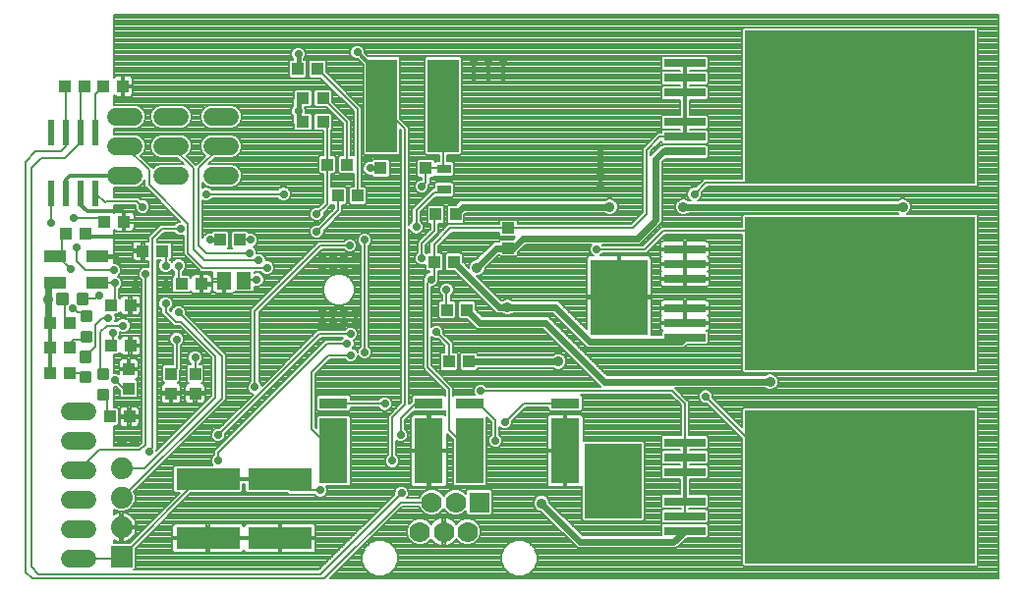
<source format=gbl>
G75*
%MOIN*%
%OFA0B0*%
%FSLAX25Y25*%
%IPPOS*%
%LPD*%
%AMOC8*
5,1,8,0,0,1.08239X$1,22.5*
%
%ADD10R,0.04724X0.03150*%
%ADD11R,0.05118X0.05906*%
%ADD12R,0.21654X0.07283*%
%ADD13R,0.04331X0.03937*%
%ADD14R,0.04331X0.04331*%
%ADD15C,0.06000*%
%ADD16R,0.10630X0.31496*%
%ADD17R,0.03937X0.04331*%
%ADD18R,0.19200X0.25400*%
%ADD19R,0.09600X0.22000*%
%ADD20R,0.09600X0.03500*%
%ADD21R,0.78000X0.52000*%
%ADD22R,0.14000X0.02800*%
%ADD23R,0.07480X0.04331*%
%ADD24R,0.02400X0.08700*%
%ADD25C,0.01181*%
%ADD26R,0.07000X0.07000*%
%ADD27C,0.07000*%
%ADD28R,0.07400X0.07400*%
%ADD29C,0.07400*%
%ADD30C,0.03600*%
%ADD31C,0.02400*%
%ADD32C,0.00800*%
%ADD33C,0.02900*%
%ADD34C,0.01200*%
%ADD35C,0.01600*%
D10*
X0192351Y0150071D03*
X0192351Y0157158D03*
D11*
X0124447Y0119240D03*
X0117754Y0119240D03*
D12*
X0112351Y0051779D03*
X0136726Y0051779D03*
X0136726Y0031700D03*
X0112351Y0031700D03*
D13*
X0086010Y0097052D03*
X0079317Y0097052D03*
X0079317Y0110802D03*
X0086010Y0110802D03*
X0103379Y0117990D03*
X0110072Y0117990D03*
X0096947Y0129240D03*
X0090254Y0129240D03*
X0083822Y0139240D03*
X0077129Y0139240D03*
X0070697Y0135177D03*
X0064004Y0135177D03*
X0144629Y0172990D03*
X0151322Y0172990D03*
X0151322Y0181115D03*
X0144629Y0181115D03*
X0214226Y0136961D03*
X0214226Y0130268D03*
D14*
X0186278Y0157365D03*
X0170924Y0157365D03*
D15*
X0119726Y0154865D02*
X0113726Y0154865D01*
X0102851Y0154865D02*
X0096851Y0154865D01*
X0087226Y0154865D02*
X0081226Y0154865D01*
X0081226Y0164865D02*
X0087226Y0164865D01*
X0096851Y0164865D02*
X0102851Y0164865D01*
X0113726Y0164865D02*
X0119726Y0164865D01*
X0119726Y0174865D02*
X0113726Y0174865D01*
X0102851Y0174865D02*
X0096851Y0174865D01*
X0087226Y0174865D02*
X0081226Y0174865D01*
X0071601Y0074865D02*
X0065601Y0074865D01*
X0065601Y0064865D02*
X0071601Y0064865D01*
X0071601Y0054865D02*
X0065601Y0054865D01*
X0065601Y0044865D02*
X0071601Y0044865D01*
X0071601Y0034865D02*
X0065601Y0034865D01*
X0065601Y0024865D02*
X0071601Y0024865D01*
D16*
X0171293Y0178615D03*
X0192159Y0178615D03*
D17*
X0159447Y0158615D03*
X0152754Y0158615D03*
X0156504Y0147990D03*
X0163197Y0147990D03*
X0189629Y0141740D03*
X0196322Y0141740D03*
X0195697Y0125490D03*
X0189004Y0125490D03*
X0193379Y0109240D03*
X0200072Y0109240D03*
X0200697Y0091740D03*
X0194004Y0091740D03*
X0123197Y0132990D03*
X0116504Y0132990D03*
X0065385Y0104865D03*
X0058692Y0104865D03*
X0058692Y0096427D03*
X0065385Y0096427D03*
X0065385Y0087677D03*
X0058692Y0087677D03*
X0079004Y0072990D03*
X0085697Y0072990D03*
X0085476Y0082456D03*
X0099851Y0080893D03*
X0099851Y0087586D03*
X0107976Y0087586D03*
X0107976Y0080893D03*
X0085476Y0089149D03*
X0083510Y0185177D03*
X0076817Y0185177D03*
X0070385Y0185177D03*
X0063692Y0185177D03*
X0142754Y0191115D03*
X0149447Y0191115D03*
D18*
X0251726Y0113615D03*
X0249851Y0051115D03*
D19*
X0233551Y0061365D03*
X0201151Y0061365D03*
X0187301Y0061365D03*
X0154901Y0061365D03*
D20*
X0154901Y0077615D03*
X0187301Y0077615D03*
X0201151Y0077615D03*
X0233551Y0077615D03*
D21*
X0333601Y0049240D03*
X0333601Y0114865D03*
X0333601Y0177990D03*
D22*
X0274051Y0182990D03*
X0274051Y0187990D03*
X0274051Y0192990D03*
X0274051Y0172990D03*
X0274051Y0167990D03*
X0274051Y0162990D03*
X0274051Y0129865D03*
X0274051Y0124865D03*
X0274051Y0119865D03*
X0274051Y0109865D03*
X0274051Y0104865D03*
X0274051Y0099865D03*
X0274051Y0064240D03*
X0274051Y0059240D03*
X0274051Y0054240D03*
X0274051Y0044240D03*
X0274051Y0039240D03*
X0274051Y0034240D03*
D23*
X0074947Y0118462D03*
X0060380Y0118462D03*
X0060380Y0127517D03*
X0074947Y0127517D03*
D24*
X0074226Y0148940D03*
X0069226Y0148940D03*
X0064226Y0148940D03*
X0059226Y0148940D03*
X0059226Y0169540D03*
X0064226Y0169540D03*
X0069226Y0169540D03*
X0074226Y0169540D03*
D25*
X0068488Y0114368D02*
X0068488Y0111612D01*
X0068488Y0114368D02*
X0071244Y0114368D01*
X0071244Y0111612D01*
X0068488Y0111612D01*
X0068488Y0112792D02*
X0071244Y0112792D01*
X0071244Y0113972D02*
X0068488Y0113972D01*
X0061582Y0114368D02*
X0061582Y0111612D01*
X0061582Y0114368D02*
X0064338Y0114368D01*
X0064338Y0111612D01*
X0061582Y0111612D01*
X0061582Y0112792D02*
X0064338Y0112792D01*
X0064338Y0113972D02*
X0061582Y0113972D01*
X0069723Y0105689D02*
X0072479Y0105689D01*
X0069723Y0105689D02*
X0069723Y0108445D01*
X0072479Y0108445D01*
X0072479Y0105689D01*
X0072479Y0106869D02*
X0069723Y0106869D01*
X0069723Y0108049D02*
X0072479Y0108049D01*
X0072479Y0098784D02*
X0069723Y0098784D01*
X0069723Y0101540D01*
X0072479Y0101540D01*
X0072479Y0098784D01*
X0072479Y0099964D02*
X0069723Y0099964D01*
X0069723Y0101144D02*
X0072479Y0101144D01*
X0072166Y0091939D02*
X0069410Y0091939D01*
X0069410Y0094695D01*
X0072166Y0094695D01*
X0072166Y0091939D01*
X0072166Y0093119D02*
X0069410Y0093119D01*
X0069410Y0094299D02*
X0072166Y0094299D01*
X0075348Y0086002D02*
X0078104Y0086002D01*
X0075348Y0086002D02*
X0075348Y0088758D01*
X0078104Y0088758D01*
X0078104Y0086002D01*
X0078104Y0087182D02*
X0075348Y0087182D01*
X0075348Y0088362D02*
X0078104Y0088362D01*
X0072166Y0085034D02*
X0069410Y0085034D01*
X0069410Y0087790D01*
X0072166Y0087790D01*
X0072166Y0085034D01*
X0072166Y0086214D02*
X0069410Y0086214D01*
X0069410Y0087394D02*
X0072166Y0087394D01*
X0075348Y0079096D02*
X0078104Y0079096D01*
X0075348Y0079096D02*
X0075348Y0081852D01*
X0078104Y0081852D01*
X0078104Y0079096D01*
X0078104Y0080276D02*
X0075348Y0080276D01*
X0075348Y0081456D02*
X0078104Y0081456D01*
D26*
X0204351Y0043927D03*
D27*
X0196320Y0043927D03*
X0188288Y0043927D03*
X0184272Y0033927D03*
X0192304Y0033927D03*
X0200335Y0033927D03*
D28*
X0082976Y0025490D03*
D29*
X0082976Y0035490D03*
X0082976Y0045490D03*
X0082976Y0055490D03*
D30*
X0082976Y0064865D03*
X0087351Y0064865D03*
X0058288Y0112677D03*
X0087663Y0117677D03*
X0097976Y0117677D03*
X0203601Y0123615D03*
X0213913Y0110177D03*
X0231101Y0091740D03*
X0302976Y0084865D03*
X0225476Y0043615D03*
X0248601Y0144240D03*
X0273601Y0144240D03*
X0347976Y0144240D03*
D31*
X0273601Y0144240D01*
X0264226Y0139865D02*
X0257976Y0133615D01*
X0219226Y0133615D01*
X0215879Y0130268D01*
X0214226Y0130268D02*
X0210254Y0130268D01*
X0203601Y0123615D01*
X0195697Y0125490D02*
X0211010Y0110177D01*
X0213913Y0110177D01*
X0230163Y0110177D01*
X0241726Y0098615D01*
X0272801Y0098615D01*
X0274051Y0099865D01*
X0246726Y0084865D02*
X0226726Y0104865D01*
X0204447Y0104865D01*
X0200072Y0109240D01*
X0200697Y0091740D02*
X0231101Y0091740D01*
X0246726Y0084865D02*
X0302976Y0084865D01*
X0238601Y0030490D02*
X0225476Y0043615D01*
X0238601Y0030490D02*
X0270301Y0030490D01*
X0274051Y0034240D01*
X0264226Y0139865D02*
X0264226Y0160490D01*
X0266726Y0162990D01*
X0274051Y0162990D01*
X0248601Y0144240D02*
X0198822Y0144240D01*
X0196322Y0141740D01*
X0060380Y0118462D02*
X0060227Y0118615D01*
X0058601Y0118615D01*
X0058288Y0118302D01*
X0058288Y0112677D01*
X0058288Y0105268D01*
X0058692Y0104865D01*
D32*
X0050476Y0020177D02*
X0052663Y0017990D01*
X0151726Y0017990D01*
X0177663Y0043927D01*
X0188288Y0043927D01*
X0185156Y0040695D02*
X0176411Y0040695D01*
X0177209Y0041494D02*
X0184425Y0041494D01*
X0184473Y0041378D02*
X0185739Y0040112D01*
X0187393Y0039427D01*
X0189183Y0039427D01*
X0190837Y0040112D01*
X0192103Y0041378D01*
X0192304Y0041863D01*
X0192505Y0041378D01*
X0193771Y0040112D01*
X0195425Y0039427D01*
X0197215Y0039427D01*
X0198869Y0040112D01*
X0199851Y0041095D01*
X0199851Y0040013D01*
X0200437Y0039427D01*
X0208265Y0039427D01*
X0208851Y0040013D01*
X0208851Y0047841D01*
X0208265Y0048427D01*
X0200437Y0048427D01*
X0199851Y0047841D01*
X0199851Y0046760D01*
X0198869Y0047742D01*
X0197215Y0048427D01*
X0195425Y0048427D01*
X0193771Y0047742D01*
X0192505Y0046476D01*
X0192304Y0045991D01*
X0192103Y0046476D01*
X0190837Y0047742D01*
X0189183Y0048427D01*
X0187393Y0048427D01*
X0185739Y0047742D01*
X0184473Y0046476D01*
X0183997Y0045327D01*
X0179715Y0045327D01*
X0180053Y0045664D01*
X0180426Y0046565D01*
X0180426Y0047539D01*
X0180053Y0048440D01*
X0179363Y0049129D01*
X0178463Y0049502D01*
X0177488Y0049502D01*
X0176588Y0049129D01*
X0175899Y0048440D01*
X0175526Y0047539D01*
X0175526Y0046582D01*
X0149896Y0020952D01*
X0087252Y0020952D01*
X0087676Y0021375D01*
X0087676Y0028210D01*
X0106603Y0047137D01*
X0123592Y0047137D01*
X0124177Y0047723D01*
X0124177Y0050179D01*
X0124899Y0050179D01*
X0124899Y0047723D01*
X0125485Y0047137D01*
X0139388Y0047137D01*
X0139935Y0046590D01*
X0148411Y0046590D01*
X0149088Y0045913D01*
X0149988Y0045540D01*
X0150963Y0045540D01*
X0151863Y0045913D01*
X0152553Y0046602D01*
X0152926Y0047502D01*
X0152926Y0048477D01*
X0152558Y0049365D01*
X0160115Y0049365D01*
X0160701Y0049950D01*
X0160701Y0072779D01*
X0160115Y0073365D01*
X0149686Y0073365D01*
X0149101Y0072779D01*
X0149101Y0069145D01*
X0148751Y0069495D01*
X0148751Y0087410D01*
X0153868Y0092527D01*
X0158723Y0092527D01*
X0159400Y0091850D01*
X0160301Y0091477D01*
X0161276Y0091477D01*
X0162176Y0091850D01*
X0162865Y0092539D01*
X0163238Y0093440D01*
X0163238Y0093864D01*
X0163399Y0093477D01*
X0164088Y0092788D01*
X0164988Y0092415D01*
X0165963Y0092415D01*
X0166863Y0092788D01*
X0167553Y0093477D01*
X0167926Y0094377D01*
X0167926Y0095352D01*
X0167553Y0096252D01*
X0166876Y0096929D01*
X0166876Y0130925D01*
X0167553Y0131602D01*
X0167926Y0132502D01*
X0167926Y0133477D01*
X0167553Y0134377D01*
X0166863Y0135067D01*
X0165963Y0135440D01*
X0164988Y0135440D01*
X0164088Y0135067D01*
X0163399Y0134377D01*
X0163026Y0133477D01*
X0163026Y0132502D01*
X0163399Y0131602D01*
X0164076Y0130925D01*
X0164076Y0096929D01*
X0163399Y0096252D01*
X0163026Y0095352D01*
X0163026Y0094927D01*
X0162865Y0095315D01*
X0162176Y0096004D01*
X0161578Y0096252D01*
X0161615Y0096289D01*
X0161988Y0097190D01*
X0161988Y0098164D01*
X0161707Y0098843D01*
X0162176Y0099038D01*
X0162865Y0099727D01*
X0163238Y0100627D01*
X0163238Y0101602D01*
X0162865Y0102502D01*
X0162176Y0103192D01*
X0161276Y0103565D01*
X0160301Y0103565D01*
X0159400Y0103192D01*
X0158723Y0102515D01*
X0149583Y0102515D01*
X0148763Y0101695D01*
X0130682Y0083613D01*
X0130365Y0084377D01*
X0129688Y0085054D01*
X0129688Y0108347D01*
X0151056Y0129715D01*
X0158411Y0129715D01*
X0159088Y0129038D01*
X0159988Y0128665D01*
X0160963Y0128665D01*
X0161863Y0129038D01*
X0162553Y0129727D01*
X0162926Y0130627D01*
X0162926Y0131602D01*
X0162553Y0132502D01*
X0161863Y0133192D01*
X0160963Y0133565D01*
X0159988Y0133565D01*
X0159088Y0133192D01*
X0158411Y0132515D01*
X0149896Y0132515D01*
X0149076Y0131695D01*
X0127708Y0110327D01*
X0126888Y0109507D01*
X0126888Y0085054D01*
X0126211Y0084377D01*
X0125838Y0083477D01*
X0125838Y0082502D01*
X0126211Y0081602D01*
X0126900Y0080913D01*
X0127665Y0080596D01*
X0116258Y0069190D01*
X0115301Y0069190D01*
X0114400Y0068817D01*
X0113711Y0068127D01*
X0113338Y0067227D01*
X0113338Y0066252D01*
X0113711Y0065352D01*
X0114400Y0064663D01*
X0115301Y0064290D01*
X0116276Y0064290D01*
X0117176Y0064663D01*
X0117865Y0065352D01*
X0118238Y0066252D01*
X0118238Y0067210D01*
X0150743Y0099715D01*
X0158111Y0099715D01*
X0157473Y0099077D01*
X0152083Y0099077D01*
X0151263Y0098257D01*
X0114388Y0061382D01*
X0114388Y0060054D01*
X0113711Y0059377D01*
X0113338Y0058477D01*
X0113338Y0057502D01*
X0113711Y0056602D01*
X0113892Y0056421D01*
X0101110Y0056421D01*
X0100524Y0055835D01*
X0100524Y0047723D01*
X0101110Y0047137D01*
X0102643Y0047137D01*
X0085696Y0030190D01*
X0080476Y0030190D01*
X0080476Y0031040D01*
X0081018Y0030763D01*
X0081781Y0030515D01*
X0082574Y0030390D01*
X0082576Y0030390D01*
X0082576Y0035090D01*
X0083376Y0035090D01*
X0083376Y0035890D01*
X0082576Y0035890D01*
X0082576Y0040590D01*
X0082574Y0040590D01*
X0081781Y0040464D01*
X0081018Y0040216D01*
X0080476Y0039940D01*
X0080476Y0041438D01*
X0082041Y0040790D01*
X0083911Y0040790D01*
X0085638Y0041505D01*
X0086960Y0042827D01*
X0087676Y0044555D01*
X0087676Y0046425D01*
X0087244Y0047466D01*
X0117618Y0077840D01*
X0118438Y0078660D01*
X0118438Y0094195D01*
X0104801Y0107832D01*
X0104801Y0108789D01*
X0104428Y0109690D01*
X0103738Y0110379D01*
X0102838Y0110752D01*
X0101863Y0110752D01*
X0100963Y0110379D01*
X0100274Y0109690D01*
X0099901Y0108789D01*
X0099901Y0108670D01*
X0099376Y0109195D01*
X0099376Y0109362D01*
X0100053Y0110039D01*
X0100426Y0110940D01*
X0100426Y0111914D01*
X0100053Y0112815D01*
X0099363Y0113504D01*
X0098463Y0113877D01*
X0097488Y0113877D01*
X0096588Y0113504D01*
X0095899Y0112815D01*
X0095526Y0111914D01*
X0095526Y0110940D01*
X0095899Y0110039D01*
X0096576Y0109362D01*
X0096576Y0108035D01*
X0097396Y0107215D01*
X0100833Y0103777D01*
X0102708Y0103777D01*
X0113451Y0093035D01*
X0113451Y0080132D01*
X0094801Y0061482D01*
X0094801Y0061585D01*
X0095001Y0061785D01*
X0095001Y0126271D01*
X0096542Y0126271D01*
X0095899Y0125627D01*
X0095526Y0124727D01*
X0095526Y0123752D01*
X0095899Y0122852D01*
X0096588Y0122163D01*
X0097488Y0121790D01*
X0098463Y0121790D01*
X0099363Y0122163D01*
X0100053Y0122852D01*
X0100163Y0123119D01*
X0100274Y0122852D01*
X0100951Y0122175D01*
X0100951Y0120958D01*
X0100800Y0120958D01*
X0100214Y0120372D01*
X0100214Y0115607D01*
X0100800Y0115021D01*
X0105959Y0115021D01*
X0106545Y0115607D01*
X0106545Y0115696D01*
X0106602Y0115481D01*
X0106787Y0115162D01*
X0107047Y0114901D01*
X0107366Y0114717D01*
X0107722Y0114621D01*
X0109672Y0114621D01*
X0109672Y0117590D01*
X0110472Y0117590D01*
X0110472Y0118390D01*
X0109672Y0118390D01*
X0109672Y0121358D01*
X0107722Y0121358D01*
X0107366Y0121263D01*
X0107047Y0121078D01*
X0106787Y0120818D01*
X0106602Y0120499D01*
X0106545Y0120283D01*
X0106545Y0120372D01*
X0105959Y0120958D01*
X0103751Y0120958D01*
X0103751Y0122175D01*
X0104428Y0122852D01*
X0104801Y0123752D01*
X0104801Y0124727D01*
X0104428Y0125627D01*
X0103738Y0126317D01*
X0102838Y0126690D01*
X0101863Y0126690D01*
X0100963Y0126317D01*
X0100274Y0125627D01*
X0100163Y0125361D01*
X0100053Y0125627D01*
X0099409Y0126271D01*
X0099527Y0126271D01*
X0100112Y0126857D01*
X0100112Y0131622D01*
X0099527Y0132208D01*
X0095001Y0132208D01*
X0095001Y0133035D01*
X0097306Y0135340D01*
X0100911Y0135340D01*
X0101588Y0134663D01*
X0102488Y0134290D01*
X0103463Y0134290D01*
X0104076Y0134543D01*
X0104076Y0128035D01*
X0109076Y0123035D01*
X0109896Y0122215D01*
X0113795Y0122215D01*
X0113795Y0119640D01*
X0117354Y0119640D01*
X0117354Y0118840D01*
X0113795Y0118840D01*
X0113795Y0116103D01*
X0113891Y0115747D01*
X0114075Y0115427D01*
X0114336Y0115167D01*
X0114655Y0114982D01*
X0115011Y0114887D01*
X0117354Y0114887D01*
X0117354Y0118840D01*
X0118154Y0118840D01*
X0118154Y0114887D01*
X0120498Y0114887D01*
X0120854Y0114982D01*
X0121173Y0115167D01*
X0121384Y0115377D01*
X0121474Y0115287D01*
X0127420Y0115287D01*
X0128006Y0115873D01*
X0128006Y0117276D01*
X0128426Y0117102D01*
X0129401Y0117102D01*
X0130301Y0117475D01*
X0130990Y0118164D01*
X0131363Y0119065D01*
X0131363Y0120039D01*
X0130990Y0120940D01*
X0130301Y0121629D01*
X0129401Y0122002D01*
X0128426Y0122002D01*
X0128006Y0121828D01*
X0128006Y0122215D01*
X0130286Y0122215D01*
X0130963Y0121538D01*
X0131863Y0121165D01*
X0132838Y0121165D01*
X0133738Y0121538D01*
X0134428Y0122227D01*
X0134801Y0123127D01*
X0134801Y0124102D01*
X0134428Y0125002D01*
X0133738Y0125692D01*
X0132838Y0126065D01*
X0131988Y0126065D01*
X0131988Y0126602D01*
X0131615Y0127502D01*
X0130926Y0128192D01*
X0130026Y0128565D01*
X0129051Y0128565D01*
X0128863Y0128487D01*
X0128863Y0129102D01*
X0128490Y0130002D01*
X0127801Y0130692D01*
X0127690Y0130737D01*
X0128113Y0130913D01*
X0128803Y0131602D01*
X0129176Y0132502D01*
X0129176Y0133477D01*
X0128803Y0134377D01*
X0128113Y0135067D01*
X0127213Y0135440D01*
X0126238Y0135440D01*
X0126166Y0135410D01*
X0126166Y0135569D01*
X0125580Y0136155D01*
X0120814Y0136155D01*
X0120229Y0135569D01*
X0120229Y0130410D01*
X0120624Y0130015D01*
X0119077Y0130015D01*
X0119473Y0130410D01*
X0119473Y0135569D01*
X0118887Y0136155D01*
X0114121Y0136155D01*
X0113536Y0135569D01*
X0113536Y0135410D01*
X0113463Y0135440D01*
X0112488Y0135440D01*
X0111588Y0135067D01*
X0110899Y0134377D01*
X0110626Y0133718D01*
X0110626Y0146418D01*
X0111238Y0146165D01*
X0112213Y0146165D01*
X0113113Y0146538D01*
X0113791Y0147215D01*
X0135911Y0147215D01*
X0136588Y0146538D01*
X0137488Y0146165D01*
X0138463Y0146165D01*
X0139363Y0146538D01*
X0140053Y0147227D01*
X0140426Y0148127D01*
X0140426Y0149102D01*
X0140053Y0150002D01*
X0139363Y0150692D01*
X0138463Y0151065D01*
X0137488Y0151065D01*
X0136588Y0150692D01*
X0135911Y0150015D01*
X0113791Y0150015D01*
X0113113Y0150692D01*
X0112213Y0151065D01*
X0111238Y0151065D01*
X0110626Y0150811D01*
X0110626Y0152308D01*
X0111460Y0151474D01*
X0112930Y0150865D01*
X0120521Y0150865D01*
X0121991Y0151474D01*
X0123117Y0152599D01*
X0123726Y0154069D01*
X0123726Y0155660D01*
X0123117Y0157130D01*
X0121991Y0158256D01*
X0120521Y0158865D01*
X0112930Y0158865D01*
X0112547Y0158706D01*
X0114706Y0160865D01*
X0120521Y0160865D01*
X0121991Y0161474D01*
X0123117Y0162599D01*
X0123726Y0164069D01*
X0123726Y0165660D01*
X0123117Y0167130D01*
X0121991Y0168256D01*
X0120521Y0168865D01*
X0112930Y0168865D01*
X0111460Y0168256D01*
X0110335Y0167130D01*
X0109726Y0165660D01*
X0109726Y0164069D01*
X0110335Y0162599D01*
X0111407Y0161526D01*
X0108646Y0158765D01*
X0108288Y0158407D01*
X0107931Y0158765D01*
X0105169Y0161526D01*
X0106242Y0162599D01*
X0106851Y0164069D01*
X0106851Y0165660D01*
X0106242Y0167130D01*
X0105116Y0168256D01*
X0103646Y0168865D01*
X0096055Y0168865D01*
X0094585Y0168256D01*
X0093460Y0167130D01*
X0092851Y0165660D01*
X0092851Y0164069D01*
X0093460Y0162599D01*
X0094585Y0161474D01*
X0096055Y0160865D01*
X0101871Y0160865D01*
X0104030Y0158706D01*
X0103646Y0158865D01*
X0096055Y0158865D01*
X0094585Y0158256D01*
X0093700Y0157371D01*
X0092931Y0158140D01*
X0089544Y0161526D01*
X0090617Y0162599D01*
X0091226Y0164069D01*
X0091226Y0165660D01*
X0090617Y0167130D01*
X0089491Y0168256D01*
X0088021Y0168865D01*
X0080476Y0168865D01*
X0080476Y0170865D01*
X0088021Y0170865D01*
X0089491Y0171474D01*
X0090617Y0172599D01*
X0091226Y0174069D01*
X0091226Y0175660D01*
X0090617Y0177130D01*
X0089491Y0178256D01*
X0088021Y0178865D01*
X0080476Y0178865D01*
X0080476Y0182097D01*
X0080682Y0181892D01*
X0081001Y0181707D01*
X0081357Y0181612D01*
X0083110Y0181612D01*
X0083110Y0184777D01*
X0083910Y0184777D01*
X0083910Y0185577D01*
X0086878Y0185577D01*
X0086878Y0187527D01*
X0086783Y0187883D01*
X0086598Y0188202D01*
X0086338Y0188463D01*
X0086019Y0188647D01*
X0085662Y0188743D01*
X0083910Y0188743D01*
X0083910Y0185577D01*
X0083110Y0185577D01*
X0083110Y0188743D01*
X0081357Y0188743D01*
X0081001Y0188647D01*
X0080682Y0188463D01*
X0080476Y0188257D01*
X0080476Y0209340D01*
X0380476Y0209340D01*
X0380476Y0017990D01*
X0153706Y0017990D01*
X0178243Y0042527D01*
X0183997Y0042527D01*
X0184473Y0041378D01*
X0184095Y0042292D02*
X0178008Y0042292D01*
X0175612Y0039896D02*
X0186260Y0039896D01*
X0185476Y0038299D02*
X0190092Y0038299D01*
X0190423Y0038468D02*
X0189736Y0038118D01*
X0189112Y0037665D01*
X0188566Y0037119D01*
X0188113Y0036495D01*
X0188095Y0036459D01*
X0188087Y0036476D01*
X0186821Y0037742D01*
X0185168Y0038427D01*
X0183377Y0038427D01*
X0181723Y0037742D01*
X0180458Y0036476D01*
X0179772Y0034822D01*
X0179772Y0033032D01*
X0180458Y0031378D01*
X0181723Y0030112D01*
X0183377Y0029427D01*
X0185168Y0029427D01*
X0186821Y0030112D01*
X0188087Y0031378D01*
X0188095Y0031395D01*
X0188113Y0031359D01*
X0188566Y0030735D01*
X0189112Y0030190D01*
X0189736Y0029736D01*
X0190423Y0029386D01*
X0191156Y0029148D01*
X0191904Y0029029D01*
X0191904Y0033527D01*
X0192704Y0033527D01*
X0192704Y0029029D01*
X0193451Y0029148D01*
X0194185Y0029386D01*
X0194872Y0029736D01*
X0195496Y0030190D01*
X0196041Y0030735D01*
X0196495Y0031359D01*
X0196513Y0031395D01*
X0196520Y0031378D01*
X0197786Y0030112D01*
X0199440Y0029427D01*
X0201231Y0029427D01*
X0202884Y0030112D01*
X0204150Y0031378D01*
X0204835Y0033032D01*
X0204835Y0034822D01*
X0204150Y0036476D01*
X0202884Y0037742D01*
X0201231Y0038427D01*
X0199440Y0038427D01*
X0197786Y0037742D01*
X0196520Y0036476D01*
X0196513Y0036459D01*
X0196495Y0036495D01*
X0196041Y0037119D01*
X0195496Y0037665D01*
X0194872Y0038118D01*
X0194185Y0038468D01*
X0193451Y0038706D01*
X0192704Y0038825D01*
X0192704Y0034327D01*
X0191904Y0034327D01*
X0191904Y0038825D01*
X0191156Y0038706D01*
X0190423Y0038468D01*
X0190316Y0039896D02*
X0194291Y0039896D01*
X0193188Y0040695D02*
X0191420Y0040695D01*
X0192151Y0041494D02*
X0192457Y0041494D01*
X0192704Y0038299D02*
X0191904Y0038299D01*
X0191904Y0037501D02*
X0192704Y0037501D01*
X0192704Y0036702D02*
X0191904Y0036702D01*
X0191904Y0035904D02*
X0192704Y0035904D01*
X0192704Y0035105D02*
X0191904Y0035105D01*
X0191904Y0033508D02*
X0192704Y0033508D01*
X0192704Y0032710D02*
X0191904Y0032710D01*
X0191904Y0031911D02*
X0192704Y0031911D01*
X0192704Y0031113D02*
X0191904Y0031113D01*
X0191904Y0030314D02*
X0192704Y0030314D01*
X0192704Y0029516D02*
X0191904Y0029516D01*
X0190168Y0029516D02*
X0185382Y0029516D01*
X0187024Y0030314D02*
X0188987Y0030314D01*
X0188292Y0031113D02*
X0187822Y0031113D01*
X0183163Y0029516D02*
X0174707Y0029516D01*
X0174159Y0030064D02*
X0175882Y0028341D01*
X0176814Y0026090D01*
X0176814Y0023654D01*
X0175882Y0021403D01*
X0174159Y0019680D01*
X0171908Y0018748D01*
X0169472Y0018748D01*
X0167221Y0019680D01*
X0165498Y0021403D01*
X0164565Y0023654D01*
X0164565Y0026090D01*
X0165498Y0028341D01*
X0167221Y0030064D01*
X0169472Y0030996D01*
X0171908Y0030996D01*
X0174159Y0030064D01*
X0173555Y0030314D02*
X0181521Y0030314D01*
X0180723Y0031113D02*
X0166829Y0031113D01*
X0167627Y0031911D02*
X0180237Y0031911D01*
X0179906Y0032710D02*
X0168426Y0032710D01*
X0169224Y0033508D02*
X0179772Y0033508D01*
X0179772Y0034307D02*
X0170023Y0034307D01*
X0170821Y0035105D02*
X0179890Y0035105D01*
X0180220Y0035904D02*
X0171620Y0035904D01*
X0172418Y0036702D02*
X0180684Y0036702D01*
X0181482Y0037501D02*
X0173217Y0037501D01*
X0174015Y0038299D02*
X0183069Y0038299D01*
X0187063Y0037501D02*
X0188948Y0037501D01*
X0188264Y0036702D02*
X0187861Y0036702D01*
X0194516Y0038299D02*
X0199132Y0038299D01*
X0197545Y0037501D02*
X0195660Y0037501D01*
X0196344Y0036702D02*
X0196747Y0036702D01*
X0198348Y0039896D02*
X0199968Y0039896D01*
X0199851Y0040695D02*
X0199451Y0040695D01*
X0201539Y0038299D02*
X0227680Y0038299D01*
X0228478Y0037501D02*
X0203126Y0037501D01*
X0203924Y0036702D02*
X0229277Y0036702D01*
X0230075Y0035904D02*
X0204387Y0035904D01*
X0204718Y0035105D02*
X0230874Y0035105D01*
X0231672Y0034307D02*
X0204835Y0034307D01*
X0204835Y0033508D02*
X0232471Y0033508D01*
X0233269Y0032710D02*
X0204702Y0032710D01*
X0204371Y0031911D02*
X0234068Y0031911D01*
X0234866Y0031113D02*
X0203885Y0031113D01*
X0203087Y0030314D02*
X0215069Y0030314D01*
X0214465Y0030064D02*
X0212742Y0028341D01*
X0211809Y0026090D01*
X0211809Y0023654D01*
X0212742Y0021403D01*
X0214465Y0019680D01*
X0216716Y0018748D01*
X0219152Y0018748D01*
X0221403Y0019680D01*
X0223126Y0021403D01*
X0224058Y0023654D01*
X0224058Y0026090D01*
X0223126Y0028341D01*
X0221403Y0030064D01*
X0219152Y0030996D01*
X0216716Y0030996D01*
X0214465Y0030064D01*
X0213916Y0029516D02*
X0201445Y0029516D01*
X0199226Y0029516D02*
X0194439Y0029516D01*
X0195621Y0030314D02*
X0197584Y0030314D01*
X0196786Y0031113D02*
X0196316Y0031113D01*
X0208735Y0039896D02*
X0226083Y0039896D01*
X0226881Y0039098D02*
X0174814Y0039098D01*
X0171236Y0042292D02*
X0101758Y0042292D01*
X0102556Y0043091D02*
X0172034Y0043091D01*
X0172833Y0043889D02*
X0103355Y0043889D01*
X0104153Y0044688D02*
X0173631Y0044688D01*
X0174430Y0045486D02*
X0104952Y0045486D01*
X0105750Y0046285D02*
X0148716Y0046285D01*
X0150476Y0047990D02*
X0140515Y0047990D01*
X0136726Y0051779D01*
X0139265Y0051779D01*
X0139442Y0047083D02*
X0106549Y0047083D01*
X0102589Y0047083D02*
X0087403Y0047083D01*
X0087660Y0047882D02*
X0100524Y0047882D01*
X0100524Y0048680D02*
X0088459Y0048680D01*
X0089257Y0049479D02*
X0100524Y0049479D01*
X0100524Y0050277D02*
X0090056Y0050277D01*
X0090854Y0051076D02*
X0100524Y0051076D01*
X0100524Y0051874D02*
X0091653Y0051874D01*
X0092451Y0052673D02*
X0100524Y0052673D01*
X0100524Y0053471D02*
X0093250Y0053471D01*
X0094048Y0054270D02*
X0100524Y0054270D01*
X0100524Y0055068D02*
X0094847Y0055068D01*
X0095645Y0055867D02*
X0100556Y0055867D01*
X0098041Y0058262D02*
X0113338Y0058262D01*
X0113354Y0057464D02*
X0097242Y0057464D01*
X0096444Y0056665D02*
X0113685Y0056665D01*
X0113580Y0059061D02*
X0098839Y0059061D01*
X0099638Y0059859D02*
X0114193Y0059859D01*
X0114388Y0060658D02*
X0100436Y0060658D01*
X0101235Y0061456D02*
X0114462Y0061456D01*
X0115261Y0062255D02*
X0102033Y0062255D01*
X0102832Y0063053D02*
X0116059Y0063053D01*
X0116858Y0063852D02*
X0103630Y0063852D01*
X0104429Y0064650D02*
X0114430Y0064650D01*
X0113671Y0065449D02*
X0105227Y0065449D01*
X0106026Y0066247D02*
X0113340Y0066247D01*
X0113338Y0067046D02*
X0106824Y0067046D01*
X0107623Y0067844D02*
X0113594Y0067844D01*
X0114227Y0068643D02*
X0108421Y0068643D01*
X0109220Y0069441D02*
X0116510Y0069441D01*
X0117309Y0070240D02*
X0110018Y0070240D01*
X0110817Y0071038D02*
X0118107Y0071038D01*
X0118906Y0071837D02*
X0111615Y0071837D01*
X0112414Y0072635D02*
X0119704Y0072635D01*
X0120503Y0073434D02*
X0113212Y0073434D01*
X0114011Y0074232D02*
X0121301Y0074232D01*
X0122100Y0075031D02*
X0114809Y0075031D01*
X0115608Y0075830D02*
X0122898Y0075830D01*
X0123697Y0076628D02*
X0116406Y0076628D01*
X0117205Y0077427D02*
X0124495Y0077427D01*
X0125294Y0078225D02*
X0118003Y0078225D01*
X0118438Y0079024D02*
X0126092Y0079024D01*
X0126891Y0079822D02*
X0118438Y0079822D01*
X0118438Y0080621D02*
X0127606Y0080621D01*
X0126394Y0081419D02*
X0118438Y0081419D01*
X0118438Y0082218D02*
X0125956Y0082218D01*
X0125838Y0083016D02*
X0118438Y0083016D01*
X0118438Y0083815D02*
X0125978Y0083815D01*
X0126447Y0084613D02*
X0118438Y0084613D01*
X0118438Y0085412D02*
X0126888Y0085412D01*
X0126888Y0086210D02*
X0118438Y0086210D01*
X0118438Y0087009D02*
X0126888Y0087009D01*
X0126888Y0087807D02*
X0118438Y0087807D01*
X0118438Y0088606D02*
X0126888Y0088606D01*
X0126888Y0089404D02*
X0118438Y0089404D01*
X0118438Y0090203D02*
X0126888Y0090203D01*
X0126888Y0091001D02*
X0118438Y0091001D01*
X0118438Y0091800D02*
X0126888Y0091800D01*
X0126888Y0092598D02*
X0118438Y0092598D01*
X0118438Y0093397D02*
X0126888Y0093397D01*
X0126888Y0094195D02*
X0118437Y0094195D01*
X0117639Y0094994D02*
X0126888Y0094994D01*
X0126888Y0095792D02*
X0116840Y0095792D01*
X0116042Y0096591D02*
X0126888Y0096591D01*
X0126888Y0097389D02*
X0115243Y0097389D01*
X0114445Y0098188D02*
X0126888Y0098188D01*
X0126888Y0098986D02*
X0113646Y0098986D01*
X0112848Y0099785D02*
X0126888Y0099785D01*
X0126888Y0100583D02*
X0112049Y0100583D01*
X0111251Y0101382D02*
X0126888Y0101382D01*
X0126888Y0102180D02*
X0110452Y0102180D01*
X0109654Y0102979D02*
X0126888Y0102979D01*
X0126888Y0103777D02*
X0108855Y0103777D01*
X0108057Y0104576D02*
X0126888Y0104576D01*
X0126888Y0105374D02*
X0107258Y0105374D01*
X0106460Y0106173D02*
X0126888Y0106173D01*
X0126888Y0106971D02*
X0105661Y0106971D01*
X0104863Y0107770D02*
X0126888Y0107770D01*
X0126888Y0108568D02*
X0104801Y0108568D01*
X0104561Y0109367D02*
X0126888Y0109367D01*
X0127547Y0110165D02*
X0103952Y0110165D01*
X0102351Y0108302D02*
X0117038Y0093615D01*
X0117038Y0079240D01*
X0083288Y0045490D01*
X0082976Y0045490D01*
X0087676Y0045486D02*
X0100992Y0045486D01*
X0100194Y0044688D02*
X0087676Y0044688D01*
X0087400Y0043889D02*
X0099395Y0043889D01*
X0098597Y0043091D02*
X0087069Y0043091D01*
X0086425Y0042292D02*
X0097798Y0042292D01*
X0097000Y0041494D02*
X0085610Y0041494D01*
X0084933Y0040216D02*
X0084170Y0040464D01*
X0083377Y0040590D01*
X0083376Y0040590D01*
X0083376Y0035890D01*
X0088076Y0035890D01*
X0088076Y0035891D01*
X0087950Y0036684D01*
X0087702Y0037447D01*
X0087338Y0038163D01*
X0086866Y0038812D01*
X0086298Y0039380D01*
X0085649Y0039852D01*
X0084933Y0040216D01*
X0085560Y0039896D02*
X0095403Y0039896D01*
X0094604Y0039098D02*
X0086580Y0039098D01*
X0087238Y0038299D02*
X0093806Y0038299D01*
X0093007Y0037501D02*
X0087675Y0037501D01*
X0087944Y0036702D02*
X0092209Y0036702D01*
X0091410Y0035904D02*
X0088074Y0035904D01*
X0088076Y0035090D02*
X0083376Y0035090D01*
X0083376Y0030390D01*
X0083377Y0030390D01*
X0084170Y0030515D01*
X0084933Y0030763D01*
X0085649Y0031128D01*
X0086298Y0031600D01*
X0086866Y0032167D01*
X0087338Y0032817D01*
X0087702Y0033532D01*
X0087950Y0034295D01*
X0088076Y0035088D01*
X0088076Y0035090D01*
X0087952Y0034307D02*
X0089813Y0034307D01*
X0090612Y0035105D02*
X0083376Y0035105D01*
X0083376Y0034307D02*
X0082576Y0034307D01*
X0082576Y0033508D02*
X0083376Y0033508D01*
X0083376Y0032710D02*
X0082576Y0032710D01*
X0082576Y0031911D02*
X0083376Y0031911D01*
X0083376Y0031113D02*
X0082576Y0031113D01*
X0080476Y0030314D02*
X0085820Y0030314D01*
X0085619Y0031113D02*
X0086619Y0031113D01*
X0086610Y0031911D02*
X0087418Y0031911D01*
X0087260Y0032710D02*
X0088216Y0032710D01*
X0087690Y0033508D02*
X0089015Y0033508D01*
X0091377Y0031911D02*
X0111951Y0031911D01*
X0111951Y0032100D02*
X0111951Y0031300D01*
X0112751Y0031300D01*
X0112751Y0032100D01*
X0136326Y0032100D01*
X0136326Y0036742D01*
X0125715Y0036742D01*
X0125359Y0036647D01*
X0125039Y0036462D01*
X0124779Y0036202D01*
X0124594Y0035882D01*
X0124538Y0035673D01*
X0124482Y0035882D01*
X0124298Y0036202D01*
X0124037Y0036462D01*
X0123718Y0036647D01*
X0123362Y0036742D01*
X0112751Y0036742D01*
X0112751Y0032100D01*
X0111951Y0032100D01*
X0100124Y0032100D01*
X0100124Y0035526D01*
X0100219Y0035882D01*
X0100404Y0036202D01*
X0100664Y0036462D01*
X0100984Y0036647D01*
X0101340Y0036742D01*
X0111951Y0036742D01*
X0111951Y0032100D01*
X0111951Y0032710D02*
X0112751Y0032710D01*
X0112751Y0033508D02*
X0111951Y0033508D01*
X0111951Y0034307D02*
X0112751Y0034307D01*
X0112751Y0035105D02*
X0111951Y0035105D01*
X0111951Y0035904D02*
X0112751Y0035904D01*
X0112751Y0036702D02*
X0111951Y0036702D01*
X0112751Y0031911D02*
X0136326Y0031911D01*
X0136326Y0032100D02*
X0136326Y0031300D01*
X0137126Y0031300D01*
X0137126Y0032100D01*
X0148952Y0032100D01*
X0148952Y0035526D01*
X0148857Y0035882D01*
X0148673Y0036202D01*
X0148412Y0036462D01*
X0148093Y0036647D01*
X0147737Y0036742D01*
X0137126Y0036742D01*
X0137126Y0032100D01*
X0136326Y0032100D01*
X0136326Y0032710D02*
X0137126Y0032710D01*
X0137126Y0033508D02*
X0136326Y0033508D01*
X0136326Y0034307D02*
X0137126Y0034307D01*
X0137126Y0035105D02*
X0136326Y0035105D01*
X0136326Y0035904D02*
X0137126Y0035904D01*
X0137126Y0036702D02*
X0136326Y0036702D01*
X0137126Y0031911D02*
X0160855Y0031911D01*
X0160056Y0031113D02*
X0148952Y0031113D01*
X0148952Y0031300D02*
X0137126Y0031300D01*
X0137126Y0026659D01*
X0147737Y0026659D01*
X0148093Y0026754D01*
X0148412Y0026938D01*
X0148673Y0027199D01*
X0148857Y0027518D01*
X0148952Y0027874D01*
X0148952Y0031300D01*
X0148952Y0030314D02*
X0159258Y0030314D01*
X0158459Y0029516D02*
X0148952Y0029516D01*
X0148952Y0028717D02*
X0157661Y0028717D01*
X0156862Y0027919D02*
X0148952Y0027919D01*
X0148594Y0027120D02*
X0156064Y0027120D01*
X0155265Y0026322D02*
X0087676Y0026322D01*
X0087676Y0027120D02*
X0100482Y0027120D01*
X0100404Y0027199D02*
X0100664Y0026938D01*
X0100984Y0026754D01*
X0101340Y0026659D01*
X0111951Y0026659D01*
X0111951Y0031300D01*
X0100124Y0031300D01*
X0100124Y0027874D01*
X0100219Y0027518D01*
X0100404Y0027199D01*
X0100124Y0027919D02*
X0087676Y0027919D01*
X0088183Y0028717D02*
X0100124Y0028717D01*
X0100124Y0029516D02*
X0088982Y0029516D01*
X0089780Y0030314D02*
X0100124Y0030314D01*
X0100124Y0031113D02*
X0090579Y0031113D01*
X0092176Y0032710D02*
X0100124Y0032710D01*
X0100124Y0033508D02*
X0092974Y0033508D01*
X0093773Y0034307D02*
X0100124Y0034307D01*
X0100124Y0035105D02*
X0094571Y0035105D01*
X0095370Y0035904D02*
X0100232Y0035904D01*
X0101192Y0036702D02*
X0096168Y0036702D01*
X0096967Y0037501D02*
X0166445Y0037501D01*
X0167243Y0038299D02*
X0097765Y0038299D01*
X0098564Y0039098D02*
X0168042Y0039098D01*
X0168840Y0039896D02*
X0099362Y0039896D01*
X0100161Y0040695D02*
X0169639Y0040695D01*
X0170437Y0041494D02*
X0100959Y0041494D01*
X0096201Y0040695D02*
X0080476Y0040695D01*
X0082576Y0039896D02*
X0083376Y0039896D01*
X0083376Y0039098D02*
X0082576Y0039098D01*
X0082576Y0038299D02*
X0083376Y0038299D01*
X0083376Y0037501D02*
X0082576Y0037501D01*
X0082576Y0036702D02*
X0083376Y0036702D01*
X0083376Y0035904D02*
X0082576Y0035904D01*
X0082976Y0025490D02*
X0109265Y0051779D01*
X0112351Y0051779D01*
X0115788Y0057990D02*
X0115788Y0060802D01*
X0152663Y0097677D01*
X0159538Y0097677D01*
X0161740Y0096591D02*
X0163737Y0096591D01*
X0164076Y0097389D02*
X0161988Y0097389D01*
X0161979Y0098188D02*
X0164076Y0098188D01*
X0164076Y0098986D02*
X0162052Y0098986D01*
X0162889Y0099785D02*
X0164076Y0099785D01*
X0164076Y0100583D02*
X0163220Y0100583D01*
X0163238Y0101382D02*
X0164076Y0101382D01*
X0164076Y0102180D02*
X0162999Y0102180D01*
X0162389Y0102979D02*
X0164076Y0102979D01*
X0164076Y0103777D02*
X0129688Y0103777D01*
X0129688Y0102979D02*
X0159188Y0102979D01*
X0160788Y0101115D02*
X0150163Y0101115D01*
X0115788Y0066740D01*
X0118238Y0067046D02*
X0120052Y0067046D01*
X0120851Y0067844D02*
X0118873Y0067844D01*
X0119671Y0068643D02*
X0121649Y0068643D01*
X0122448Y0069441D02*
X0120470Y0069441D01*
X0121268Y0070240D02*
X0123246Y0070240D01*
X0124045Y0071038D02*
X0122067Y0071038D01*
X0122865Y0071837D02*
X0124843Y0071837D01*
X0125642Y0072635D02*
X0123664Y0072635D01*
X0124462Y0073434D02*
X0126440Y0073434D01*
X0127239Y0074232D02*
X0125261Y0074232D01*
X0126059Y0075031D02*
X0128037Y0075031D01*
X0128836Y0075830D02*
X0126858Y0075830D01*
X0127656Y0076628D02*
X0129634Y0076628D01*
X0130433Y0077427D02*
X0128455Y0077427D01*
X0129253Y0078225D02*
X0131231Y0078225D01*
X0132030Y0079024D02*
X0130052Y0079024D01*
X0130850Y0079822D02*
X0132828Y0079822D01*
X0133627Y0080621D02*
X0131649Y0080621D01*
X0132447Y0081419D02*
X0134425Y0081419D01*
X0135224Y0082218D02*
X0133246Y0082218D01*
X0134045Y0083016D02*
X0136022Y0083016D01*
X0136821Y0083815D02*
X0134843Y0083815D01*
X0135642Y0084613D02*
X0137619Y0084613D01*
X0138418Y0085412D02*
X0136440Y0085412D01*
X0137239Y0086210D02*
X0139216Y0086210D01*
X0140015Y0087009D02*
X0138037Y0087009D01*
X0138836Y0087807D02*
X0140813Y0087807D01*
X0141612Y0088606D02*
X0139634Y0088606D01*
X0140433Y0089404D02*
X0142410Y0089404D01*
X0143209Y0090203D02*
X0141231Y0090203D01*
X0142030Y0091001D02*
X0144007Y0091001D01*
X0144806Y0091800D02*
X0142828Y0091800D01*
X0143627Y0092598D02*
X0145604Y0092598D01*
X0146403Y0093397D02*
X0144425Y0093397D01*
X0145224Y0094195D02*
X0147201Y0094195D01*
X0148000Y0094994D02*
X0146022Y0094994D01*
X0146821Y0095792D02*
X0148798Y0095792D01*
X0149597Y0096591D02*
X0147619Y0096591D01*
X0148418Y0097389D02*
X0150395Y0097389D01*
X0151194Y0098188D02*
X0149216Y0098188D01*
X0150015Y0098986D02*
X0151992Y0098986D01*
X0148450Y0101382D02*
X0129688Y0101382D01*
X0129688Y0102180D02*
X0149249Y0102180D01*
X0147652Y0100583D02*
X0129688Y0100583D01*
X0129688Y0099785D02*
X0146853Y0099785D01*
X0146055Y0098986D02*
X0129688Y0098986D01*
X0129688Y0098188D02*
X0145256Y0098188D01*
X0144458Y0097389D02*
X0129688Y0097389D01*
X0129688Y0096591D02*
X0143659Y0096591D01*
X0142861Y0095792D02*
X0129688Y0095792D01*
X0129688Y0094994D02*
X0142062Y0094994D01*
X0141264Y0094195D02*
X0129688Y0094195D01*
X0129688Y0093397D02*
X0140465Y0093397D01*
X0139667Y0092598D02*
X0129688Y0092598D01*
X0129688Y0091800D02*
X0138868Y0091800D01*
X0138070Y0091001D02*
X0129688Y0091001D01*
X0129688Y0090203D02*
X0137271Y0090203D01*
X0136473Y0089404D02*
X0129688Y0089404D01*
X0129688Y0088606D02*
X0135674Y0088606D01*
X0134876Y0087807D02*
X0129688Y0087807D01*
X0129688Y0087009D02*
X0134077Y0087009D01*
X0133279Y0086210D02*
X0129688Y0086210D01*
X0129688Y0085412D02*
X0132480Y0085412D01*
X0131682Y0084613D02*
X0130130Y0084613D01*
X0130598Y0083815D02*
X0130883Y0083815D01*
X0128288Y0082990D02*
X0128288Y0108927D01*
X0150476Y0131115D01*
X0160476Y0131115D01*
X0162719Y0130128D02*
X0164076Y0130128D01*
X0164076Y0129330D02*
X0162156Y0129330D01*
X0162926Y0130927D02*
X0164074Y0130927D01*
X0163348Y0131725D02*
X0162875Y0131725D01*
X0163026Y0132524D02*
X0162531Y0132524D01*
X0163026Y0133322D02*
X0161548Y0133322D01*
X0163292Y0134121D02*
X0151009Y0134121D01*
X0151303Y0134414D02*
X0151676Y0135315D01*
X0151676Y0136272D01*
X0157904Y0142501D01*
X0157904Y0144824D01*
X0158887Y0144824D01*
X0159473Y0145410D01*
X0159473Y0150569D01*
X0158887Y0151155D01*
X0154154Y0151155D01*
X0154154Y0155449D01*
X0155137Y0155449D01*
X0155723Y0156035D01*
X0155723Y0161194D01*
X0155137Y0161780D01*
X0154154Y0161780D01*
X0154154Y0170274D01*
X0154487Y0170607D01*
X0154487Y0175372D01*
X0153902Y0175958D01*
X0148743Y0175958D01*
X0148157Y0175372D01*
X0148157Y0170607D01*
X0148743Y0170021D01*
X0151354Y0170021D01*
X0151354Y0161780D01*
X0150371Y0161780D01*
X0149786Y0161194D01*
X0149786Y0156035D01*
X0150371Y0155449D01*
X0151354Y0155449D01*
X0151354Y0145848D01*
X0149696Y0144190D01*
X0148738Y0144190D01*
X0147838Y0143817D01*
X0147149Y0143127D01*
X0146776Y0142227D01*
X0146776Y0141252D01*
X0147149Y0140352D01*
X0147838Y0139663D01*
X0148738Y0139290D01*
X0149713Y0139290D01*
X0150613Y0139663D01*
X0151303Y0140352D01*
X0151676Y0141252D01*
X0151676Y0142210D01*
X0154154Y0144688D01*
X0154154Y0144824D01*
X0155104Y0144824D01*
X0155104Y0143661D01*
X0149696Y0138252D01*
X0148738Y0138252D01*
X0147838Y0137879D01*
X0147149Y0137190D01*
X0146776Y0136289D01*
X0146776Y0135315D01*
X0147149Y0134414D01*
X0147838Y0133725D01*
X0148738Y0133352D01*
X0149713Y0133352D01*
X0150613Y0133725D01*
X0151303Y0134414D01*
X0151512Y0134919D02*
X0163941Y0134919D01*
X0165476Y0132990D02*
X0165476Y0094865D01*
X0167214Y0096591D02*
X0177826Y0096591D01*
X0177826Y0097389D02*
X0166876Y0097389D01*
X0166876Y0098188D02*
X0177826Y0098188D01*
X0177826Y0098986D02*
X0166876Y0098986D01*
X0166876Y0099785D02*
X0177826Y0099785D01*
X0177826Y0100583D02*
X0166876Y0100583D01*
X0166876Y0101382D02*
X0177826Y0101382D01*
X0177826Y0102180D02*
X0166876Y0102180D01*
X0166876Y0102979D02*
X0177826Y0102979D01*
X0177826Y0103777D02*
X0166876Y0103777D01*
X0166876Y0104576D02*
X0177826Y0104576D01*
X0177826Y0105374D02*
X0166876Y0105374D01*
X0166876Y0106173D02*
X0177826Y0106173D01*
X0177826Y0106971D02*
X0166876Y0106971D01*
X0166876Y0107770D02*
X0177826Y0107770D01*
X0177826Y0108568D02*
X0166876Y0108568D01*
X0166876Y0109367D02*
X0177826Y0109367D01*
X0177826Y0110165D02*
X0166876Y0110165D01*
X0166876Y0110964D02*
X0177826Y0110964D01*
X0177826Y0111763D02*
X0166876Y0111763D01*
X0166876Y0112561D02*
X0177826Y0112561D01*
X0177826Y0113360D02*
X0166876Y0113360D01*
X0166876Y0114158D02*
X0177826Y0114158D01*
X0177826Y0114957D02*
X0166876Y0114957D01*
X0166876Y0115755D02*
X0177826Y0115755D01*
X0177826Y0116554D02*
X0166876Y0116554D01*
X0166876Y0117352D02*
X0177826Y0117352D01*
X0177826Y0118151D02*
X0166876Y0118151D01*
X0166876Y0118949D02*
X0177826Y0118949D01*
X0177826Y0119748D02*
X0166876Y0119748D01*
X0166876Y0120546D02*
X0177826Y0120546D01*
X0177826Y0121345D02*
X0166876Y0121345D01*
X0166876Y0122143D02*
X0177826Y0122143D01*
X0177826Y0122942D02*
X0166876Y0122942D01*
X0166876Y0123740D02*
X0177826Y0123740D01*
X0177826Y0124539D02*
X0166876Y0124539D01*
X0166876Y0125337D02*
X0177826Y0125337D01*
X0177826Y0126136D02*
X0166876Y0126136D01*
X0166876Y0126934D02*
X0177826Y0126934D01*
X0177826Y0127733D02*
X0166876Y0127733D01*
X0166876Y0128531D02*
X0177826Y0128531D01*
X0177826Y0129330D02*
X0166876Y0129330D01*
X0166876Y0130128D02*
X0177826Y0130128D01*
X0177826Y0130927D02*
X0166878Y0130927D01*
X0167604Y0131725D02*
X0177826Y0131725D01*
X0177826Y0132524D02*
X0167926Y0132524D01*
X0167926Y0133322D02*
X0177826Y0133322D01*
X0177826Y0134121D02*
X0167659Y0134121D01*
X0167011Y0134919D02*
X0177826Y0134919D01*
X0177826Y0135718D02*
X0151676Y0135718D01*
X0151920Y0136516D02*
X0177826Y0136516D01*
X0177826Y0137315D02*
X0152718Y0137315D01*
X0153517Y0138113D02*
X0177826Y0138113D01*
X0177826Y0138912D02*
X0154315Y0138912D01*
X0155114Y0139710D02*
X0177826Y0139710D01*
X0177826Y0140509D02*
X0155912Y0140509D01*
X0156711Y0141307D02*
X0177826Y0141307D01*
X0177826Y0142106D02*
X0157509Y0142106D01*
X0157904Y0142904D02*
X0177826Y0142904D01*
X0177826Y0143703D02*
X0157904Y0143703D01*
X0157904Y0144501D02*
X0177826Y0144501D01*
X0177826Y0145300D02*
X0166056Y0145300D01*
X0166166Y0145410D02*
X0166166Y0150569D01*
X0165580Y0151155D01*
X0164597Y0151155D01*
X0164597Y0177945D01*
X0152416Y0190126D01*
X0152416Y0193694D01*
X0151830Y0194280D01*
X0147064Y0194280D01*
X0146479Y0193694D01*
X0146479Y0188535D01*
X0147064Y0187949D01*
X0150633Y0187949D01*
X0161797Y0176785D01*
X0161797Y0161780D01*
X0160847Y0161780D01*
X0160847Y0173570D01*
X0154487Y0179929D01*
X0154487Y0183497D01*
X0153902Y0184083D01*
X0148743Y0184083D01*
X0148157Y0183497D01*
X0148157Y0178732D01*
X0148743Y0178146D01*
X0152311Y0178146D01*
X0158047Y0172410D01*
X0158047Y0161780D01*
X0157064Y0161780D01*
X0156479Y0161194D01*
X0156479Y0156035D01*
X0157064Y0155449D01*
X0161797Y0155449D01*
X0161797Y0151155D01*
X0160814Y0151155D01*
X0160229Y0150569D01*
X0160229Y0145410D01*
X0160814Y0144824D01*
X0165580Y0144824D01*
X0166166Y0145410D01*
X0166166Y0146098D02*
X0177826Y0146098D01*
X0177826Y0146897D02*
X0166166Y0146897D01*
X0166166Y0147696D02*
X0177826Y0147696D01*
X0177826Y0148494D02*
X0166166Y0148494D01*
X0166166Y0149293D02*
X0177826Y0149293D01*
X0177826Y0150091D02*
X0166166Y0150091D01*
X0165845Y0150890D02*
X0177826Y0150890D01*
X0177826Y0151688D02*
X0164597Y0151688D01*
X0164597Y0152487D02*
X0177826Y0152487D01*
X0177826Y0153285D02*
X0164597Y0153285D01*
X0164597Y0154084D02*
X0177826Y0154084D01*
X0177826Y0154882D02*
X0174089Y0154882D01*
X0174089Y0154785D02*
X0173503Y0154199D01*
X0168344Y0154199D01*
X0167758Y0154785D01*
X0167758Y0154915D01*
X0166863Y0154915D01*
X0165963Y0155288D01*
X0165274Y0155977D01*
X0164901Y0156877D01*
X0164901Y0157852D01*
X0165274Y0158752D01*
X0165963Y0159442D01*
X0166863Y0159815D01*
X0167758Y0159815D01*
X0167758Y0159944D01*
X0168344Y0160530D01*
X0173503Y0160530D01*
X0174089Y0159944D01*
X0174089Y0154785D01*
X0174089Y0155681D02*
X0177826Y0155681D01*
X0177826Y0156479D02*
X0174089Y0156479D01*
X0174089Y0157278D02*
X0177826Y0157278D01*
X0177826Y0158076D02*
X0174089Y0158076D01*
X0174089Y0158875D02*
X0177826Y0158875D01*
X0177826Y0159673D02*
X0174089Y0159673D01*
X0173561Y0160472D02*
X0177826Y0160472D01*
X0177826Y0161270D02*
X0164597Y0161270D01*
X0164597Y0160472D02*
X0168286Y0160472D01*
X0166522Y0159673D02*
X0164597Y0159673D01*
X0164597Y0158875D02*
X0165396Y0158875D01*
X0164994Y0158076D02*
X0164597Y0158076D01*
X0164597Y0157278D02*
X0164901Y0157278D01*
X0165066Y0156479D02*
X0164597Y0156479D01*
X0164597Y0155681D02*
X0165570Y0155681D01*
X0164597Y0154882D02*
X0167758Y0154882D01*
X0161797Y0154882D02*
X0154154Y0154882D01*
X0154154Y0154084D02*
X0161797Y0154084D01*
X0161797Y0153285D02*
X0154154Y0153285D01*
X0154154Y0152487D02*
X0161797Y0152487D01*
X0161797Y0151688D02*
X0154154Y0151688D01*
X0151354Y0151688D02*
X0122206Y0151688D01*
X0123004Y0152487D02*
X0151354Y0152487D01*
X0151354Y0153285D02*
X0123401Y0153285D01*
X0123726Y0154084D02*
X0151354Y0154084D01*
X0151354Y0154882D02*
X0123726Y0154882D01*
X0123717Y0155681D02*
X0150140Y0155681D01*
X0149786Y0156479D02*
X0123387Y0156479D01*
X0122970Y0157278D02*
X0149786Y0157278D01*
X0149786Y0158076D02*
X0122171Y0158076D01*
X0121500Y0161270D02*
X0149862Y0161270D01*
X0149786Y0160472D02*
X0114313Y0160472D01*
X0113514Y0159673D02*
X0149786Y0159673D01*
X0149786Y0158875D02*
X0112716Y0158875D01*
X0110353Y0160472D02*
X0106224Y0160472D01*
X0107022Y0159673D02*
X0109554Y0159673D01*
X0108756Y0158875D02*
X0107821Y0158875D01*
X0107351Y0157365D02*
X0107351Y0129865D01*
X0111101Y0126115D01*
X0129538Y0126115D01*
X0131988Y0126136D02*
X0143517Y0126136D01*
X0144315Y0126934D02*
X0131851Y0126934D01*
X0131385Y0127733D02*
X0145114Y0127733D01*
X0145912Y0128531D02*
X0130106Y0128531D01*
X0128970Y0128531D02*
X0128863Y0128531D01*
X0128769Y0129330D02*
X0146711Y0129330D01*
X0147509Y0130128D02*
X0128364Y0130128D01*
X0128128Y0130927D02*
X0148308Y0130927D01*
X0149106Y0131725D02*
X0128854Y0131725D01*
X0129176Y0132524D02*
X0158420Y0132524D01*
X0159403Y0133322D02*
X0129176Y0133322D01*
X0128909Y0134121D02*
X0147442Y0134121D01*
X0146939Y0134919D02*
X0128261Y0134919D01*
X0126017Y0135718D02*
X0146776Y0135718D01*
X0146870Y0136516D02*
X0110626Y0136516D01*
X0110626Y0135718D02*
X0113684Y0135718D01*
X0111441Y0134919D02*
X0110626Y0134919D01*
X0110626Y0134121D02*
X0110792Y0134121D01*
X0110626Y0137315D02*
X0147274Y0137315D01*
X0148403Y0138113D02*
X0110626Y0138113D01*
X0110626Y0138912D02*
X0150356Y0138912D01*
X0150661Y0139710D02*
X0151154Y0139710D01*
X0151368Y0140509D02*
X0151953Y0140509D01*
X0151676Y0141307D02*
X0152751Y0141307D01*
X0153550Y0142106D02*
X0151676Y0142106D01*
X0152370Y0142904D02*
X0154348Y0142904D01*
X0155104Y0143703D02*
X0153169Y0143703D01*
X0153967Y0144501D02*
X0155104Y0144501D01*
X0156504Y0143081D02*
X0149226Y0135802D01*
X0147790Y0139710D02*
X0110626Y0139710D01*
X0110626Y0140509D02*
X0147084Y0140509D01*
X0146776Y0141307D02*
X0110626Y0141307D01*
X0110626Y0142106D02*
X0146776Y0142106D01*
X0147056Y0142904D02*
X0110626Y0142904D01*
X0110626Y0143703D02*
X0147724Y0143703D01*
X0150008Y0144501D02*
X0110626Y0144501D01*
X0110626Y0145300D02*
X0150806Y0145300D01*
X0151354Y0146098D02*
X0110626Y0146098D01*
X0113473Y0146897D02*
X0136228Y0146897D01*
X0137976Y0148615D02*
X0111726Y0148615D01*
X0112636Y0150890D02*
X0112870Y0150890D01*
X0113714Y0150091D02*
X0135987Y0150091D01*
X0137066Y0150890D02*
X0120581Y0150890D01*
X0111245Y0151688D02*
X0110626Y0151688D01*
X0110626Y0150890D02*
X0110816Y0150890D01*
X0109226Y0157365D02*
X0109226Y0131115D01*
X0111726Y0128615D01*
X0126413Y0128615D01*
X0120510Y0130128D02*
X0119191Y0130128D01*
X0119473Y0130927D02*
X0120229Y0130927D01*
X0120229Y0131725D02*
X0119473Y0131725D01*
X0119473Y0132524D02*
X0120229Y0132524D01*
X0120229Y0133322D02*
X0119473Y0133322D01*
X0119473Y0134121D02*
X0120229Y0134121D01*
X0120229Y0134919D02*
X0119473Y0134919D01*
X0119324Y0135718D02*
X0120377Y0135718D01*
X0123197Y0132990D02*
X0126726Y0132990D01*
X0134093Y0125337D02*
X0142718Y0125337D01*
X0141920Y0124539D02*
X0134620Y0124539D01*
X0134801Y0123740D02*
X0141121Y0123740D01*
X0140323Y0122942D02*
X0134724Y0122942D01*
X0134344Y0122143D02*
X0139524Y0122143D01*
X0138726Y0121345D02*
X0133273Y0121345D01*
X0131429Y0121345D02*
X0130586Y0121345D01*
X0130357Y0122143D02*
X0128006Y0122143D01*
X0128913Y0119552D02*
X0125385Y0119552D01*
X0125072Y0119865D01*
X0124447Y0119240D01*
X0128006Y0116554D02*
X0133935Y0116554D01*
X0134733Y0117352D02*
X0130004Y0117352D01*
X0130976Y0118151D02*
X0135532Y0118151D01*
X0136330Y0118949D02*
X0131315Y0118949D01*
X0131363Y0119748D02*
X0137129Y0119748D01*
X0137927Y0120546D02*
X0131153Y0120546D01*
X0137894Y0116554D02*
X0151389Y0116554D01*
X0151389Y0117176D02*
X0151389Y0115053D01*
X0152201Y0113091D01*
X0153702Y0111590D01*
X0155664Y0110778D01*
X0157787Y0110778D01*
X0159749Y0111590D01*
X0161250Y0113091D01*
X0162063Y0115053D01*
X0162063Y0117176D01*
X0161250Y0119138D01*
X0159749Y0120639D01*
X0157787Y0121452D01*
X0155664Y0121452D01*
X0153702Y0120639D01*
X0152201Y0119138D01*
X0151389Y0117176D01*
X0151462Y0117352D02*
X0138693Y0117352D01*
X0139492Y0118151D02*
X0151792Y0118151D01*
X0152123Y0118949D02*
X0140290Y0118949D01*
X0141089Y0119748D02*
X0152811Y0119748D01*
X0153609Y0120546D02*
X0141887Y0120546D01*
X0142686Y0121345D02*
X0155406Y0121345D01*
X0158046Y0121345D02*
X0164076Y0121345D01*
X0164076Y0122143D02*
X0143484Y0122143D01*
X0144283Y0122942D02*
X0164076Y0122942D01*
X0164076Y0123740D02*
X0145081Y0123740D01*
X0145880Y0124539D02*
X0164076Y0124539D01*
X0164076Y0125337D02*
X0146678Y0125337D01*
X0147477Y0126136D02*
X0164076Y0126136D01*
X0164076Y0126934D02*
X0148275Y0126934D01*
X0149074Y0127733D02*
X0164076Y0127733D01*
X0164076Y0128531D02*
X0149872Y0128531D01*
X0150671Y0129330D02*
X0158796Y0129330D01*
X0159842Y0120546D02*
X0164076Y0120546D01*
X0164076Y0119748D02*
X0160640Y0119748D01*
X0161328Y0118949D02*
X0164076Y0118949D01*
X0164076Y0118151D02*
X0161659Y0118151D01*
X0161990Y0117352D02*
X0164076Y0117352D01*
X0164076Y0116554D02*
X0162063Y0116554D01*
X0162063Y0115755D02*
X0164076Y0115755D01*
X0164076Y0114957D02*
X0162023Y0114957D01*
X0161692Y0114158D02*
X0164076Y0114158D01*
X0164076Y0113360D02*
X0161361Y0113360D01*
X0160720Y0112561D02*
X0164076Y0112561D01*
X0164076Y0111763D02*
X0159921Y0111763D01*
X0158237Y0110964D02*
X0164076Y0110964D01*
X0164076Y0110165D02*
X0131506Y0110165D01*
X0130708Y0109367D02*
X0164076Y0109367D01*
X0164076Y0108568D02*
X0129909Y0108568D01*
X0129688Y0107770D02*
X0164076Y0107770D01*
X0164076Y0106971D02*
X0129688Y0106971D01*
X0129688Y0106173D02*
X0164076Y0106173D01*
X0164076Y0105374D02*
X0129688Y0105374D01*
X0129688Y0104576D02*
X0164076Y0104576D01*
X0155214Y0110964D02*
X0132305Y0110964D01*
X0133103Y0111763D02*
X0153530Y0111763D01*
X0152732Y0112561D02*
X0133902Y0112561D01*
X0134700Y0113360D02*
X0152090Y0113360D01*
X0151759Y0114158D02*
X0135499Y0114158D01*
X0136297Y0114957D02*
X0151429Y0114957D01*
X0151389Y0115755D02*
X0137096Y0115755D01*
X0133136Y0115755D02*
X0127889Y0115755D01*
X0130741Y0113360D02*
X0099508Y0113360D01*
X0100158Y0112561D02*
X0129942Y0112561D01*
X0129144Y0111763D02*
X0100426Y0111763D01*
X0100426Y0110964D02*
X0128345Y0110964D01*
X0131539Y0114158D02*
X0095001Y0114158D01*
X0095001Y0113360D02*
X0096443Y0113360D01*
X0095793Y0112561D02*
X0095001Y0112561D01*
X0095001Y0111763D02*
X0095526Y0111763D01*
X0095526Y0110964D02*
X0095001Y0110964D01*
X0095001Y0110165D02*
X0095846Y0110165D01*
X0096571Y0109367D02*
X0095001Y0109367D01*
X0095001Y0108568D02*
X0096576Y0108568D01*
X0096840Y0107770D02*
X0095001Y0107770D01*
X0095001Y0106971D02*
X0097639Y0106971D01*
X0098437Y0106173D02*
X0095001Y0106173D01*
X0095001Y0105374D02*
X0099236Y0105374D01*
X0100035Y0104576D02*
X0095001Y0104576D01*
X0095001Y0103777D02*
X0100833Y0103777D01*
X0101413Y0105177D02*
X0097976Y0108615D01*
X0097976Y0111427D01*
X0100105Y0110165D02*
X0100749Y0110165D01*
X0100140Y0109367D02*
X0099380Y0109367D01*
X0101413Y0105177D02*
X0103288Y0105177D01*
X0114851Y0093615D01*
X0114851Y0079552D01*
X0090788Y0055490D01*
X0082976Y0055490D01*
X0092351Y0061115D02*
X0093601Y0062365D01*
X0093601Y0133615D01*
X0096726Y0136740D01*
X0102976Y0136740D01*
X0102921Y0139190D02*
X0102488Y0139190D01*
X0101588Y0138817D01*
X0100911Y0138140D01*
X0096146Y0138140D01*
X0095326Y0137320D01*
X0093021Y0135015D01*
X0092201Y0134195D01*
X0092201Y0132608D01*
X0090654Y0132608D01*
X0090654Y0129640D01*
X0089854Y0129640D01*
X0089854Y0132608D01*
X0087905Y0132608D01*
X0087548Y0132513D01*
X0087229Y0132328D01*
X0086969Y0132068D01*
X0086784Y0131749D01*
X0086689Y0131392D01*
X0086689Y0129640D01*
X0089854Y0129640D01*
X0089854Y0128840D01*
X0086689Y0128840D01*
X0086689Y0127087D01*
X0086784Y0126731D01*
X0086969Y0126412D01*
X0087229Y0126151D01*
X0087548Y0125967D01*
X0087905Y0125871D01*
X0089854Y0125871D01*
X0089854Y0128840D01*
X0090654Y0128840D01*
X0090654Y0125871D01*
X0092201Y0125871D01*
X0092201Y0123623D01*
X0091588Y0123877D01*
X0090613Y0123877D01*
X0089713Y0123504D01*
X0089024Y0122815D01*
X0088651Y0121914D01*
X0088651Y0120940D01*
X0089024Y0120039D01*
X0089701Y0119362D01*
X0089701Y0064195D01*
X0088646Y0063140D01*
X0080476Y0063140D01*
X0080476Y0069824D01*
X0081387Y0069824D01*
X0081973Y0070410D01*
X0081973Y0075569D01*
X0081387Y0076155D01*
X0080476Y0076155D01*
X0080476Y0083040D01*
X0081258Y0083040D01*
X0082507Y0081791D01*
X0082507Y0079876D01*
X0083093Y0079290D01*
X0087858Y0079290D01*
X0088444Y0079876D01*
X0088444Y0085035D01*
X0087858Y0085621D01*
X0087769Y0085621D01*
X0087985Y0085679D01*
X0088304Y0085863D01*
X0088564Y0086124D01*
X0088749Y0086443D01*
X0088844Y0086799D01*
X0088844Y0088749D01*
X0085876Y0088749D01*
X0085876Y0089549D01*
X0085076Y0089549D01*
X0085076Y0092714D01*
X0083323Y0092714D01*
X0082967Y0092619D01*
X0082648Y0092434D01*
X0082387Y0092174D01*
X0082203Y0091854D01*
X0082107Y0091498D01*
X0082107Y0089549D01*
X0085076Y0089549D01*
X0085076Y0088749D01*
X0082107Y0088749D01*
X0082107Y0087595D01*
X0081276Y0087940D01*
X0080476Y0087940D01*
X0080476Y0094084D01*
X0081896Y0094084D01*
X0082482Y0094669D01*
X0082482Y0094758D01*
X0082540Y0094543D01*
X0082724Y0094224D01*
X0082985Y0093963D01*
X0083304Y0093779D01*
X0083660Y0093684D01*
X0085610Y0093684D01*
X0085610Y0096652D01*
X0086410Y0096652D01*
X0086410Y0097452D01*
X0089575Y0097452D01*
X0089575Y0099205D01*
X0089480Y0099561D01*
X0089295Y0099880D01*
X0089035Y0100141D01*
X0088715Y0100325D01*
X0088359Y0100421D01*
X0086410Y0100421D01*
X0086410Y0097452D01*
X0085610Y0097452D01*
X0085610Y0100421D01*
X0083660Y0100421D01*
X0083304Y0100325D01*
X0082985Y0100141D01*
X0082724Y0099880D01*
X0082540Y0099561D01*
X0082482Y0099346D01*
X0082482Y0099435D01*
X0082059Y0099858D01*
X0082240Y0100039D01*
X0082613Y0100940D01*
X0082613Y0101684D01*
X0083113Y0101477D01*
X0084088Y0101477D01*
X0084988Y0101850D01*
X0085678Y0102539D01*
X0086051Y0103440D01*
X0086051Y0104414D01*
X0085678Y0105315D01*
X0084988Y0106004D01*
X0084088Y0106377D01*
X0083113Y0106377D01*
X0082213Y0106004D01*
X0081536Y0105327D01*
X0080797Y0105327D01*
X0081051Y0105940D01*
X0081051Y0106914D01*
X0080678Y0107815D01*
X0080659Y0107834D01*
X0081896Y0107834D01*
X0082482Y0108419D01*
X0082482Y0108508D01*
X0082540Y0108293D01*
X0082724Y0107974D01*
X0082985Y0107713D01*
X0083304Y0107529D01*
X0083660Y0107434D01*
X0085610Y0107434D01*
X0085610Y0110402D01*
X0086410Y0110402D01*
X0086410Y0111202D01*
X0089575Y0111202D01*
X0089575Y0112955D01*
X0089480Y0113311D01*
X0089295Y0113630D01*
X0089035Y0113891D01*
X0088715Y0114075D01*
X0088359Y0114171D01*
X0086410Y0114171D01*
X0086410Y0111202D01*
X0085610Y0111202D01*
X0085610Y0114171D01*
X0083660Y0114171D01*
X0083304Y0114075D01*
X0082985Y0113891D01*
X0082724Y0113630D01*
X0082540Y0113311D01*
X0082482Y0113096D01*
X0082482Y0113185D01*
X0082188Y0113479D01*
X0082188Y0116237D01*
X0082865Y0116914D01*
X0083238Y0117815D01*
X0083238Y0118789D01*
X0082865Y0119690D01*
X0082176Y0120379D01*
X0081753Y0120554D01*
X0081863Y0120600D01*
X0082553Y0121289D01*
X0082926Y0122190D01*
X0082926Y0123164D01*
X0082553Y0124065D01*
X0081863Y0124754D01*
X0080963Y0125127D01*
X0080476Y0125127D01*
X0080476Y0136517D01*
X0080537Y0136412D01*
X0080797Y0136151D01*
X0081116Y0135967D01*
X0081472Y0135871D01*
X0083422Y0135871D01*
X0083422Y0138840D01*
X0084222Y0138840D01*
X0084222Y0139640D01*
X0083422Y0139640D01*
X0083422Y0142608D01*
X0081472Y0142608D01*
X0081116Y0142513D01*
X0080797Y0142328D01*
X0080537Y0142068D01*
X0080476Y0141962D01*
X0080476Y0144715D01*
X0087708Y0144715D01*
X0087713Y0144710D01*
X0087713Y0143752D01*
X0088086Y0142852D01*
X0088775Y0142163D01*
X0089676Y0141790D01*
X0090651Y0141790D01*
X0091551Y0142163D01*
X0092240Y0142852D01*
X0092613Y0143752D01*
X0092613Y0144727D01*
X0092240Y0145627D01*
X0091551Y0146317D01*
X0090651Y0146690D01*
X0089693Y0146690D01*
X0088868Y0147515D01*
X0080476Y0147515D01*
X0080476Y0150865D01*
X0088021Y0150865D01*
X0089491Y0151474D01*
X0090617Y0152599D01*
X0090951Y0153405D01*
X0090951Y0151160D01*
X0091771Y0150340D01*
X0102921Y0139190D01*
X0102400Y0139710D02*
X0087387Y0139710D01*
X0087387Y0139640D02*
X0087387Y0141392D01*
X0087292Y0141749D01*
X0087108Y0142068D01*
X0086847Y0142328D01*
X0086528Y0142513D01*
X0086172Y0142608D01*
X0084222Y0142608D01*
X0084222Y0139640D01*
X0087387Y0139640D01*
X0087387Y0138840D02*
X0084222Y0138840D01*
X0084222Y0135871D01*
X0086172Y0135871D01*
X0086528Y0135967D01*
X0086847Y0136151D01*
X0087108Y0136412D01*
X0087292Y0136731D01*
X0087387Y0137087D01*
X0087387Y0138840D01*
X0087387Y0138113D02*
X0096120Y0138113D01*
X0095321Y0137315D02*
X0087387Y0137315D01*
X0087168Y0136516D02*
X0094522Y0136516D01*
X0093724Y0135718D02*
X0080476Y0135718D01*
X0080476Y0136516D02*
X0080476Y0136516D01*
X0080476Y0134919D02*
X0092925Y0134919D01*
X0092201Y0134121D02*
X0080476Y0134121D01*
X0080476Y0133322D02*
X0092201Y0133322D01*
X0090654Y0132524D02*
X0089854Y0132524D01*
X0089854Y0131725D02*
X0090654Y0131725D01*
X0090654Y0130927D02*
X0089854Y0130927D01*
X0089854Y0130128D02*
X0090654Y0130128D01*
X0089854Y0129330D02*
X0080476Y0129330D01*
X0080476Y0130128D02*
X0086689Y0130128D01*
X0086689Y0130927D02*
X0080476Y0130927D01*
X0080476Y0131725D02*
X0086778Y0131725D01*
X0087590Y0132524D02*
X0080476Y0132524D01*
X0080476Y0128531D02*
X0086689Y0128531D01*
X0086689Y0127733D02*
X0080476Y0127733D01*
X0080476Y0126934D02*
X0086730Y0126934D01*
X0087256Y0126136D02*
X0080476Y0126136D01*
X0080476Y0125337D02*
X0092201Y0125337D01*
X0092201Y0124539D02*
X0082079Y0124539D01*
X0082687Y0123740D02*
X0090283Y0123740D01*
X0089150Y0122942D02*
X0082926Y0122942D01*
X0082906Y0122143D02*
X0088745Y0122143D01*
X0088651Y0121345D02*
X0082576Y0121345D01*
X0081773Y0120546D02*
X0088814Y0120546D01*
X0089315Y0119748D02*
X0082808Y0119748D01*
X0083172Y0118949D02*
X0089701Y0118949D01*
X0089701Y0118151D02*
X0083238Y0118151D01*
X0083046Y0117352D02*
X0089701Y0117352D01*
X0089701Y0116554D02*
X0082504Y0116554D01*
X0082188Y0115755D02*
X0089701Y0115755D01*
X0089701Y0114957D02*
X0082188Y0114957D01*
X0082188Y0114158D02*
X0083613Y0114158D01*
X0082568Y0113360D02*
X0082307Y0113360D01*
X0080788Y0112899D02*
X0079317Y0110802D01*
X0080788Y0112899D02*
X0080788Y0118302D01*
X0080628Y0118462D01*
X0074947Y0118462D01*
X0075476Y0114240D02*
X0074226Y0112990D01*
X0069866Y0112990D01*
X0066413Y0109865D02*
X0067976Y0108302D01*
X0069866Y0108302D01*
X0071101Y0107067D01*
X0072053Y0107067D01*
X0074226Y0104240D02*
X0076413Y0106427D01*
X0078601Y0106427D01*
X0080816Y0105374D02*
X0081583Y0105374D01*
X0081051Y0106173D02*
X0082620Y0106173D01*
X0082928Y0107770D02*
X0080696Y0107770D01*
X0081027Y0106971D02*
X0089701Y0106971D01*
X0089701Y0106173D02*
X0084581Y0106173D01*
X0085618Y0105374D02*
X0089701Y0105374D01*
X0089701Y0104576D02*
X0085984Y0104576D01*
X0086051Y0103777D02*
X0089701Y0103777D01*
X0089701Y0102979D02*
X0085860Y0102979D01*
X0085319Y0102180D02*
X0089701Y0102180D01*
X0089701Y0101382D02*
X0082613Y0101382D01*
X0082466Y0100583D02*
X0089701Y0100583D01*
X0089701Y0099785D02*
X0089350Y0099785D01*
X0089575Y0098986D02*
X0089701Y0098986D01*
X0089701Y0098188D02*
X0089575Y0098188D01*
X0089701Y0097389D02*
X0086410Y0097389D01*
X0086410Y0096652D02*
X0089575Y0096652D01*
X0089575Y0094899D01*
X0089480Y0094543D01*
X0089295Y0094224D01*
X0089035Y0093963D01*
X0088715Y0093779D01*
X0088359Y0093684D01*
X0086410Y0093684D01*
X0086410Y0096652D01*
X0086410Y0096591D02*
X0085610Y0096591D01*
X0085610Y0095792D02*
X0086410Y0095792D01*
X0086410Y0094994D02*
X0085610Y0094994D01*
X0085610Y0094195D02*
X0086410Y0094195D01*
X0085876Y0092714D02*
X0085876Y0089549D01*
X0088844Y0089549D01*
X0088844Y0091498D01*
X0088749Y0091854D01*
X0088564Y0092174D01*
X0088304Y0092434D01*
X0087985Y0092619D01*
X0087628Y0092714D01*
X0085876Y0092714D01*
X0085876Y0092598D02*
X0085076Y0092598D01*
X0085076Y0091800D02*
X0085876Y0091800D01*
X0085876Y0091001D02*
X0085076Y0091001D01*
X0085076Y0090203D02*
X0085876Y0090203D01*
X0085876Y0089404D02*
X0089701Y0089404D01*
X0089701Y0088606D02*
X0088844Y0088606D01*
X0088844Y0087807D02*
X0089701Y0087807D01*
X0089701Y0087009D02*
X0088844Y0087009D01*
X0088614Y0086210D02*
X0089701Y0086210D01*
X0089701Y0085412D02*
X0088068Y0085412D01*
X0088444Y0084613D02*
X0089701Y0084613D01*
X0089701Y0083815D02*
X0088444Y0083815D01*
X0088444Y0083016D02*
X0089701Y0083016D01*
X0089701Y0082218D02*
X0088444Y0082218D01*
X0088444Y0081419D02*
X0089701Y0081419D01*
X0089701Y0080621D02*
X0088444Y0080621D01*
X0088390Y0079822D02*
X0089701Y0079822D01*
X0089701Y0079024D02*
X0080476Y0079024D01*
X0080476Y0079822D02*
X0082561Y0079822D01*
X0082507Y0080621D02*
X0080476Y0080621D01*
X0080476Y0081419D02*
X0082507Y0081419D01*
X0082080Y0082218D02*
X0080476Y0082218D01*
X0080476Y0083016D02*
X0081282Y0083016D01*
X0080788Y0085490D02*
X0083822Y0082456D01*
X0085476Y0082456D01*
X0085297Y0076555D02*
X0083544Y0076555D01*
X0083188Y0076460D01*
X0082869Y0076275D01*
X0082608Y0076015D01*
X0082424Y0075695D01*
X0082329Y0075339D01*
X0082329Y0073390D01*
X0085297Y0073390D01*
X0085297Y0076555D01*
X0085297Y0075830D02*
X0086097Y0075830D01*
X0086097Y0076555D02*
X0086097Y0073390D01*
X0085297Y0073390D01*
X0085297Y0072590D01*
X0082329Y0072590D01*
X0082329Y0070640D01*
X0082424Y0070284D01*
X0082608Y0069965D01*
X0082869Y0069704D01*
X0083188Y0069520D01*
X0083544Y0069424D01*
X0085297Y0069424D01*
X0085297Y0072590D01*
X0086097Y0072590D01*
X0086097Y0073390D01*
X0089066Y0073390D01*
X0089066Y0075339D01*
X0088970Y0075695D01*
X0088786Y0076015D01*
X0088525Y0076275D01*
X0088206Y0076460D01*
X0087850Y0076555D01*
X0086097Y0076555D01*
X0086097Y0075031D02*
X0085297Y0075031D01*
X0085297Y0074232D02*
X0086097Y0074232D01*
X0086097Y0073434D02*
X0085297Y0073434D01*
X0085297Y0072635D02*
X0081973Y0072635D01*
X0081973Y0071837D02*
X0082329Y0071837D01*
X0082329Y0071038D02*
X0081973Y0071038D01*
X0081803Y0070240D02*
X0082449Y0070240D01*
X0083480Y0069441D02*
X0080476Y0069441D01*
X0080476Y0068643D02*
X0089701Y0068643D01*
X0089701Y0069441D02*
X0087914Y0069441D01*
X0087850Y0069424D02*
X0088206Y0069520D01*
X0088525Y0069704D01*
X0088786Y0069965D01*
X0088970Y0070284D01*
X0089066Y0070640D01*
X0089066Y0072590D01*
X0086097Y0072590D01*
X0086097Y0069424D01*
X0087850Y0069424D01*
X0088945Y0070240D02*
X0089701Y0070240D01*
X0089701Y0071038D02*
X0089066Y0071038D01*
X0089066Y0071837D02*
X0089701Y0071837D01*
X0089701Y0072635D02*
X0086097Y0072635D01*
X0086097Y0071837D02*
X0085297Y0071837D01*
X0085297Y0071038D02*
X0086097Y0071038D01*
X0086097Y0070240D02*
X0085297Y0070240D01*
X0085297Y0069441D02*
X0086097Y0069441D01*
X0089701Y0067844D02*
X0080476Y0067844D01*
X0080476Y0067046D02*
X0089701Y0067046D01*
X0089701Y0066247D02*
X0080476Y0066247D01*
X0080476Y0065449D02*
X0089701Y0065449D01*
X0089701Y0064650D02*
X0080476Y0064650D01*
X0080476Y0063852D02*
X0089358Y0063852D01*
X0091101Y0063615D02*
X0089226Y0061740D01*
X0075476Y0061740D01*
X0068601Y0054865D01*
X0087676Y0046285D02*
X0101791Y0046285D01*
X0124177Y0047882D02*
X0124899Y0047882D01*
X0124899Y0048680D02*
X0124177Y0048680D01*
X0124177Y0049479D02*
X0124899Y0049479D01*
X0125567Y0036702D02*
X0123509Y0036702D01*
X0124470Y0035904D02*
X0124607Y0035904D01*
X0124499Y0031300D02*
X0136326Y0031300D01*
X0136326Y0026659D01*
X0125715Y0026659D01*
X0125359Y0026754D01*
X0125039Y0026938D01*
X0124779Y0027199D01*
X0124594Y0027518D01*
X0124538Y0027728D01*
X0124482Y0027518D01*
X0124298Y0027199D01*
X0124037Y0026938D01*
X0123718Y0026754D01*
X0123362Y0026659D01*
X0112751Y0026659D01*
X0112751Y0031300D01*
X0124499Y0031300D01*
X0124219Y0027120D02*
X0124857Y0027120D01*
X0136326Y0027120D02*
X0137126Y0027120D01*
X0137126Y0027919D02*
X0136326Y0027919D01*
X0136326Y0028717D02*
X0137126Y0028717D01*
X0137126Y0029516D02*
X0136326Y0029516D01*
X0136326Y0030314D02*
X0137126Y0030314D01*
X0137126Y0031113D02*
X0136326Y0031113D01*
X0148952Y0032710D02*
X0161654Y0032710D01*
X0162452Y0033508D02*
X0148952Y0033508D01*
X0148952Y0034307D02*
X0163251Y0034307D01*
X0164049Y0035105D02*
X0148952Y0035105D01*
X0148845Y0035904D02*
X0164848Y0035904D01*
X0165646Y0036702D02*
X0147884Y0036702D01*
X0152235Y0046285D02*
X0175228Y0046285D01*
X0175526Y0047083D02*
X0152752Y0047083D01*
X0152926Y0047882D02*
X0175667Y0047882D01*
X0176139Y0048680D02*
X0152842Y0048680D01*
X0160229Y0049479D02*
X0177432Y0049479D01*
X0178520Y0049479D02*
X0181407Y0049479D01*
X0181380Y0049505D02*
X0181641Y0049244D01*
X0181960Y0049060D01*
X0182316Y0048965D01*
X0186901Y0048965D01*
X0186901Y0060965D01*
X0187701Y0060965D01*
X0187701Y0061765D01*
X0193501Y0061765D01*
X0193501Y0067035D01*
X0193646Y0066890D01*
X0195351Y0065185D01*
X0195351Y0049950D01*
X0195936Y0049365D01*
X0206365Y0049365D01*
X0206951Y0049950D01*
X0206951Y0072660D01*
X0208451Y0071160D01*
X0208451Y0066929D01*
X0207774Y0066252D01*
X0207401Y0065352D01*
X0207401Y0064377D01*
X0207774Y0063477D01*
X0208463Y0062788D01*
X0209363Y0062415D01*
X0210338Y0062415D01*
X0211238Y0062788D01*
X0211928Y0063477D01*
X0212301Y0064377D01*
X0212301Y0065352D01*
X0211928Y0066252D01*
X0211251Y0066929D01*
X0211251Y0069375D01*
X0211588Y0069038D01*
X0212488Y0068665D01*
X0213463Y0068665D01*
X0214363Y0069038D01*
X0215053Y0069727D01*
X0215426Y0070627D01*
X0215426Y0071585D01*
X0220056Y0076215D01*
X0227751Y0076215D01*
X0227751Y0075450D01*
X0228336Y0074865D01*
X0238765Y0074865D01*
X0239351Y0075450D01*
X0239351Y0079779D01*
X0238790Y0080340D01*
X0269271Y0080340D01*
X0272651Y0076960D01*
X0272651Y0066640D01*
X0266636Y0066640D01*
X0266051Y0066054D01*
X0266051Y0062425D01*
X0266636Y0061840D01*
X0272451Y0061840D01*
X0272451Y0061640D01*
X0266636Y0061640D01*
X0266051Y0061054D01*
X0266051Y0057425D01*
X0266636Y0056840D01*
X0272451Y0056840D01*
X0272451Y0056640D01*
X0266636Y0056640D01*
X0266051Y0056054D01*
X0266051Y0052425D01*
X0266636Y0051840D01*
X0272451Y0051840D01*
X0272451Y0046640D01*
X0266636Y0046640D01*
X0266051Y0046054D01*
X0266051Y0042425D01*
X0266636Y0041840D01*
X0272651Y0041840D01*
X0272651Y0041640D01*
X0266636Y0041640D01*
X0266051Y0041054D01*
X0266051Y0037425D01*
X0266636Y0036840D01*
X0281465Y0036840D01*
X0282051Y0037425D01*
X0282051Y0041054D01*
X0281465Y0041640D01*
X0275451Y0041640D01*
X0275451Y0041840D01*
X0281465Y0041840D01*
X0282051Y0042425D01*
X0282051Y0046054D01*
X0281465Y0046640D01*
X0275651Y0046640D01*
X0275651Y0051840D01*
X0281465Y0051840D01*
X0282051Y0052425D01*
X0282051Y0056054D01*
X0281465Y0056640D01*
X0275651Y0056640D01*
X0275651Y0056840D01*
X0281465Y0056840D01*
X0282051Y0057425D01*
X0282051Y0061054D01*
X0281465Y0061640D01*
X0275651Y0061640D01*
X0275651Y0061840D01*
X0281465Y0061840D01*
X0282051Y0062425D01*
X0282051Y0066054D01*
X0281465Y0066640D01*
X0275451Y0066640D01*
X0275451Y0078120D01*
X0274631Y0078940D01*
X0271251Y0082320D01*
X0270906Y0082665D01*
X0301216Y0082665D01*
X0301390Y0082491D01*
X0302419Y0082065D01*
X0303533Y0082065D01*
X0304562Y0082491D01*
X0305349Y0083279D01*
X0305776Y0084308D01*
X0305776Y0085422D01*
X0305349Y0086451D01*
X0304562Y0087238D01*
X0303533Y0087665D01*
X0302419Y0087665D01*
X0301390Y0087238D01*
X0301216Y0087065D01*
X0247637Y0087065D01*
X0227637Y0107065D01*
X0205358Y0107065D01*
X0203041Y0109382D01*
X0203041Y0111819D01*
X0202455Y0112405D01*
X0197689Y0112405D01*
X0197104Y0111819D01*
X0197104Y0106660D01*
X0197689Y0106074D01*
X0200126Y0106074D01*
X0202247Y0103953D01*
X0203536Y0102665D01*
X0225814Y0102665D01*
X0245339Y0083140D01*
X0206916Y0083140D01*
X0206238Y0083817D01*
X0205338Y0084190D01*
X0204363Y0084190D01*
X0203463Y0083817D01*
X0202774Y0083127D01*
X0202401Y0082227D01*
X0202401Y0081252D01*
X0202768Y0080365D01*
X0195936Y0080365D01*
X0195626Y0080054D01*
X0195626Y0082945D01*
X0188126Y0090445D01*
X0188126Y0100000D01*
X0188463Y0099663D01*
X0189363Y0099290D01*
X0190321Y0099290D01*
X0192604Y0097006D01*
X0192604Y0094905D01*
X0191621Y0094905D01*
X0191036Y0094319D01*
X0191036Y0089160D01*
X0191621Y0088574D01*
X0196387Y0088574D01*
X0196973Y0089160D01*
X0196973Y0094319D01*
X0196387Y0094905D01*
X0195404Y0094905D01*
X0195404Y0098166D01*
X0194584Y0098986D01*
X0192301Y0101270D01*
X0192301Y0102227D01*
X0191928Y0103127D01*
X0191238Y0103817D01*
X0190338Y0104190D01*
X0189363Y0104190D01*
X0188463Y0103817D01*
X0188126Y0103479D01*
X0188126Y0117102D01*
X0188463Y0117102D01*
X0189363Y0117475D01*
X0190053Y0118164D01*
X0190426Y0119065D01*
X0190426Y0120039D01*
X0190404Y0120091D01*
X0190404Y0122324D01*
X0191387Y0122324D01*
X0191973Y0122910D01*
X0191973Y0128069D01*
X0191387Y0128655D01*
X0190404Y0128655D01*
X0190404Y0130938D01*
X0195027Y0135561D01*
X0211060Y0135561D01*
X0211060Y0134578D01*
X0211646Y0133993D01*
X0216492Y0133993D01*
X0215736Y0133237D01*
X0211646Y0133237D01*
X0211060Y0132651D01*
X0211060Y0132468D01*
X0209343Y0132468D01*
X0208054Y0131179D01*
X0203289Y0126415D01*
X0203044Y0126415D01*
X0202015Y0125988D01*
X0201227Y0125201D01*
X0200801Y0124172D01*
X0200801Y0123497D01*
X0198666Y0125632D01*
X0198666Y0128069D01*
X0198080Y0128655D01*
X0193314Y0128655D01*
X0192729Y0128069D01*
X0192729Y0122910D01*
X0193314Y0122324D01*
X0195751Y0122324D01*
X0210098Y0107977D01*
X0212153Y0107977D01*
X0212327Y0107803D01*
X0213356Y0107377D01*
X0214470Y0107377D01*
X0215499Y0107803D01*
X0215673Y0107977D01*
X0229252Y0107977D01*
X0240814Y0096415D01*
X0273712Y0096415D01*
X0274762Y0097465D01*
X0281465Y0097465D01*
X0282051Y0098050D01*
X0282051Y0101679D01*
X0281574Y0102156D01*
X0281591Y0102160D01*
X0281910Y0102344D01*
X0282171Y0102605D01*
X0282355Y0102924D01*
X0282451Y0103280D01*
X0282451Y0104565D01*
X0274351Y0104565D01*
X0274351Y0105165D01*
X0282451Y0105165D01*
X0282451Y0106449D01*
X0282355Y0106805D01*
X0282171Y0107124D01*
X0281931Y0107365D01*
X0282171Y0107605D01*
X0282355Y0107924D01*
X0282451Y0108280D01*
X0282451Y0109565D01*
X0274351Y0109565D01*
X0274351Y0110165D01*
X0273751Y0110165D01*
X0273751Y0112665D01*
X0266866Y0112665D01*
X0266510Y0112569D01*
X0266191Y0112385D01*
X0265930Y0112124D01*
X0265746Y0111805D01*
X0265651Y0111449D01*
X0265651Y0110165D01*
X0273751Y0110165D01*
X0273751Y0109565D01*
X0265651Y0109565D01*
X0265651Y0108280D01*
X0265746Y0107924D01*
X0265930Y0107605D01*
X0266171Y0107365D01*
X0265930Y0107124D01*
X0265746Y0106805D01*
X0265651Y0106449D01*
X0265651Y0105165D01*
X0273751Y0105165D01*
X0273751Y0109565D01*
X0274351Y0109565D01*
X0274351Y0107065D01*
X0274351Y0105165D01*
X0273751Y0105165D01*
X0273751Y0104565D01*
X0265651Y0104565D01*
X0265651Y0103280D01*
X0265746Y0102924D01*
X0265930Y0102605D01*
X0266191Y0102344D01*
X0266510Y0102160D01*
X0266527Y0102156D01*
X0266051Y0101679D01*
X0266051Y0100815D01*
X0262726Y0100815D01*
X0262726Y0113215D01*
X0252126Y0113215D01*
X0252126Y0114015D01*
X0251326Y0114015D01*
X0251326Y0127715D01*
X0245437Y0127715D01*
X0245613Y0127788D01*
X0246291Y0128465D01*
X0261056Y0128465D01*
X0267306Y0134715D01*
X0293601Y0134715D01*
X0293601Y0088450D01*
X0294186Y0087865D01*
X0373015Y0087865D01*
X0373601Y0088450D01*
X0373601Y0141279D01*
X0373015Y0141865D01*
X0349559Y0141865D01*
X0349562Y0141866D01*
X0350349Y0142654D01*
X0350776Y0143683D01*
X0350776Y0144797D01*
X0350349Y0145826D01*
X0349562Y0146613D01*
X0348533Y0147040D01*
X0347419Y0147040D01*
X0346390Y0146613D01*
X0346216Y0146440D01*
X0278502Y0146440D01*
X0278738Y0146538D01*
X0279428Y0147227D01*
X0279801Y0148127D01*
X0279801Y0149085D01*
X0281681Y0150965D01*
X0314181Y0150965D01*
X0314206Y0150990D01*
X0373015Y0150990D01*
X0373601Y0151575D01*
X0373601Y0204404D01*
X0373015Y0204990D01*
X0294186Y0204990D01*
X0293601Y0204404D01*
X0293601Y0153765D01*
X0280521Y0153765D01*
X0279701Y0152945D01*
X0277821Y0151065D01*
X0276863Y0151065D01*
X0275963Y0150692D01*
X0275274Y0150002D01*
X0274901Y0149102D01*
X0274901Y0148127D01*
X0275274Y0147227D01*
X0275963Y0146538D01*
X0276199Y0146440D01*
X0275360Y0146440D01*
X0275187Y0146613D01*
X0274158Y0147040D01*
X0273044Y0147040D01*
X0272015Y0146613D01*
X0271227Y0145826D01*
X0270801Y0144797D01*
X0270801Y0143683D01*
X0271227Y0142654D01*
X0272015Y0141866D01*
X0273044Y0141440D01*
X0274158Y0141440D01*
X0275187Y0141866D01*
X0275360Y0142040D01*
X0346216Y0142040D01*
X0346390Y0141866D01*
X0346393Y0141865D01*
X0294186Y0141865D01*
X0293601Y0141279D01*
X0293601Y0137515D01*
X0266146Y0137515D01*
X0265326Y0136695D01*
X0259896Y0131265D01*
X0246291Y0131265D01*
X0246140Y0131415D01*
X0258887Y0131415D01*
X0260176Y0132703D01*
X0266426Y0138953D01*
X0266426Y0159578D01*
X0267437Y0160590D01*
X0281465Y0160590D01*
X0282051Y0161175D01*
X0282051Y0164804D01*
X0281465Y0165390D01*
X0266636Y0165390D01*
X0266436Y0165190D01*
X0265814Y0165190D01*
X0264526Y0163901D01*
X0262501Y0161876D01*
X0262501Y0163035D01*
X0266051Y0166585D01*
X0266051Y0166175D01*
X0266636Y0165590D01*
X0281465Y0165590D01*
X0282051Y0166175D01*
X0282051Y0169804D01*
X0281465Y0170390D01*
X0275651Y0170390D01*
X0275651Y0170590D01*
X0281465Y0170590D01*
X0282051Y0171175D01*
X0282051Y0174804D01*
X0281465Y0175390D01*
X0275651Y0175390D01*
X0275651Y0180590D01*
X0281465Y0180590D01*
X0282051Y0181175D01*
X0282051Y0184804D01*
X0281465Y0185390D01*
X0275651Y0185390D01*
X0275651Y0185590D01*
X0281465Y0185590D01*
X0282051Y0186175D01*
X0282051Y0189804D01*
X0281465Y0190390D01*
X0275651Y0190390D01*
X0275651Y0190590D01*
X0281465Y0190590D01*
X0282051Y0191175D01*
X0282051Y0194804D01*
X0281465Y0195390D01*
X0266636Y0195390D01*
X0266051Y0194804D01*
X0266051Y0191175D01*
X0266636Y0190590D01*
X0272451Y0190590D01*
X0272451Y0190390D01*
X0266636Y0190390D01*
X0266051Y0189804D01*
X0266051Y0186175D01*
X0266636Y0185590D01*
X0272451Y0185590D01*
X0272451Y0185390D01*
X0266636Y0185390D01*
X0266051Y0184804D01*
X0266051Y0181175D01*
X0266636Y0180590D01*
X0272451Y0180590D01*
X0272451Y0175390D01*
X0266636Y0175390D01*
X0266051Y0174804D01*
X0266051Y0171175D01*
X0266636Y0170590D01*
X0272451Y0170590D01*
X0272451Y0170390D01*
X0266636Y0170390D01*
X0266051Y0169804D01*
X0266051Y0169390D01*
X0264896Y0169390D01*
X0264076Y0168570D01*
X0259701Y0164195D01*
X0259701Y0142320D01*
X0255742Y0138361D01*
X0217391Y0138361D01*
X0217391Y0139344D01*
X0216805Y0139930D01*
X0211646Y0139930D01*
X0211060Y0139344D01*
X0211060Y0138361D01*
X0193867Y0138361D01*
X0188424Y0132918D01*
X0187604Y0132098D01*
X0187604Y0128655D01*
X0186621Y0128655D01*
X0186511Y0128544D01*
X0186251Y0128804D01*
X0186251Y0131160D01*
X0189806Y0134715D01*
X0190626Y0135535D01*
X0190626Y0138574D01*
X0192012Y0138574D01*
X0192598Y0139160D01*
X0192598Y0144319D01*
X0192012Y0144905D01*
X0187246Y0144905D01*
X0186661Y0144319D01*
X0186661Y0139160D01*
X0187246Y0138574D01*
X0187826Y0138574D01*
X0187826Y0136695D01*
X0183451Y0132320D01*
X0183451Y0128804D01*
X0182774Y0128127D01*
X0182401Y0127227D01*
X0182401Y0126252D01*
X0182774Y0125352D01*
X0183463Y0124663D01*
X0184363Y0124290D01*
X0185338Y0124290D01*
X0186036Y0124579D01*
X0186036Y0122910D01*
X0186621Y0122324D01*
X0187604Y0122324D01*
X0187604Y0122002D01*
X0187488Y0122002D01*
X0186588Y0121629D01*
X0185899Y0120940D01*
X0185526Y0120039D01*
X0185526Y0119082D01*
X0185326Y0118882D01*
X0185326Y0089285D01*
X0186146Y0088465D01*
X0192826Y0081785D01*
X0192826Y0080054D01*
X0192515Y0080365D01*
X0182086Y0080365D01*
X0181501Y0079779D01*
X0181501Y0078182D01*
X0180626Y0077307D01*
X0180626Y0136636D01*
X0180899Y0135977D01*
X0181588Y0135288D01*
X0182488Y0134915D01*
X0183463Y0134915D01*
X0184363Y0135288D01*
X0185053Y0135977D01*
X0185426Y0136877D01*
X0185426Y0137852D01*
X0185053Y0138752D01*
X0184376Y0139429D01*
X0184376Y0142410D01*
X0189518Y0147552D01*
X0189574Y0147497D01*
X0195127Y0147497D01*
X0195713Y0148082D01*
X0195713Y0152060D01*
X0195127Y0152646D01*
X0189574Y0152646D01*
X0188988Y0152060D01*
X0188988Y0150640D01*
X0188646Y0150640D01*
X0182396Y0144390D01*
X0181576Y0143570D01*
X0181576Y0139429D01*
X0180899Y0138752D01*
X0180626Y0138093D01*
X0180626Y0171261D01*
X0177608Y0174280D01*
X0177608Y0194777D01*
X0177022Y0195363D01*
X0166615Y0195363D01*
X0165426Y0196552D01*
X0165426Y0197227D01*
X0165053Y0198127D01*
X0164363Y0198817D01*
X0163463Y0199190D01*
X0162488Y0199190D01*
X0161588Y0198817D01*
X0160899Y0198127D01*
X0160526Y0197227D01*
X0160526Y0196252D01*
X0160899Y0195352D01*
X0161588Y0194663D01*
X0162488Y0194290D01*
X0163163Y0194290D01*
X0164978Y0192475D01*
X0164978Y0162452D01*
X0165563Y0161867D01*
X0177022Y0161867D01*
X0177608Y0162452D01*
X0177608Y0170320D01*
X0177826Y0170102D01*
X0177826Y0077632D01*
X0173451Y0073257D01*
X0173451Y0060054D01*
X0172774Y0059377D01*
X0172401Y0058477D01*
X0172401Y0057502D01*
X0172774Y0056602D01*
X0173463Y0055913D01*
X0174363Y0055540D01*
X0175338Y0055540D01*
X0176238Y0055913D01*
X0176928Y0056602D01*
X0177301Y0057502D01*
X0177301Y0058477D01*
X0176928Y0059377D01*
X0176251Y0060054D01*
X0176251Y0064687D01*
X0176275Y0064663D01*
X0177176Y0064290D01*
X0178151Y0064290D01*
X0179051Y0064663D01*
X0179740Y0065352D01*
X0180113Y0066252D01*
X0180113Y0067227D01*
X0179740Y0068127D01*
X0179063Y0068804D01*
X0179063Y0071785D01*
X0182143Y0074865D01*
X0192515Y0074865D01*
X0192826Y0075175D01*
X0192826Y0073563D01*
X0192641Y0073669D01*
X0192285Y0073765D01*
X0187701Y0073765D01*
X0187701Y0061765D01*
X0186901Y0061765D01*
X0186901Y0073765D01*
X0182316Y0073765D01*
X0181960Y0073669D01*
X0181641Y0073485D01*
X0181380Y0073224D01*
X0181196Y0072905D01*
X0181101Y0072549D01*
X0181101Y0061765D01*
X0186901Y0061765D01*
X0186901Y0060965D01*
X0181101Y0060965D01*
X0181101Y0050180D01*
X0181196Y0049824D01*
X0181380Y0049505D01*
X0181101Y0050277D02*
X0160701Y0050277D01*
X0160701Y0051076D02*
X0181101Y0051076D01*
X0181101Y0051874D02*
X0160701Y0051874D01*
X0160701Y0052673D02*
X0181101Y0052673D01*
X0181101Y0053471D02*
X0160701Y0053471D01*
X0160701Y0054270D02*
X0181101Y0054270D01*
X0181101Y0055068D02*
X0160701Y0055068D01*
X0160701Y0055867D02*
X0173574Y0055867D01*
X0172747Y0056665D02*
X0160701Y0056665D01*
X0160701Y0057464D02*
X0172417Y0057464D01*
X0172401Y0058262D02*
X0160701Y0058262D01*
X0160701Y0059061D02*
X0172642Y0059061D01*
X0173255Y0059859D02*
X0160701Y0059859D01*
X0160701Y0060658D02*
X0173451Y0060658D01*
X0173451Y0061456D02*
X0160701Y0061456D01*
X0160701Y0062255D02*
X0173451Y0062255D01*
X0173451Y0063053D02*
X0160701Y0063053D01*
X0160701Y0063852D02*
X0173451Y0063852D01*
X0173451Y0064650D02*
X0160701Y0064650D01*
X0160701Y0065449D02*
X0173451Y0065449D01*
X0173451Y0066247D02*
X0160701Y0066247D01*
X0160701Y0067046D02*
X0173451Y0067046D01*
X0173451Y0067844D02*
X0160701Y0067844D01*
X0160701Y0068643D02*
X0173451Y0068643D01*
X0173451Y0069441D02*
X0160701Y0069441D01*
X0160701Y0070240D02*
X0173451Y0070240D01*
X0173451Y0071038D02*
X0160701Y0071038D01*
X0160701Y0071837D02*
X0173451Y0071837D01*
X0173451Y0072635D02*
X0160701Y0072635D01*
X0160115Y0074865D02*
X0160701Y0075450D01*
X0160701Y0075965D01*
X0170286Y0075965D01*
X0170963Y0075288D01*
X0171863Y0074915D01*
X0172838Y0074915D01*
X0173738Y0075288D01*
X0174428Y0075977D01*
X0174801Y0076877D01*
X0174801Y0077852D01*
X0174428Y0078752D01*
X0173738Y0079442D01*
X0172838Y0079815D01*
X0171863Y0079815D01*
X0170963Y0079442D01*
X0170286Y0078765D01*
X0160701Y0078765D01*
X0160701Y0079779D01*
X0160115Y0080365D01*
X0149686Y0080365D01*
X0149101Y0079779D01*
X0149101Y0075450D01*
X0149686Y0074865D01*
X0160115Y0074865D01*
X0160281Y0075031D02*
X0171582Y0075031D01*
X0170421Y0075830D02*
X0160701Y0075830D01*
X0155151Y0077365D02*
X0154901Y0077615D01*
X0155151Y0077365D02*
X0172351Y0077365D01*
X0174801Y0077427D02*
X0177620Y0077427D01*
X0177826Y0078225D02*
X0174646Y0078225D01*
X0174157Y0079024D02*
X0177826Y0079024D01*
X0177826Y0079822D02*
X0160657Y0079822D01*
X0160701Y0079024D02*
X0170545Y0079024D01*
X0174697Y0076628D02*
X0176822Y0076628D01*
X0176023Y0075830D02*
X0174280Y0075830D01*
X0175225Y0075031D02*
X0173119Y0075031D01*
X0174426Y0074232D02*
X0148751Y0074232D01*
X0148751Y0073434D02*
X0173628Y0073434D01*
X0174851Y0072677D02*
X0179226Y0077052D01*
X0179226Y0170682D01*
X0171293Y0178615D01*
X0177608Y0178837D02*
X0185844Y0178837D01*
X0185844Y0178039D02*
X0177608Y0178039D01*
X0177608Y0177240D02*
X0185844Y0177240D01*
X0185844Y0176442D02*
X0177608Y0176442D01*
X0177608Y0175643D02*
X0185844Y0175643D01*
X0185844Y0174845D02*
X0177608Y0174845D01*
X0177841Y0174046D02*
X0185844Y0174046D01*
X0185844Y0173248D02*
X0178639Y0173248D01*
X0179438Y0172449D02*
X0185844Y0172449D01*
X0185844Y0171651D02*
X0180236Y0171651D01*
X0180626Y0170852D02*
X0185844Y0170852D01*
X0185844Y0170054D02*
X0180626Y0170054D01*
X0180626Y0169255D02*
X0185844Y0169255D01*
X0185844Y0168457D02*
X0180626Y0168457D01*
X0180626Y0167658D02*
X0185844Y0167658D01*
X0185844Y0166860D02*
X0180626Y0166860D01*
X0180626Y0166061D02*
X0185844Y0166061D01*
X0185844Y0165263D02*
X0180626Y0165263D01*
X0180626Y0164464D02*
X0185844Y0164464D01*
X0185844Y0163666D02*
X0180626Y0163666D01*
X0180626Y0162867D02*
X0185844Y0162867D01*
X0185844Y0162452D02*
X0186430Y0161867D01*
X0190744Y0161867D01*
X0190744Y0159733D01*
X0189574Y0159733D01*
X0189443Y0159602D01*
X0189443Y0159944D01*
X0188857Y0160530D01*
X0183698Y0160530D01*
X0183112Y0159944D01*
X0183112Y0154785D01*
X0183698Y0154199D01*
X0184878Y0154199D01*
X0184878Y0153565D01*
X0184363Y0153565D01*
X0183463Y0153192D01*
X0182774Y0152502D01*
X0182401Y0151602D01*
X0182401Y0150627D01*
X0182774Y0149727D01*
X0183463Y0149038D01*
X0184363Y0148665D01*
X0185338Y0148665D01*
X0186238Y0149038D01*
X0186928Y0149727D01*
X0187301Y0150627D01*
X0187301Y0151585D01*
X0187678Y0151962D01*
X0187678Y0154199D01*
X0188857Y0154199D01*
X0189408Y0154750D01*
X0189574Y0154583D01*
X0195127Y0154583D01*
X0195713Y0155169D01*
X0195713Y0159147D01*
X0195127Y0159733D01*
X0193544Y0159733D01*
X0193544Y0161867D01*
X0197888Y0161867D01*
X0198474Y0162452D01*
X0198474Y0194777D01*
X0197888Y0195363D01*
X0186430Y0195363D01*
X0185844Y0194777D01*
X0185844Y0162452D01*
X0186227Y0162069D02*
X0180626Y0162069D01*
X0180626Y0161270D02*
X0190744Y0161270D01*
X0190744Y0160472D02*
X0188916Y0160472D01*
X0189443Y0159673D02*
X0189515Y0159673D01*
X0192144Y0157365D02*
X0186278Y0157365D01*
X0186278Y0152542D01*
X0184851Y0151115D01*
X0187079Y0150091D02*
X0188097Y0150091D01*
X0187301Y0150890D02*
X0188988Y0150890D01*
X0188988Y0151688D02*
X0187404Y0151688D01*
X0187678Y0152487D02*
X0189415Y0152487D01*
X0187678Y0153285D02*
X0259701Y0153285D01*
X0259701Y0152487D02*
X0195287Y0152487D01*
X0195713Y0151688D02*
X0259701Y0151688D01*
X0259701Y0150890D02*
X0195713Y0150890D01*
X0195713Y0150091D02*
X0259701Y0150091D01*
X0259701Y0149293D02*
X0195713Y0149293D01*
X0195713Y0148494D02*
X0259701Y0148494D01*
X0259701Y0147696D02*
X0195326Y0147696D01*
X0197570Y0146098D02*
X0188064Y0146098D01*
X0187266Y0145300D02*
X0196771Y0145300D01*
X0196622Y0145151D02*
X0196376Y0144905D01*
X0193939Y0144905D01*
X0193354Y0144319D01*
X0193354Y0139160D01*
X0193939Y0138574D01*
X0198705Y0138574D01*
X0199291Y0139160D01*
X0199291Y0141597D01*
X0199733Y0142040D01*
X0246841Y0142040D01*
X0247015Y0141866D01*
X0248044Y0141440D01*
X0249158Y0141440D01*
X0250187Y0141866D01*
X0250974Y0142654D01*
X0251401Y0143683D01*
X0251401Y0144797D01*
X0250974Y0145826D01*
X0250187Y0146613D01*
X0249158Y0147040D01*
X0248044Y0147040D01*
X0247015Y0146613D01*
X0246841Y0146440D01*
X0197911Y0146440D01*
X0196622Y0145151D01*
X0193536Y0144501D02*
X0192415Y0144501D01*
X0192598Y0143703D02*
X0193354Y0143703D01*
X0193354Y0142904D02*
X0192598Y0142904D01*
X0192598Y0142106D02*
X0193354Y0142106D01*
X0193354Y0141307D02*
X0192598Y0141307D01*
X0192598Y0140509D02*
X0193354Y0140509D01*
X0193354Y0139710D02*
X0192598Y0139710D01*
X0192350Y0138912D02*
X0193602Y0138912D01*
X0193620Y0138113D02*
X0190626Y0138113D01*
X0190626Y0137315D02*
X0192821Y0137315D01*
X0192022Y0136516D02*
X0190626Y0136516D01*
X0190626Y0135718D02*
X0191224Y0135718D01*
X0190425Y0134919D02*
X0190010Y0134919D01*
X0189627Y0134121D02*
X0189212Y0134121D01*
X0188828Y0133322D02*
X0188413Y0133322D01*
X0188030Y0132524D02*
X0187615Y0132524D01*
X0187604Y0131725D02*
X0186816Y0131725D01*
X0186251Y0130927D02*
X0187604Y0130927D01*
X0187604Y0130128D02*
X0186251Y0130128D01*
X0186251Y0129330D02*
X0187604Y0129330D01*
X0189004Y0131518D02*
X0189004Y0125490D01*
X0189004Y0120581D01*
X0187976Y0119552D01*
X0186726Y0118302D01*
X0186726Y0089865D01*
X0194226Y0082365D01*
X0194226Y0068290D01*
X0201151Y0061365D01*
X0206951Y0061456D02*
X0233151Y0061456D01*
X0233151Y0061765D02*
X0233151Y0060965D01*
X0227351Y0060965D01*
X0227351Y0050180D01*
X0227446Y0049824D01*
X0227630Y0049505D01*
X0227891Y0049244D01*
X0228210Y0049060D01*
X0228566Y0048965D01*
X0233151Y0048965D01*
X0233151Y0060965D01*
X0233951Y0060965D01*
X0233951Y0048965D01*
X0238535Y0048965D01*
X0238891Y0049060D01*
X0239210Y0049244D01*
X0239251Y0049285D01*
X0239251Y0038000D01*
X0239836Y0037415D01*
X0259865Y0037415D01*
X0260451Y0038000D01*
X0260451Y0064229D01*
X0259865Y0064815D01*
X0239836Y0064815D01*
X0239751Y0064729D01*
X0239751Y0072549D01*
X0239655Y0072905D01*
X0239471Y0073224D01*
X0239210Y0073485D01*
X0238891Y0073669D01*
X0238535Y0073765D01*
X0233951Y0073765D01*
X0233951Y0061765D01*
X0233151Y0061765D01*
X0233151Y0073765D01*
X0228566Y0073765D01*
X0228210Y0073669D01*
X0227891Y0073485D01*
X0227630Y0073224D01*
X0227446Y0072905D01*
X0227351Y0072549D01*
X0227351Y0061765D01*
X0233151Y0061765D01*
X0233151Y0062255D02*
X0233951Y0062255D01*
X0233951Y0063053D02*
X0233151Y0063053D01*
X0233151Y0063852D02*
X0233951Y0063852D01*
X0233951Y0064650D02*
X0233151Y0064650D01*
X0233151Y0065449D02*
X0233951Y0065449D01*
X0233951Y0066247D02*
X0233151Y0066247D01*
X0233151Y0067046D02*
X0233951Y0067046D01*
X0233951Y0067844D02*
X0233151Y0067844D01*
X0233151Y0068643D02*
X0233951Y0068643D01*
X0233951Y0069441D02*
X0233151Y0069441D01*
X0233151Y0070240D02*
X0233951Y0070240D01*
X0233951Y0071038D02*
X0233151Y0071038D01*
X0233151Y0071837D02*
X0233951Y0071837D01*
X0233951Y0072635D02*
X0233151Y0072635D01*
X0233151Y0073434D02*
X0233951Y0073434D01*
X0228170Y0075031D02*
X0218872Y0075031D01*
X0219670Y0075830D02*
X0227751Y0075830D01*
X0227840Y0073434D02*
X0217275Y0073434D01*
X0218073Y0074232D02*
X0272651Y0074232D01*
X0272651Y0073434D02*
X0239261Y0073434D01*
X0239727Y0072635D02*
X0272651Y0072635D01*
X0272651Y0071837D02*
X0239751Y0071837D01*
X0239751Y0071038D02*
X0272651Y0071038D01*
X0272651Y0070240D02*
X0239751Y0070240D01*
X0239751Y0069441D02*
X0272651Y0069441D01*
X0272651Y0068643D02*
X0239751Y0068643D01*
X0239751Y0067844D02*
X0272651Y0067844D01*
X0272651Y0067046D02*
X0239751Y0067046D01*
X0239751Y0066247D02*
X0266244Y0066247D01*
X0266051Y0065449D02*
X0239751Y0065449D01*
X0233951Y0060658D02*
X0233151Y0060658D01*
X0233151Y0059859D02*
X0233951Y0059859D01*
X0233951Y0059061D02*
X0233151Y0059061D01*
X0233151Y0058262D02*
X0233951Y0058262D01*
X0233951Y0057464D02*
X0233151Y0057464D01*
X0233151Y0056665D02*
X0233951Y0056665D01*
X0233951Y0055867D02*
X0233151Y0055867D01*
X0233151Y0055068D02*
X0233951Y0055068D01*
X0233951Y0054270D02*
X0233151Y0054270D01*
X0233151Y0053471D02*
X0233951Y0053471D01*
X0233951Y0052673D02*
X0233151Y0052673D01*
X0233151Y0051874D02*
X0233951Y0051874D01*
X0233951Y0051076D02*
X0233151Y0051076D01*
X0233151Y0050277D02*
X0233951Y0050277D01*
X0233951Y0049479D02*
X0233151Y0049479D01*
X0227657Y0049479D02*
X0206479Y0049479D01*
X0206951Y0050277D02*
X0227351Y0050277D01*
X0227351Y0051076D02*
X0206951Y0051076D01*
X0206951Y0051874D02*
X0227351Y0051874D01*
X0227351Y0052673D02*
X0206951Y0052673D01*
X0206951Y0053471D02*
X0227351Y0053471D01*
X0227351Y0054270D02*
X0206951Y0054270D01*
X0206951Y0055068D02*
X0227351Y0055068D01*
X0227351Y0055867D02*
X0206951Y0055867D01*
X0206951Y0056665D02*
X0227351Y0056665D01*
X0227351Y0057464D02*
X0206951Y0057464D01*
X0206951Y0058262D02*
X0227351Y0058262D01*
X0227351Y0059061D02*
X0206951Y0059061D01*
X0206951Y0059859D02*
X0227351Y0059859D01*
X0227351Y0060658D02*
X0206951Y0060658D01*
X0206951Y0062255D02*
X0227351Y0062255D01*
X0227351Y0063053D02*
X0211504Y0063053D01*
X0212083Y0063852D02*
X0227351Y0063852D01*
X0227351Y0064650D02*
X0212301Y0064650D01*
X0212261Y0065449D02*
X0227351Y0065449D01*
X0227351Y0066247D02*
X0211930Y0066247D01*
X0211251Y0067046D02*
X0227351Y0067046D01*
X0227351Y0067844D02*
X0211251Y0067844D01*
X0211251Y0068643D02*
X0227351Y0068643D01*
X0227351Y0069441D02*
X0214767Y0069441D01*
X0215265Y0070240D02*
X0227351Y0070240D01*
X0227351Y0071038D02*
X0215426Y0071038D01*
X0215678Y0071837D02*
X0227351Y0071837D01*
X0227374Y0072635D02*
X0216476Y0072635D01*
X0212976Y0071115D02*
X0219476Y0077615D01*
X0233551Y0077615D01*
X0239351Y0077427D02*
X0272184Y0077427D01*
X0272651Y0076628D02*
X0239351Y0076628D01*
X0239351Y0075830D02*
X0272651Y0075830D01*
X0272651Y0075031D02*
X0238931Y0075031D01*
X0239351Y0078225D02*
X0271385Y0078225D01*
X0270587Y0079024D02*
X0239351Y0079024D01*
X0239307Y0079822D02*
X0269788Y0079822D01*
X0269851Y0081740D02*
X0204851Y0081740D01*
X0202662Y0080621D02*
X0195626Y0080621D01*
X0195626Y0081419D02*
X0202401Y0081419D01*
X0202401Y0082218D02*
X0195626Y0082218D01*
X0195554Y0083016D02*
X0202728Y0083016D01*
X0203461Y0083815D02*
X0194756Y0083815D01*
X0193957Y0084613D02*
X0243866Y0084613D01*
X0244664Y0083815D02*
X0206241Y0083815D01*
X0203080Y0088574D02*
X0198314Y0088574D01*
X0197729Y0089160D01*
X0197729Y0094319D01*
X0198314Y0094905D01*
X0203080Y0094905D01*
X0203666Y0094319D01*
X0203666Y0093940D01*
X0229341Y0093940D01*
X0229515Y0094113D01*
X0230544Y0094540D01*
X0231658Y0094540D01*
X0232687Y0094113D01*
X0233474Y0093326D01*
X0233901Y0092297D01*
X0233901Y0091183D01*
X0233474Y0090154D01*
X0232687Y0089366D01*
X0231658Y0088940D01*
X0230544Y0088940D01*
X0229515Y0089366D01*
X0229341Y0089540D01*
X0203666Y0089540D01*
X0203666Y0089160D01*
X0203080Y0088574D01*
X0203111Y0088606D02*
X0239873Y0088606D01*
X0239075Y0089404D02*
X0232725Y0089404D01*
X0233495Y0090203D02*
X0238276Y0090203D01*
X0237478Y0091001D02*
X0233825Y0091001D01*
X0233901Y0091800D02*
X0236679Y0091800D01*
X0235881Y0092598D02*
X0233776Y0092598D01*
X0233403Y0093397D02*
X0235082Y0093397D01*
X0234284Y0094195D02*
X0232489Y0094195D01*
X0233485Y0094994D02*
X0195404Y0094994D01*
X0195404Y0095792D02*
X0232687Y0095792D01*
X0231888Y0096591D02*
X0195404Y0096591D01*
X0195404Y0097389D02*
X0231090Y0097389D01*
X0230291Y0098188D02*
X0195382Y0098188D01*
X0194584Y0098986D02*
X0229493Y0098986D01*
X0228694Y0099785D02*
X0193785Y0099785D01*
X0192987Y0100583D02*
X0227896Y0100583D01*
X0227097Y0101382D02*
X0192301Y0101382D01*
X0192301Y0102180D02*
X0226299Y0102180D01*
X0229327Y0105374D02*
X0231855Y0105374D01*
X0232653Y0104576D02*
X0230126Y0104576D01*
X0230924Y0103777D02*
X0233452Y0103777D01*
X0234250Y0102979D02*
X0231723Y0102979D01*
X0232521Y0102180D02*
X0235049Y0102180D01*
X0235847Y0101382D02*
X0233320Y0101382D01*
X0234118Y0100583D02*
X0236646Y0100583D01*
X0237444Y0099785D02*
X0234917Y0099785D01*
X0235715Y0098986D02*
X0238243Y0098986D01*
X0239041Y0098188D02*
X0236514Y0098188D01*
X0237312Y0097389D02*
X0239840Y0097389D01*
X0240638Y0096591D02*
X0238111Y0096591D01*
X0238909Y0095792D02*
X0293601Y0095792D01*
X0293601Y0094994D02*
X0239708Y0094994D01*
X0240506Y0094195D02*
X0293601Y0094195D01*
X0293601Y0093397D02*
X0241305Y0093397D01*
X0242103Y0092598D02*
X0293601Y0092598D01*
X0293601Y0091800D02*
X0242902Y0091800D01*
X0243700Y0091001D02*
X0293601Y0091001D01*
X0293601Y0090203D02*
X0244499Y0090203D01*
X0245297Y0089404D02*
X0293601Y0089404D01*
X0293601Y0088606D02*
X0246096Y0088606D01*
X0246894Y0087807D02*
X0380476Y0087807D01*
X0380476Y0087009D02*
X0304791Y0087009D01*
X0305449Y0086210D02*
X0380476Y0086210D01*
X0380476Y0085412D02*
X0305776Y0085412D01*
X0305776Y0084613D02*
X0380476Y0084613D01*
X0380476Y0083815D02*
X0305571Y0083815D01*
X0305087Y0083016D02*
X0380476Y0083016D01*
X0380476Y0082218D02*
X0303902Y0082218D01*
X0302050Y0082218D02*
X0281822Y0082218D01*
X0281588Y0082315D02*
X0280613Y0082315D01*
X0279713Y0081942D01*
X0279024Y0081252D01*
X0278651Y0080352D01*
X0278651Y0079377D01*
X0279024Y0078477D01*
X0279713Y0077788D01*
X0280613Y0077415D01*
X0281571Y0077415D01*
X0293601Y0065385D01*
X0293601Y0022825D01*
X0294186Y0022240D01*
X0373015Y0022240D01*
X0373601Y0022825D01*
X0373601Y0075654D01*
X0373015Y0076240D01*
X0294186Y0076240D01*
X0293601Y0075654D01*
X0293601Y0069345D01*
X0283551Y0079395D01*
X0283551Y0080352D01*
X0283178Y0081252D01*
X0282488Y0081942D01*
X0281588Y0082315D01*
X0280379Y0082218D02*
X0271353Y0082218D01*
X0272151Y0081419D02*
X0279190Y0081419D01*
X0278762Y0080621D02*
X0272950Y0080621D01*
X0273748Y0079822D02*
X0278651Y0079822D01*
X0278797Y0079024D02*
X0274547Y0079024D01*
X0275345Y0078225D02*
X0279275Y0078225D01*
X0280585Y0077427D02*
X0275451Y0077427D01*
X0275451Y0076628D02*
X0282357Y0076628D01*
X0283156Y0075830D02*
X0275451Y0075830D01*
X0275451Y0075031D02*
X0283954Y0075031D01*
X0284753Y0074232D02*
X0275451Y0074232D01*
X0275451Y0073434D02*
X0285551Y0073434D01*
X0286350Y0072635D02*
X0275451Y0072635D01*
X0275451Y0071837D02*
X0287148Y0071837D01*
X0287947Y0071038D02*
X0275451Y0071038D01*
X0275451Y0070240D02*
X0288746Y0070240D01*
X0289544Y0069441D02*
X0275451Y0069441D01*
X0275451Y0068643D02*
X0290343Y0068643D01*
X0291141Y0067844D02*
X0275451Y0067844D01*
X0275451Y0067046D02*
X0291940Y0067046D01*
X0292738Y0066247D02*
X0281857Y0066247D01*
X0282051Y0065449D02*
X0293537Y0065449D01*
X0293601Y0064650D02*
X0282051Y0064650D01*
X0282051Y0063852D02*
X0293601Y0063852D01*
X0293601Y0063053D02*
X0282051Y0063053D01*
X0281880Y0062255D02*
X0293601Y0062255D01*
X0293601Y0061456D02*
X0281648Y0061456D01*
X0282051Y0060658D02*
X0293601Y0060658D01*
X0293601Y0059859D02*
X0282051Y0059859D01*
X0282051Y0059061D02*
X0293601Y0059061D01*
X0293601Y0058262D02*
X0282051Y0058262D01*
X0282051Y0057464D02*
X0293601Y0057464D01*
X0293601Y0056665D02*
X0275651Y0056665D01*
X0272451Y0056665D02*
X0260451Y0056665D01*
X0260451Y0055867D02*
X0266051Y0055867D01*
X0266051Y0055068D02*
X0260451Y0055068D01*
X0260451Y0054270D02*
X0266051Y0054270D01*
X0266051Y0053471D02*
X0260451Y0053471D01*
X0260451Y0052673D02*
X0266051Y0052673D01*
X0266602Y0051874D02*
X0260451Y0051874D01*
X0260451Y0051076D02*
X0272451Y0051076D01*
X0272451Y0050277D02*
X0260451Y0050277D01*
X0260451Y0049479D02*
X0272451Y0049479D01*
X0272451Y0048680D02*
X0260451Y0048680D01*
X0260451Y0047882D02*
X0272451Y0047882D01*
X0272451Y0047083D02*
X0260451Y0047083D01*
X0260451Y0046285D02*
X0266281Y0046285D01*
X0266051Y0045486D02*
X0260451Y0045486D01*
X0260451Y0044688D02*
X0266051Y0044688D01*
X0266051Y0043889D02*
X0260451Y0043889D01*
X0260451Y0043091D02*
X0266051Y0043091D01*
X0266184Y0042292D02*
X0260451Y0042292D01*
X0260451Y0041494D02*
X0266490Y0041494D01*
X0266051Y0040695D02*
X0260451Y0040695D01*
X0260451Y0039896D02*
X0266051Y0039896D01*
X0266051Y0039098D02*
X0260451Y0039098D01*
X0260451Y0038299D02*
X0266051Y0038299D01*
X0266051Y0037501D02*
X0259951Y0037501D01*
X0266051Y0036054D02*
X0266051Y0032690D01*
X0239512Y0032690D01*
X0228276Y0043926D01*
X0228276Y0044172D01*
X0227849Y0045201D01*
X0227062Y0045988D01*
X0226033Y0046415D01*
X0224919Y0046415D01*
X0223890Y0045988D01*
X0223102Y0045201D01*
X0222676Y0044172D01*
X0222676Y0043058D01*
X0223102Y0042029D01*
X0223890Y0041241D01*
X0224919Y0040815D01*
X0225164Y0040815D01*
X0237689Y0028290D01*
X0271212Y0028290D01*
X0272501Y0029578D01*
X0274762Y0031840D01*
X0281465Y0031840D01*
X0282051Y0032425D01*
X0282051Y0036054D01*
X0281465Y0036640D01*
X0266636Y0036640D01*
X0266051Y0036054D01*
X0266051Y0035904D02*
X0236298Y0035904D01*
X0237096Y0035105D02*
X0266051Y0035105D01*
X0266051Y0034307D02*
X0237895Y0034307D01*
X0238693Y0033508D02*
X0266051Y0033508D01*
X0266051Y0032710D02*
X0239492Y0032710D01*
X0235665Y0030314D02*
X0220799Y0030314D01*
X0221951Y0029516D02*
X0236463Y0029516D01*
X0237262Y0028717D02*
X0222750Y0028717D01*
X0223301Y0027919D02*
X0293601Y0027919D01*
X0293601Y0028717D02*
X0271640Y0028717D01*
X0272438Y0029516D02*
X0293601Y0029516D01*
X0293601Y0030314D02*
X0273237Y0030314D01*
X0274035Y0031113D02*
X0293601Y0031113D01*
X0293601Y0031911D02*
X0281537Y0031911D01*
X0282051Y0032710D02*
X0293601Y0032710D01*
X0293601Y0033508D02*
X0282051Y0033508D01*
X0282051Y0034307D02*
X0293601Y0034307D01*
X0293601Y0035105D02*
X0282051Y0035105D01*
X0282051Y0035904D02*
X0293601Y0035904D01*
X0293601Y0036702D02*
X0235499Y0036702D01*
X0234701Y0037501D02*
X0239750Y0037501D01*
X0239251Y0038299D02*
X0233902Y0038299D01*
X0233104Y0039098D02*
X0239251Y0039098D01*
X0239251Y0039896D02*
X0232305Y0039896D01*
X0231507Y0040695D02*
X0239251Y0040695D01*
X0239251Y0041494D02*
X0230708Y0041494D01*
X0229910Y0042292D02*
X0239251Y0042292D01*
X0239251Y0043091D02*
X0229111Y0043091D01*
X0228313Y0043889D02*
X0239251Y0043889D01*
X0239251Y0044688D02*
X0228062Y0044688D01*
X0227564Y0045486D02*
X0239251Y0045486D01*
X0239251Y0046285D02*
X0226347Y0046285D01*
X0224605Y0046285D02*
X0208851Y0046285D01*
X0208851Y0047083D02*
X0239251Y0047083D01*
X0239251Y0047882D02*
X0208811Y0047882D01*
X0208851Y0045486D02*
X0223387Y0045486D01*
X0222889Y0044688D02*
X0208851Y0044688D01*
X0208851Y0043889D02*
X0222676Y0043889D01*
X0222676Y0043091D02*
X0208851Y0043091D01*
X0208851Y0042292D02*
X0222993Y0042292D01*
X0223637Y0041494D02*
X0208851Y0041494D01*
X0208851Y0040695D02*
X0225284Y0040695D01*
X0239251Y0048680D02*
X0179813Y0048680D01*
X0180284Y0047882D02*
X0186076Y0047882D01*
X0185080Y0047083D02*
X0180426Y0047083D01*
X0180310Y0046285D02*
X0184394Y0046285D01*
X0184063Y0045486D02*
X0179874Y0045486D01*
X0177976Y0047052D02*
X0150476Y0019552D01*
X0054851Y0019552D01*
X0052351Y0022052D01*
X0052351Y0157365D01*
X0055788Y0160802D01*
X0063913Y0160802D01*
X0069226Y0166115D01*
X0069226Y0169540D01*
X0069226Y0184018D01*
X0070385Y0185177D01*
X0074226Y0182586D02*
X0076817Y0185177D01*
X0074226Y0182586D02*
X0074226Y0169540D01*
X0080476Y0169255D02*
X0151354Y0169255D01*
X0151354Y0168457D02*
X0121506Y0168457D01*
X0122589Y0167658D02*
X0151354Y0167658D01*
X0151354Y0166860D02*
X0123229Y0166860D01*
X0123560Y0166061D02*
X0151354Y0166061D01*
X0151354Y0165263D02*
X0123726Y0165263D01*
X0123726Y0164464D02*
X0151354Y0164464D01*
X0151354Y0163666D02*
X0123559Y0163666D01*
X0123228Y0162867D02*
X0151354Y0162867D01*
X0151354Y0162069D02*
X0122587Y0162069D01*
X0116726Y0164865D02*
X0109226Y0157365D01*
X0107351Y0157365D02*
X0099851Y0164865D01*
X0095076Y0161270D02*
X0089800Y0161270D01*
X0090087Y0162069D02*
X0093990Y0162069D01*
X0093348Y0162867D02*
X0090728Y0162867D01*
X0091059Y0163666D02*
X0093018Y0163666D01*
X0092851Y0164464D02*
X0091226Y0164464D01*
X0091226Y0165263D02*
X0092851Y0165263D01*
X0093017Y0166061D02*
X0091060Y0166061D01*
X0090729Y0166860D02*
X0093348Y0166860D01*
X0093987Y0167658D02*
X0090089Y0167658D01*
X0089006Y0168457D02*
X0095070Y0168457D01*
X0096055Y0170865D02*
X0103646Y0170865D01*
X0105116Y0171474D01*
X0106242Y0172599D01*
X0106851Y0174069D01*
X0106851Y0175660D01*
X0106242Y0177130D01*
X0105116Y0178256D01*
X0103646Y0178865D01*
X0096055Y0178865D01*
X0094585Y0178256D01*
X0093460Y0177130D01*
X0092851Y0175660D01*
X0092851Y0174069D01*
X0093460Y0172599D01*
X0094585Y0171474D01*
X0096055Y0170865D01*
X0094408Y0171651D02*
X0089669Y0171651D01*
X0090467Y0172449D02*
X0093609Y0172449D01*
X0093191Y0173248D02*
X0090886Y0173248D01*
X0091216Y0174046D02*
X0092860Y0174046D01*
X0092851Y0174845D02*
X0091226Y0174845D01*
X0091226Y0175643D02*
X0092851Y0175643D01*
X0093174Y0176442D02*
X0090902Y0176442D01*
X0090507Y0177240D02*
X0093570Y0177240D01*
X0094368Y0178039D02*
X0089708Y0178039D01*
X0088087Y0178837D02*
X0095989Y0178837D01*
X0103712Y0178837D02*
X0112864Y0178837D01*
X0112930Y0178865D02*
X0111460Y0178256D01*
X0110335Y0177130D01*
X0109726Y0175660D01*
X0109726Y0174069D01*
X0110335Y0172599D01*
X0111460Y0171474D01*
X0112930Y0170865D01*
X0120521Y0170865D01*
X0121991Y0171474D01*
X0123117Y0172599D01*
X0123726Y0174069D01*
X0123726Y0175660D01*
X0123117Y0177130D01*
X0121991Y0178256D01*
X0120521Y0178865D01*
X0112930Y0178865D01*
X0111243Y0178039D02*
X0105333Y0178039D01*
X0106132Y0177240D02*
X0110445Y0177240D01*
X0110049Y0176442D02*
X0106527Y0176442D01*
X0106851Y0175643D02*
X0109726Y0175643D01*
X0109726Y0174845D02*
X0106851Y0174845D01*
X0106841Y0174046D02*
X0109735Y0174046D01*
X0110066Y0173248D02*
X0106511Y0173248D01*
X0106092Y0172449D02*
X0110484Y0172449D01*
X0111283Y0171651D02*
X0105294Y0171651D01*
X0104631Y0168457D02*
X0111945Y0168457D01*
X0110862Y0167658D02*
X0105714Y0167658D01*
X0106354Y0166860D02*
X0110223Y0166860D01*
X0109892Y0166061D02*
X0106685Y0166061D01*
X0106851Y0165263D02*
X0109726Y0165263D01*
X0109726Y0164464D02*
X0106851Y0164464D01*
X0106684Y0163666D02*
X0109893Y0163666D01*
X0110223Y0162867D02*
X0106353Y0162867D01*
X0105712Y0162069D02*
X0110865Y0162069D01*
X0111151Y0161270D02*
X0105425Y0161270D01*
X0103062Y0159673D02*
X0091397Y0159673D01*
X0092196Y0158875D02*
X0103861Y0158875D01*
X0102264Y0160472D02*
X0090599Y0160472D01*
X0092994Y0158076D02*
X0094405Y0158076D01*
X0092351Y0156740D02*
X0092351Y0151740D01*
X0105476Y0138615D01*
X0105476Y0128615D01*
X0110476Y0123615D01*
X0132351Y0123615D01*
X0132338Y0114957D02*
X0120758Y0114957D01*
X0118154Y0114957D02*
X0117354Y0114957D01*
X0117354Y0115755D02*
X0118154Y0115755D01*
X0118154Y0116554D02*
X0117354Y0116554D01*
X0117354Y0117352D02*
X0118154Y0117352D01*
X0118154Y0118151D02*
X0117354Y0118151D01*
X0117354Y0118949D02*
X0113637Y0118949D01*
X0113637Y0118390D02*
X0113637Y0120142D01*
X0113542Y0120499D01*
X0113358Y0120818D01*
X0113097Y0121078D01*
X0112778Y0121263D01*
X0112422Y0121358D01*
X0110472Y0121358D01*
X0110472Y0118390D01*
X0113637Y0118390D01*
X0113795Y0118151D02*
X0110472Y0118151D01*
X0110472Y0117590D02*
X0113637Y0117590D01*
X0113637Y0115837D01*
X0113542Y0115481D01*
X0113358Y0115162D01*
X0113097Y0114901D01*
X0112778Y0114717D01*
X0112422Y0114621D01*
X0110472Y0114621D01*
X0110472Y0117590D01*
X0110472Y0117352D02*
X0109672Y0117352D01*
X0109672Y0116554D02*
X0110472Y0116554D01*
X0110472Y0115755D02*
X0109672Y0115755D01*
X0109672Y0114957D02*
X0110472Y0114957D01*
X0113153Y0114957D02*
X0114751Y0114957D01*
X0113888Y0115755D02*
X0113616Y0115755D01*
X0113637Y0116554D02*
X0113795Y0116554D01*
X0113795Y0117352D02*
X0113637Y0117352D01*
X0113637Y0119748D02*
X0113795Y0119748D01*
X0113795Y0120546D02*
X0113515Y0120546D01*
X0113795Y0121345D02*
X0112472Y0121345D01*
X0113795Y0122143D02*
X0103751Y0122143D01*
X0103751Y0121345D02*
X0107672Y0121345D01*
X0106630Y0120546D02*
X0106371Y0120546D01*
X0109672Y0120546D02*
X0110472Y0120546D01*
X0110472Y0119748D02*
X0109672Y0119748D01*
X0109672Y0118949D02*
X0110472Y0118949D01*
X0110472Y0121345D02*
X0109672Y0121345D01*
X0109169Y0122942D02*
X0104465Y0122942D01*
X0104796Y0123740D02*
X0108370Y0123740D01*
X0109076Y0123035D02*
X0109076Y0123035D01*
X0107572Y0124539D02*
X0104801Y0124539D01*
X0104548Y0125337D02*
X0106773Y0125337D01*
X0105975Y0126136D02*
X0103919Y0126136D01*
X0105176Y0126934D02*
X0100112Y0126934D01*
X0100112Y0127733D02*
X0104378Y0127733D01*
X0104076Y0128531D02*
X0100112Y0128531D01*
X0100112Y0129330D02*
X0104076Y0129330D01*
X0104076Y0130128D02*
X0100112Y0130128D01*
X0100112Y0130927D02*
X0104076Y0130927D01*
X0104076Y0131725D02*
X0100010Y0131725D01*
X0101331Y0134919D02*
X0096885Y0134919D01*
X0096087Y0134121D02*
X0104076Y0134121D01*
X0104076Y0133322D02*
X0095288Y0133322D01*
X0095001Y0132524D02*
X0104076Y0132524D01*
X0097976Y0128211D02*
X0097976Y0124240D01*
X0095778Y0125337D02*
X0095001Y0125337D01*
X0095001Y0124539D02*
X0095526Y0124539D01*
X0095531Y0123740D02*
X0095001Y0123740D01*
X0095001Y0122942D02*
X0095861Y0122942D01*
X0096635Y0122143D02*
X0095001Y0122143D01*
X0095001Y0121345D02*
X0100951Y0121345D01*
X0100951Y0122143D02*
X0099316Y0122143D01*
X0100090Y0122942D02*
X0100236Y0122942D01*
X0102351Y0124240D02*
X0102351Y0119018D01*
X0103379Y0117990D01*
X0100214Y0118151D02*
X0095001Y0118151D01*
X0095001Y0118949D02*
X0100214Y0118949D01*
X0100214Y0119748D02*
X0095001Y0119748D01*
X0095001Y0120546D02*
X0100388Y0120546D01*
X0100214Y0117352D02*
X0095001Y0117352D01*
X0095001Y0116554D02*
X0100214Y0116554D01*
X0100214Y0115755D02*
X0095001Y0115755D01*
X0095001Y0114957D02*
X0106991Y0114957D01*
X0091101Y0121427D02*
X0091101Y0063615D01*
X0095001Y0063852D02*
X0097170Y0063852D01*
X0096372Y0063053D02*
X0095001Y0063053D01*
X0095001Y0062255D02*
X0095573Y0062255D01*
X0095001Y0064650D02*
X0097969Y0064650D01*
X0098767Y0065449D02*
X0095001Y0065449D01*
X0095001Y0066247D02*
X0099566Y0066247D01*
X0100365Y0067046D02*
X0095001Y0067046D01*
X0095001Y0067844D02*
X0101163Y0067844D01*
X0101962Y0068643D02*
X0095001Y0068643D01*
X0095001Y0069441D02*
X0102760Y0069441D01*
X0103559Y0070240D02*
X0095001Y0070240D01*
X0095001Y0071038D02*
X0104357Y0071038D01*
X0105156Y0071837D02*
X0095001Y0071837D01*
X0095001Y0072635D02*
X0105954Y0072635D01*
X0106753Y0073434D02*
X0095001Y0073434D01*
X0095001Y0074232D02*
X0107551Y0074232D01*
X0108350Y0075031D02*
X0095001Y0075031D01*
X0095001Y0075830D02*
X0109148Y0075830D01*
X0109947Y0076628D02*
X0095001Y0076628D01*
X0095001Y0077427D02*
X0097336Y0077427D01*
X0097342Y0077423D02*
X0097698Y0077328D01*
X0099451Y0077328D01*
X0099451Y0080493D01*
X0100251Y0080493D01*
X0100251Y0081293D01*
X0103219Y0081293D01*
X0103219Y0083243D01*
X0103124Y0083599D01*
X0102939Y0083918D01*
X0102679Y0084179D01*
X0102360Y0084363D01*
X0102144Y0084421D01*
X0102233Y0084421D01*
X0102819Y0085007D01*
X0102819Y0088575D01*
X0103126Y0088881D01*
X0103126Y0097175D01*
X0103803Y0097852D01*
X0104176Y0098752D01*
X0104176Y0099727D01*
X0103803Y0100627D01*
X0103113Y0101317D01*
X0102213Y0101690D01*
X0101238Y0101690D01*
X0100338Y0101317D01*
X0099649Y0100627D01*
X0099276Y0099727D01*
X0099276Y0098752D01*
X0099649Y0097852D01*
X0100326Y0097175D01*
X0100326Y0090751D01*
X0097468Y0090751D01*
X0096882Y0090166D01*
X0096882Y0085007D01*
X0097468Y0084421D01*
X0097557Y0084421D01*
X0097342Y0084363D01*
X0097023Y0084179D01*
X0096762Y0083918D01*
X0096578Y0083599D01*
X0096482Y0083243D01*
X0096482Y0081293D01*
X0099451Y0081293D01*
X0099451Y0080493D01*
X0096482Y0080493D01*
X0096482Y0078544D01*
X0096578Y0078187D01*
X0096762Y0077868D01*
X0097023Y0077608D01*
X0097342Y0077423D01*
X0096568Y0078225D02*
X0095001Y0078225D01*
X0095001Y0079024D02*
X0096482Y0079024D01*
X0096482Y0079822D02*
X0095001Y0079822D01*
X0095001Y0080621D02*
X0099451Y0080621D01*
X0099451Y0079822D02*
X0100251Y0079822D01*
X0100251Y0080493D02*
X0100251Y0077328D01*
X0102003Y0077328D01*
X0102360Y0077423D01*
X0102679Y0077608D01*
X0102939Y0077868D01*
X0103124Y0078187D01*
X0103219Y0078544D01*
X0103219Y0080493D01*
X0100251Y0080493D01*
X0100251Y0080621D02*
X0107576Y0080621D01*
X0107576Y0080493D02*
X0104607Y0080493D01*
X0104607Y0078544D01*
X0104703Y0078187D01*
X0104887Y0077868D01*
X0105148Y0077608D01*
X0105467Y0077423D01*
X0105823Y0077328D01*
X0107576Y0077328D01*
X0107576Y0080493D01*
X0108376Y0080493D01*
X0108376Y0081293D01*
X0111344Y0081293D01*
X0111344Y0083243D01*
X0111249Y0083599D01*
X0111064Y0083918D01*
X0110804Y0084179D01*
X0110485Y0084363D01*
X0110269Y0084421D01*
X0110358Y0084421D01*
X0110944Y0085007D01*
X0110944Y0090166D01*
X0110358Y0090751D01*
X0109376Y0090751D01*
X0109376Y0090925D01*
X0110053Y0091602D01*
X0110426Y0092502D01*
X0110426Y0093477D01*
X0110053Y0094377D01*
X0109363Y0095067D01*
X0108463Y0095440D01*
X0107488Y0095440D01*
X0106588Y0095067D01*
X0105899Y0094377D01*
X0105526Y0093477D01*
X0105526Y0092502D01*
X0105899Y0091602D01*
X0106576Y0090925D01*
X0106576Y0090751D01*
X0105593Y0090751D01*
X0105007Y0090166D01*
X0105007Y0085007D01*
X0105593Y0084421D01*
X0105682Y0084421D01*
X0105467Y0084363D01*
X0105148Y0084179D01*
X0104887Y0083918D01*
X0104703Y0083599D01*
X0104607Y0083243D01*
X0104607Y0081293D01*
X0107576Y0081293D01*
X0107576Y0080493D01*
X0107576Y0079822D02*
X0108376Y0079822D01*
X0108376Y0080493D02*
X0108376Y0077328D01*
X0110128Y0077328D01*
X0110485Y0077423D01*
X0110804Y0077608D01*
X0111064Y0077868D01*
X0111249Y0078187D01*
X0111344Y0078544D01*
X0111344Y0080493D01*
X0108376Y0080493D01*
X0108376Y0080621D02*
X0113451Y0080621D01*
X0113451Y0081419D02*
X0111344Y0081419D01*
X0111344Y0082218D02*
X0113451Y0082218D01*
X0113451Y0083016D02*
X0111344Y0083016D01*
X0111124Y0083815D02*
X0113451Y0083815D01*
X0113451Y0084613D02*
X0110551Y0084613D01*
X0110944Y0085412D02*
X0113451Y0085412D01*
X0113451Y0086210D02*
X0110944Y0086210D01*
X0110944Y0087009D02*
X0113451Y0087009D01*
X0113451Y0087807D02*
X0110944Y0087807D01*
X0110944Y0088606D02*
X0113451Y0088606D01*
X0113451Y0089404D02*
X0110944Y0089404D01*
X0110907Y0090203D02*
X0113451Y0090203D01*
X0113451Y0091001D02*
X0109452Y0091001D01*
X0110135Y0091800D02*
X0113451Y0091800D01*
X0113451Y0092598D02*
X0110426Y0092598D01*
X0110426Y0093397D02*
X0113089Y0093397D01*
X0112290Y0094195D02*
X0110128Y0094195D01*
X0109436Y0094994D02*
X0111492Y0094994D01*
X0110693Y0095792D02*
X0103126Y0095792D01*
X0103126Y0094994D02*
X0106515Y0094994D01*
X0105823Y0094195D02*
X0103126Y0094195D01*
X0103126Y0093397D02*
X0105526Y0093397D01*
X0105526Y0092598D02*
X0103126Y0092598D01*
X0103126Y0091800D02*
X0105817Y0091800D01*
X0106499Y0091001D02*
X0103126Y0091001D01*
X0103126Y0090203D02*
X0105044Y0090203D01*
X0105007Y0089404D02*
X0103126Y0089404D01*
X0102850Y0088606D02*
X0105007Y0088606D01*
X0105007Y0087807D02*
X0102819Y0087807D01*
X0102819Y0087009D02*
X0105007Y0087009D01*
X0105007Y0086210D02*
X0102819Y0086210D01*
X0102819Y0085412D02*
X0105007Y0085412D01*
X0105401Y0084613D02*
X0102426Y0084613D01*
X0102999Y0083815D02*
X0104827Y0083815D01*
X0104607Y0083016D02*
X0103219Y0083016D01*
X0103219Y0082218D02*
X0104607Y0082218D01*
X0104607Y0081419D02*
X0103219Y0081419D01*
X0103219Y0079822D02*
X0104607Y0079822D01*
X0104607Y0079024D02*
X0103219Y0079024D01*
X0103134Y0078225D02*
X0104693Y0078225D01*
X0105461Y0077427D02*
X0102365Y0077427D01*
X0100251Y0077427D02*
X0099451Y0077427D01*
X0099451Y0078225D02*
X0100251Y0078225D01*
X0100251Y0079024D02*
X0099451Y0079024D01*
X0096482Y0081419D02*
X0095001Y0081419D01*
X0095001Y0082218D02*
X0096482Y0082218D01*
X0096482Y0083016D02*
X0095001Y0083016D01*
X0095001Y0083815D02*
X0096702Y0083815D01*
X0097276Y0084613D02*
X0095001Y0084613D01*
X0095001Y0085412D02*
X0096882Y0085412D01*
X0096882Y0086210D02*
X0095001Y0086210D01*
X0095001Y0087009D02*
X0096882Y0087009D01*
X0096882Y0087807D02*
X0095001Y0087807D01*
X0095001Y0088606D02*
X0096882Y0088606D01*
X0096882Y0089404D02*
X0095001Y0089404D01*
X0095001Y0090203D02*
X0096919Y0090203D01*
X0095001Y0091001D02*
X0100326Y0091001D01*
X0100326Y0091800D02*
X0095001Y0091800D01*
X0095001Y0092598D02*
X0100326Y0092598D01*
X0100326Y0093397D02*
X0095001Y0093397D01*
X0095001Y0094195D02*
X0100326Y0094195D01*
X0100326Y0094994D02*
X0095001Y0094994D01*
X0095001Y0095792D02*
X0100326Y0095792D01*
X0100326Y0096591D02*
X0095001Y0096591D01*
X0095001Y0097389D02*
X0100111Y0097389D01*
X0099509Y0098188D02*
X0095001Y0098188D01*
X0095001Y0098986D02*
X0099276Y0098986D01*
X0099300Y0099785D02*
X0095001Y0099785D01*
X0095001Y0100583D02*
X0099630Y0100583D01*
X0100495Y0101382D02*
X0095001Y0101382D01*
X0095001Y0102180D02*
X0104305Y0102180D01*
X0105104Y0101382D02*
X0102956Y0101382D01*
X0103821Y0100583D02*
X0105902Y0100583D01*
X0106701Y0099785D02*
X0104152Y0099785D01*
X0104176Y0098986D02*
X0107499Y0098986D01*
X0108298Y0098188D02*
X0103942Y0098188D01*
X0103340Y0097389D02*
X0109096Y0097389D01*
X0109895Y0096591D02*
X0103126Y0096591D01*
X0101726Y0099240D02*
X0101726Y0089461D01*
X0099851Y0087586D01*
X0089701Y0090203D02*
X0088844Y0090203D01*
X0088844Y0091001D02*
X0089701Y0091001D01*
X0089701Y0091800D02*
X0088763Y0091800D01*
X0088020Y0092598D02*
X0089701Y0092598D01*
X0089701Y0093397D02*
X0080476Y0093397D01*
X0080476Y0092598D02*
X0082932Y0092598D01*
X0082188Y0091800D02*
X0080476Y0091800D01*
X0080476Y0091001D02*
X0082107Y0091001D01*
X0082107Y0090203D02*
X0080476Y0090203D01*
X0080476Y0089404D02*
X0085076Y0089404D01*
X0082107Y0088606D02*
X0080476Y0088606D01*
X0081595Y0087807D02*
X0082107Y0087807D01*
X0076726Y0087380D02*
X0075788Y0088317D01*
X0075788Y0101740D01*
X0077976Y0103927D01*
X0083601Y0103927D01*
X0085610Y0107770D02*
X0086410Y0107770D01*
X0086410Y0107434D02*
X0088359Y0107434D01*
X0088715Y0107529D01*
X0089035Y0107713D01*
X0089295Y0107974D01*
X0089480Y0108293D01*
X0089575Y0108649D01*
X0089575Y0110402D01*
X0086410Y0110402D01*
X0086410Y0107434D01*
X0086410Y0108568D02*
X0085610Y0108568D01*
X0085610Y0109367D02*
X0086410Y0109367D01*
X0086410Y0110165D02*
X0085610Y0110165D01*
X0086410Y0110964D02*
X0089701Y0110964D01*
X0089701Y0111763D02*
X0089575Y0111763D01*
X0089575Y0112561D02*
X0089701Y0112561D01*
X0089701Y0113360D02*
X0089452Y0113360D01*
X0089701Y0114158D02*
X0088406Y0114158D01*
X0086410Y0114158D02*
X0085610Y0114158D01*
X0085610Y0113360D02*
X0086410Y0113360D01*
X0086410Y0112561D02*
X0085610Y0112561D01*
X0085610Y0111763D02*
X0086410Y0111763D01*
X0089575Y0110165D02*
X0089701Y0110165D01*
X0089701Y0109367D02*
X0089575Y0109367D01*
X0089553Y0108568D02*
X0089701Y0108568D01*
X0089701Y0107770D02*
X0089091Y0107770D01*
X0095001Y0102979D02*
X0103507Y0102979D01*
X0089701Y0096591D02*
X0089575Y0096591D01*
X0089575Y0095792D02*
X0089701Y0095792D01*
X0089701Y0094994D02*
X0089575Y0094994D01*
X0089701Y0094195D02*
X0089266Y0094195D01*
X0086410Y0098188D02*
X0085610Y0098188D01*
X0085610Y0098986D02*
X0086410Y0098986D01*
X0086410Y0099785D02*
X0085610Y0099785D01*
X0082669Y0099785D02*
X0082132Y0099785D01*
X0080163Y0098524D02*
X0080163Y0101427D01*
X0080163Y0098524D02*
X0079317Y0097052D01*
X0082008Y0094195D02*
X0082753Y0094195D01*
X0074226Y0096755D02*
X0074226Y0104240D01*
X0071101Y0100162D02*
X0070178Y0099240D01*
X0066635Y0099240D01*
X0065385Y0096427D01*
X0071116Y0094567D02*
X0070788Y0093317D01*
X0074226Y0096755D01*
X0070773Y0087677D02*
X0070788Y0086412D01*
X0069523Y0087677D01*
X0065385Y0087677D01*
X0076726Y0080474D02*
X0077976Y0079224D01*
X0077976Y0074018D01*
X0079004Y0072990D01*
X0081973Y0073434D02*
X0082329Y0073434D01*
X0082329Y0074232D02*
X0081973Y0074232D01*
X0081973Y0075031D02*
X0082329Y0075031D01*
X0082501Y0075830D02*
X0081712Y0075830D01*
X0080476Y0076628D02*
X0089701Y0076628D01*
X0089701Y0075830D02*
X0088893Y0075830D01*
X0089066Y0075031D02*
X0089701Y0075031D01*
X0089701Y0074232D02*
X0089066Y0074232D01*
X0089066Y0073434D02*
X0089701Y0073434D01*
X0089701Y0077427D02*
X0080476Y0077427D01*
X0080476Y0078225D02*
X0089701Y0078225D01*
X0107576Y0078225D02*
X0108376Y0078225D01*
X0108376Y0077427D02*
X0107576Y0077427D01*
X0107576Y0079024D02*
X0108376Y0079024D01*
X0110490Y0077427D02*
X0110745Y0077427D01*
X0111259Y0078225D02*
X0111544Y0078225D01*
X0111344Y0079024D02*
X0112342Y0079024D01*
X0113141Y0079822D02*
X0111344Y0079822D01*
X0107976Y0087586D02*
X0107976Y0092990D01*
X0147351Y0087990D02*
X0153288Y0093927D01*
X0160788Y0093927D01*
X0162998Y0094994D02*
X0163026Y0094994D01*
X0163208Y0095792D02*
X0162388Y0095792D01*
X0163220Y0093397D02*
X0163479Y0093397D01*
X0162890Y0092598D02*
X0164545Y0092598D01*
X0166406Y0092598D02*
X0177826Y0092598D01*
X0177826Y0091800D02*
X0162054Y0091800D01*
X0159522Y0091800D02*
X0153141Y0091800D01*
X0152342Y0091001D02*
X0177826Y0091001D01*
X0177826Y0090203D02*
X0151544Y0090203D01*
X0150745Y0089404D02*
X0177826Y0089404D01*
X0177826Y0088606D02*
X0149947Y0088606D01*
X0149148Y0087807D02*
X0177826Y0087807D01*
X0177826Y0087009D02*
X0148751Y0087009D01*
X0148751Y0086210D02*
X0177826Y0086210D01*
X0177826Y0085412D02*
X0148751Y0085412D01*
X0148751Y0084613D02*
X0177826Y0084613D01*
X0177826Y0083815D02*
X0148751Y0083815D01*
X0148751Y0083016D02*
X0177826Y0083016D01*
X0177826Y0082218D02*
X0148751Y0082218D01*
X0148751Y0081419D02*
X0177826Y0081419D01*
X0177826Y0080621D02*
X0148751Y0080621D01*
X0148751Y0079822D02*
X0149144Y0079822D01*
X0149101Y0079024D02*
X0148751Y0079024D01*
X0148751Y0078225D02*
X0149101Y0078225D01*
X0149101Y0077427D02*
X0148751Y0077427D01*
X0148751Y0076628D02*
X0149101Y0076628D01*
X0149101Y0075830D02*
X0148751Y0075830D01*
X0148751Y0075031D02*
X0149520Y0075031D01*
X0149101Y0072635D02*
X0148751Y0072635D01*
X0148751Y0071837D02*
X0149101Y0071837D01*
X0149101Y0071038D02*
X0148751Y0071038D01*
X0148751Y0070240D02*
X0149101Y0070240D01*
X0149101Y0069441D02*
X0148804Y0069441D01*
X0147351Y0068915D02*
X0147351Y0087990D01*
X0167473Y0093397D02*
X0177826Y0093397D01*
X0177826Y0094195D02*
X0167850Y0094195D01*
X0167926Y0094994D02*
X0177826Y0094994D01*
X0177826Y0095792D02*
X0167743Y0095792D01*
X0180626Y0095792D02*
X0185326Y0095792D01*
X0185326Y0094994D02*
X0180626Y0094994D01*
X0180626Y0094195D02*
X0185326Y0094195D01*
X0185326Y0093397D02*
X0180626Y0093397D01*
X0180626Y0092598D02*
X0185326Y0092598D01*
X0185326Y0091800D02*
X0180626Y0091800D01*
X0180626Y0091001D02*
X0185326Y0091001D01*
X0185326Y0090203D02*
X0180626Y0090203D01*
X0180626Y0089404D02*
X0185326Y0089404D01*
X0186005Y0088606D02*
X0180626Y0088606D01*
X0180626Y0087807D02*
X0186803Y0087807D01*
X0187602Y0087009D02*
X0180626Y0087009D01*
X0180626Y0086210D02*
X0188400Y0086210D01*
X0189199Y0085412D02*
X0180626Y0085412D01*
X0180626Y0084613D02*
X0189997Y0084613D01*
X0190796Y0083815D02*
X0180626Y0083815D01*
X0180626Y0083016D02*
X0191594Y0083016D01*
X0192393Y0082218D02*
X0180626Y0082218D01*
X0180626Y0081419D02*
X0192826Y0081419D01*
X0192826Y0080621D02*
X0180626Y0080621D01*
X0180626Y0079822D02*
X0181544Y0079822D01*
X0181501Y0079024D02*
X0180626Y0079024D01*
X0180626Y0078225D02*
X0181501Y0078225D01*
X0180745Y0077427D02*
X0180626Y0077427D01*
X0182913Y0077615D02*
X0177663Y0072365D01*
X0177663Y0066740D01*
X0179857Y0067844D02*
X0181101Y0067844D01*
X0181101Y0067046D02*
X0180113Y0067046D01*
X0180111Y0066247D02*
X0181101Y0066247D01*
X0181101Y0065449D02*
X0179780Y0065449D01*
X0179021Y0064650D02*
X0181101Y0064650D01*
X0181101Y0063852D02*
X0176251Y0063852D01*
X0176251Y0064650D02*
X0176305Y0064650D01*
X0176251Y0063053D02*
X0181101Y0063053D01*
X0181101Y0062255D02*
X0176251Y0062255D01*
X0176251Y0061456D02*
X0186901Y0061456D01*
X0186901Y0060658D02*
X0187701Y0060658D01*
X0187701Y0060965D02*
X0187701Y0048965D01*
X0192285Y0048965D01*
X0192641Y0049060D01*
X0192960Y0049244D01*
X0193221Y0049505D01*
X0193405Y0049824D01*
X0193501Y0050180D01*
X0193501Y0060965D01*
X0187701Y0060965D01*
X0187701Y0061456D02*
X0195351Y0061456D01*
X0195351Y0060658D02*
X0193501Y0060658D01*
X0193501Y0059859D02*
X0195351Y0059859D01*
X0195351Y0059061D02*
X0193501Y0059061D01*
X0193501Y0058262D02*
X0195351Y0058262D01*
X0195351Y0057464D02*
X0193501Y0057464D01*
X0193501Y0056665D02*
X0195351Y0056665D01*
X0195351Y0055867D02*
X0193501Y0055867D01*
X0193501Y0055068D02*
X0195351Y0055068D01*
X0195351Y0054270D02*
X0193501Y0054270D01*
X0193501Y0053471D02*
X0195351Y0053471D01*
X0195351Y0052673D02*
X0193501Y0052673D01*
X0193501Y0051874D02*
X0195351Y0051874D01*
X0195351Y0051076D02*
X0193501Y0051076D01*
X0193501Y0050277D02*
X0195351Y0050277D01*
X0195822Y0049479D02*
X0193195Y0049479D01*
X0194107Y0047882D02*
X0190500Y0047882D01*
X0191496Y0047083D02*
X0193112Y0047083D01*
X0192425Y0046285D02*
X0192182Y0046285D01*
X0187701Y0049479D02*
X0186901Y0049479D01*
X0186901Y0050277D02*
X0187701Y0050277D01*
X0187701Y0051076D02*
X0186901Y0051076D01*
X0186901Y0051874D02*
X0187701Y0051874D01*
X0187701Y0052673D02*
X0186901Y0052673D01*
X0186901Y0053471D02*
X0187701Y0053471D01*
X0187701Y0054270D02*
X0186901Y0054270D01*
X0186901Y0055068D02*
X0187701Y0055068D01*
X0187701Y0055867D02*
X0186901Y0055867D01*
X0186901Y0056665D02*
X0187701Y0056665D01*
X0187701Y0057464D02*
X0186901Y0057464D01*
X0186901Y0058262D02*
X0187701Y0058262D01*
X0187701Y0059061D02*
X0186901Y0059061D01*
X0186901Y0059859D02*
X0187701Y0059859D01*
X0187701Y0062255D02*
X0186901Y0062255D01*
X0186901Y0063053D02*
X0187701Y0063053D01*
X0187701Y0063852D02*
X0186901Y0063852D01*
X0186901Y0064650D02*
X0187701Y0064650D01*
X0187701Y0065449D02*
X0186901Y0065449D01*
X0186901Y0066247D02*
X0187701Y0066247D01*
X0187701Y0067046D02*
X0186901Y0067046D01*
X0186901Y0067844D02*
X0187701Y0067844D01*
X0187701Y0068643D02*
X0186901Y0068643D01*
X0186901Y0069441D02*
X0187701Y0069441D01*
X0187701Y0070240D02*
X0186901Y0070240D01*
X0186901Y0071038D02*
X0187701Y0071038D01*
X0187701Y0071837D02*
X0186901Y0071837D01*
X0186901Y0072635D02*
X0187701Y0072635D01*
X0187701Y0073434D02*
X0186901Y0073434D01*
X0181590Y0073434D02*
X0180712Y0073434D01*
X0181124Y0072635D02*
X0179914Y0072635D01*
X0179115Y0071837D02*
X0181101Y0071837D01*
X0181101Y0071038D02*
X0179063Y0071038D01*
X0179063Y0070240D02*
X0181101Y0070240D01*
X0181101Y0069441D02*
X0179063Y0069441D01*
X0179225Y0068643D02*
X0181101Y0068643D01*
X0174851Y0072677D02*
X0174851Y0057990D01*
X0177059Y0059061D02*
X0181101Y0059061D01*
X0181101Y0059859D02*
X0176446Y0059859D01*
X0176251Y0060658D02*
X0181101Y0060658D01*
X0181101Y0058262D02*
X0177301Y0058262D01*
X0177285Y0057464D02*
X0181101Y0057464D01*
X0181101Y0056665D02*
X0176954Y0056665D01*
X0176128Y0055867D02*
X0181101Y0055867D01*
X0193501Y0062255D02*
X0195351Y0062255D01*
X0195351Y0063053D02*
X0193501Y0063053D01*
X0193501Y0063852D02*
X0195351Y0063852D01*
X0195351Y0064650D02*
X0193501Y0064650D01*
X0193501Y0065449D02*
X0195087Y0065449D01*
X0194288Y0066247D02*
X0193501Y0066247D01*
X0206951Y0066247D02*
X0207772Y0066247D01*
X0207441Y0065449D02*
X0206951Y0065449D01*
X0206951Y0064650D02*
X0207401Y0064650D01*
X0207618Y0063852D02*
X0206951Y0063852D01*
X0206951Y0063053D02*
X0208197Y0063053D01*
X0209851Y0064865D02*
X0209851Y0071740D01*
X0203976Y0077615D01*
X0201151Y0077615D01*
X0198351Y0077615D01*
X0192826Y0075031D02*
X0192681Y0075031D01*
X0192826Y0074232D02*
X0181511Y0074232D01*
X0182913Y0077615D02*
X0187301Y0077615D01*
X0193159Y0085412D02*
X0243067Y0085412D01*
X0242269Y0086210D02*
X0192360Y0086210D01*
X0191562Y0087009D02*
X0241470Y0087009D01*
X0240672Y0087807D02*
X0190763Y0087807D01*
X0189965Y0088606D02*
X0191590Y0088606D01*
X0191036Y0089404D02*
X0189166Y0089404D01*
X0188368Y0090203D02*
X0191036Y0090203D01*
X0191036Y0091001D02*
X0188126Y0091001D01*
X0188126Y0091800D02*
X0191036Y0091800D01*
X0191036Y0092598D02*
X0188126Y0092598D01*
X0188126Y0093397D02*
X0191036Y0093397D01*
X0191036Y0094195D02*
X0188126Y0094195D01*
X0188126Y0094994D02*
X0192604Y0094994D01*
X0192604Y0095792D02*
X0188126Y0095792D01*
X0188126Y0096591D02*
X0192604Y0096591D01*
X0192221Y0097389D02*
X0188126Y0097389D01*
X0188126Y0098188D02*
X0191423Y0098188D01*
X0190624Y0098986D02*
X0188126Y0098986D01*
X0188126Y0099785D02*
X0188341Y0099785D01*
X0189851Y0101740D02*
X0194004Y0097586D01*
X0194004Y0091740D01*
X0196973Y0091800D02*
X0197729Y0091800D01*
X0197729Y0092598D02*
X0196973Y0092598D01*
X0196973Y0093397D02*
X0197729Y0093397D01*
X0197729Y0094195D02*
X0196973Y0094195D01*
X0203666Y0094195D02*
X0229712Y0094195D01*
X0229476Y0089404D02*
X0203666Y0089404D01*
X0198283Y0088606D02*
X0196418Y0088606D01*
X0196973Y0089404D02*
X0197729Y0089404D01*
X0197729Y0090203D02*
X0196973Y0090203D01*
X0196973Y0091001D02*
X0197729Y0091001D01*
X0185326Y0096591D02*
X0180626Y0096591D01*
X0180626Y0097389D02*
X0185326Y0097389D01*
X0185326Y0098188D02*
X0180626Y0098188D01*
X0180626Y0098986D02*
X0185326Y0098986D01*
X0185326Y0099785D02*
X0180626Y0099785D01*
X0180626Y0100583D02*
X0185326Y0100583D01*
X0185326Y0101382D02*
X0180626Y0101382D01*
X0180626Y0102180D02*
X0185326Y0102180D01*
X0185326Y0102979D02*
X0180626Y0102979D01*
X0180626Y0103777D02*
X0185326Y0103777D01*
X0185326Y0104576D02*
X0180626Y0104576D01*
X0180626Y0105374D02*
X0185326Y0105374D01*
X0185326Y0106173D02*
X0180626Y0106173D01*
X0180626Y0106971D02*
X0185326Y0106971D01*
X0185326Y0107770D02*
X0180626Y0107770D01*
X0180626Y0108568D02*
X0185326Y0108568D01*
X0185326Y0109367D02*
X0180626Y0109367D01*
X0180626Y0110165D02*
X0185326Y0110165D01*
X0185326Y0110964D02*
X0180626Y0110964D01*
X0180626Y0111763D02*
X0185326Y0111763D01*
X0185326Y0112561D02*
X0180626Y0112561D01*
X0180626Y0113360D02*
X0185326Y0113360D01*
X0185326Y0114158D02*
X0180626Y0114158D01*
X0180626Y0114957D02*
X0185326Y0114957D01*
X0185326Y0115755D02*
X0180626Y0115755D01*
X0180626Y0116554D02*
X0185326Y0116554D01*
X0185326Y0117352D02*
X0180626Y0117352D01*
X0180626Y0118151D02*
X0185326Y0118151D01*
X0185393Y0118949D02*
X0180626Y0118949D01*
X0180626Y0119748D02*
X0185526Y0119748D01*
X0185736Y0120546D02*
X0180626Y0120546D01*
X0180626Y0121345D02*
X0186303Y0121345D01*
X0187604Y0122143D02*
X0180626Y0122143D01*
X0180626Y0122942D02*
X0186036Y0122942D01*
X0186036Y0123740D02*
X0180626Y0123740D01*
X0180626Y0124539D02*
X0183762Y0124539D01*
X0182788Y0125337D02*
X0180626Y0125337D01*
X0180626Y0126136D02*
X0182449Y0126136D01*
X0182401Y0126934D02*
X0180626Y0126934D01*
X0180626Y0127733D02*
X0182610Y0127733D01*
X0183177Y0128531D02*
X0180626Y0128531D01*
X0180626Y0129330D02*
X0183451Y0129330D01*
X0183451Y0130128D02*
X0180626Y0130128D01*
X0180626Y0130927D02*
X0183451Y0130927D01*
X0183451Y0131725D02*
X0180626Y0131725D01*
X0180626Y0132524D02*
X0183655Y0132524D01*
X0184453Y0133322D02*
X0180626Y0133322D01*
X0180626Y0134121D02*
X0185252Y0134121D01*
X0186050Y0134919D02*
X0183474Y0134919D01*
X0182477Y0134919D02*
X0180626Y0134919D01*
X0180626Y0135718D02*
X0181158Y0135718D01*
X0180675Y0136516D02*
X0180626Y0136516D01*
X0180626Y0138113D02*
X0180634Y0138113D01*
X0180626Y0138912D02*
X0181058Y0138912D01*
X0180626Y0139710D02*
X0181576Y0139710D01*
X0181576Y0140509D02*
X0180626Y0140509D01*
X0180626Y0141307D02*
X0181576Y0141307D01*
X0181576Y0142106D02*
X0180626Y0142106D01*
X0180626Y0142904D02*
X0181576Y0142904D01*
X0181709Y0143703D02*
X0180626Y0143703D01*
X0180626Y0144501D02*
X0182508Y0144501D01*
X0183306Y0145300D02*
X0180626Y0145300D01*
X0180626Y0146098D02*
X0184105Y0146098D01*
X0184903Y0146897D02*
X0180626Y0146897D01*
X0180626Y0147696D02*
X0185702Y0147696D01*
X0186500Y0148494D02*
X0180626Y0148494D01*
X0180626Y0149293D02*
X0183208Y0149293D01*
X0182623Y0150091D02*
X0180626Y0150091D01*
X0180626Y0150890D02*
X0182401Y0150890D01*
X0182436Y0151688D02*
X0180626Y0151688D01*
X0180626Y0152487D02*
X0182767Y0152487D01*
X0183688Y0153285D02*
X0180626Y0153285D01*
X0180626Y0154084D02*
X0184878Y0154084D01*
X0183112Y0154882D02*
X0180626Y0154882D01*
X0180626Y0155681D02*
X0183112Y0155681D01*
X0183112Y0156479D02*
X0180626Y0156479D01*
X0180626Y0157278D02*
X0183112Y0157278D01*
X0183112Y0158076D02*
X0180626Y0158076D01*
X0180626Y0158875D02*
X0183112Y0158875D01*
X0183112Y0159673D02*
X0180626Y0159673D01*
X0180626Y0160472D02*
X0183640Y0160472D01*
X0177826Y0162069D02*
X0177224Y0162069D01*
X0177608Y0162867D02*
X0177826Y0162867D01*
X0177826Y0163666D02*
X0177608Y0163666D01*
X0177608Y0164464D02*
X0177826Y0164464D01*
X0177826Y0165263D02*
X0177608Y0165263D01*
X0177608Y0166061D02*
X0177826Y0166061D01*
X0177826Y0166860D02*
X0177608Y0166860D01*
X0177608Y0167658D02*
X0177826Y0167658D01*
X0177826Y0168457D02*
X0177608Y0168457D01*
X0177608Y0169255D02*
X0177826Y0169255D01*
X0177826Y0170054D02*
X0177608Y0170054D01*
X0177608Y0179636D02*
X0185844Y0179636D01*
X0185844Y0180434D02*
X0177608Y0180434D01*
X0177608Y0181233D02*
X0185844Y0181233D01*
X0185844Y0182032D02*
X0177608Y0182032D01*
X0177608Y0182830D02*
X0185844Y0182830D01*
X0185844Y0183629D02*
X0177608Y0183629D01*
X0177608Y0184427D02*
X0185844Y0184427D01*
X0185844Y0185226D02*
X0177608Y0185226D01*
X0177608Y0186024D02*
X0185844Y0186024D01*
X0185844Y0186823D02*
X0177608Y0186823D01*
X0177608Y0187621D02*
X0185844Y0187621D01*
X0185844Y0188420D02*
X0177608Y0188420D01*
X0177608Y0189218D02*
X0185844Y0189218D01*
X0185844Y0190017D02*
X0177608Y0190017D01*
X0177608Y0190815D02*
X0185844Y0190815D01*
X0185844Y0191614D02*
X0177608Y0191614D01*
X0177608Y0192412D02*
X0185844Y0192412D01*
X0185844Y0193211D02*
X0177608Y0193211D01*
X0177608Y0194009D02*
X0185844Y0194009D01*
X0185875Y0194808D02*
X0177577Y0194808D01*
X0166372Y0195606D02*
X0293601Y0195606D01*
X0293601Y0194808D02*
X0282047Y0194808D01*
X0282051Y0194009D02*
X0293601Y0194009D01*
X0293601Y0193211D02*
X0282051Y0193211D01*
X0282051Y0192412D02*
X0293601Y0192412D01*
X0293601Y0191614D02*
X0282051Y0191614D01*
X0281690Y0190815D02*
X0293601Y0190815D01*
X0293601Y0190017D02*
X0281838Y0190017D01*
X0282051Y0189218D02*
X0293601Y0189218D01*
X0293601Y0188420D02*
X0282051Y0188420D01*
X0282051Y0187621D02*
X0293601Y0187621D01*
X0293601Y0186823D02*
X0282051Y0186823D01*
X0281899Y0186024D02*
X0293601Y0186024D01*
X0293601Y0185226D02*
X0281629Y0185226D01*
X0282051Y0184427D02*
X0293601Y0184427D01*
X0293601Y0183629D02*
X0282051Y0183629D01*
X0282051Y0182830D02*
X0293601Y0182830D01*
X0293601Y0182032D02*
X0282051Y0182032D01*
X0282051Y0181233D02*
X0293601Y0181233D01*
X0293601Y0180434D02*
X0275651Y0180434D01*
X0275651Y0179636D02*
X0293601Y0179636D01*
X0293601Y0178837D02*
X0275651Y0178837D01*
X0275651Y0178039D02*
X0293601Y0178039D01*
X0293601Y0177240D02*
X0275651Y0177240D01*
X0275651Y0176442D02*
X0293601Y0176442D01*
X0293601Y0175643D02*
X0275651Y0175643D01*
X0272451Y0175643D02*
X0198474Y0175643D01*
X0198474Y0174845D02*
X0266092Y0174845D01*
X0266051Y0174046D02*
X0198474Y0174046D01*
X0198474Y0173248D02*
X0266051Y0173248D01*
X0266051Y0172449D02*
X0198474Y0172449D01*
X0198474Y0171651D02*
X0266051Y0171651D01*
X0266374Y0170852D02*
X0198474Y0170852D01*
X0198474Y0170054D02*
X0266301Y0170054D01*
X0264761Y0169255D02*
X0198474Y0169255D01*
X0198474Y0168457D02*
X0263963Y0168457D01*
X0263164Y0167658D02*
X0198474Y0167658D01*
X0198474Y0166860D02*
X0262366Y0166860D01*
X0261567Y0166061D02*
X0198474Y0166061D01*
X0198474Y0165263D02*
X0260769Y0165263D01*
X0259970Y0164464D02*
X0198474Y0164464D01*
X0198474Y0163666D02*
X0259701Y0163666D01*
X0259701Y0162867D02*
X0198474Y0162867D01*
X0198090Y0162069D02*
X0259701Y0162069D01*
X0259701Y0161270D02*
X0193544Y0161270D01*
X0193544Y0160472D02*
X0259701Y0160472D01*
X0259701Y0159673D02*
X0195187Y0159673D01*
X0195713Y0158875D02*
X0259701Y0158875D01*
X0259701Y0158076D02*
X0195713Y0158076D01*
X0195713Y0157278D02*
X0259701Y0157278D01*
X0259701Y0156479D02*
X0195713Y0156479D01*
X0195713Y0155681D02*
X0259701Y0155681D01*
X0259701Y0154882D02*
X0195426Y0154882D01*
X0192351Y0157158D02*
X0192144Y0157365D01*
X0192144Y0178600D01*
X0192159Y0178615D01*
X0198474Y0178837D02*
X0272451Y0178837D01*
X0272451Y0178039D02*
X0198474Y0178039D01*
X0198474Y0177240D02*
X0272451Y0177240D01*
X0272451Y0176442D02*
X0198474Y0176442D01*
X0198474Y0179636D02*
X0272451Y0179636D01*
X0272451Y0180434D02*
X0198474Y0180434D01*
X0198474Y0181233D02*
X0266051Y0181233D01*
X0266051Y0182032D02*
X0198474Y0182032D01*
X0198474Y0182830D02*
X0266051Y0182830D01*
X0266051Y0183629D02*
X0198474Y0183629D01*
X0198474Y0184427D02*
X0266051Y0184427D01*
X0266472Y0185226D02*
X0198474Y0185226D01*
X0198474Y0186024D02*
X0266202Y0186024D01*
X0266051Y0186823D02*
X0198474Y0186823D01*
X0198474Y0187621D02*
X0266051Y0187621D01*
X0266051Y0188420D02*
X0198474Y0188420D01*
X0198474Y0189218D02*
X0266051Y0189218D01*
X0266263Y0190017D02*
X0198474Y0190017D01*
X0198474Y0190815D02*
X0266411Y0190815D01*
X0266051Y0191614D02*
X0198474Y0191614D01*
X0198474Y0192412D02*
X0266051Y0192412D01*
X0266051Y0193211D02*
X0198474Y0193211D01*
X0198474Y0194009D02*
X0266051Y0194009D01*
X0266054Y0194808D02*
X0198443Y0194808D01*
X0165573Y0196405D02*
X0293601Y0196405D01*
X0293601Y0197203D02*
X0165426Y0197203D01*
X0165105Y0198002D02*
X0293601Y0198002D01*
X0293601Y0198800D02*
X0164380Y0198800D01*
X0161571Y0198800D02*
X0080476Y0198800D01*
X0080476Y0198002D02*
X0141398Y0198002D01*
X0141588Y0198192D02*
X0140899Y0197502D01*
X0140526Y0196602D01*
X0140526Y0195627D01*
X0140899Y0194727D01*
X0141176Y0194450D01*
X0141176Y0194280D01*
X0140371Y0194280D01*
X0139786Y0193694D01*
X0139786Y0188535D01*
X0140371Y0187949D01*
X0145137Y0187949D01*
X0145723Y0188535D01*
X0145723Y0193694D01*
X0145137Y0194280D01*
X0144776Y0194280D01*
X0144776Y0194450D01*
X0145053Y0194727D01*
X0145426Y0195627D01*
X0145426Y0196602D01*
X0145053Y0197502D01*
X0144363Y0198192D01*
X0143463Y0198565D01*
X0142488Y0198565D01*
X0141588Y0198192D01*
X0140775Y0197203D02*
X0080476Y0197203D01*
X0080476Y0196405D02*
X0140526Y0196405D01*
X0140534Y0195606D02*
X0080476Y0195606D01*
X0080476Y0194808D02*
X0140865Y0194808D01*
X0140101Y0194009D02*
X0080476Y0194009D01*
X0080476Y0193211D02*
X0139786Y0193211D01*
X0139786Y0192412D02*
X0080476Y0192412D01*
X0080476Y0191614D02*
X0139786Y0191614D01*
X0139786Y0190815D02*
X0080476Y0190815D01*
X0080476Y0190017D02*
X0139786Y0190017D01*
X0139786Y0189218D02*
X0080476Y0189218D01*
X0080476Y0188420D02*
X0080638Y0188420D01*
X0083110Y0188420D02*
X0083910Y0188420D01*
X0083910Y0187621D02*
X0083110Y0187621D01*
X0083110Y0186823D02*
X0083910Y0186823D01*
X0083910Y0186024D02*
X0083110Y0186024D01*
X0083910Y0185226D02*
X0153356Y0185226D01*
X0152558Y0186024D02*
X0086878Y0186024D01*
X0086878Y0186823D02*
X0151759Y0186823D01*
X0150961Y0187621D02*
X0086853Y0187621D01*
X0086381Y0188420D02*
X0139901Y0188420D01*
X0145607Y0188420D02*
X0146594Y0188420D01*
X0146479Y0189218D02*
X0145723Y0189218D01*
X0145723Y0190017D02*
X0146479Y0190017D01*
X0146479Y0190815D02*
X0145723Y0190815D01*
X0145723Y0191614D02*
X0146479Y0191614D01*
X0146479Y0192412D02*
X0145723Y0192412D01*
X0145723Y0193211D02*
X0146479Y0193211D01*
X0146794Y0194009D02*
X0145408Y0194009D01*
X0145086Y0194808D02*
X0161443Y0194808D01*
X0160793Y0195606D02*
X0145417Y0195606D01*
X0145426Y0196405D02*
X0160526Y0196405D01*
X0160526Y0197203D02*
X0145177Y0197203D01*
X0144553Y0198002D02*
X0160847Y0198002D01*
X0163443Y0194009D02*
X0152101Y0194009D01*
X0152416Y0193211D02*
X0164242Y0193211D01*
X0164978Y0192412D02*
X0152416Y0192412D01*
X0152416Y0191614D02*
X0164978Y0191614D01*
X0164978Y0190815D02*
X0152416Y0190815D01*
X0152525Y0190017D02*
X0164978Y0190017D01*
X0164978Y0189218D02*
X0153324Y0189218D01*
X0154122Y0188420D02*
X0164978Y0188420D01*
X0164978Y0187621D02*
X0154921Y0187621D01*
X0155719Y0186823D02*
X0164978Y0186823D01*
X0164978Y0186024D02*
X0156518Y0186024D01*
X0157316Y0185226D02*
X0164978Y0185226D01*
X0164978Y0184427D02*
X0158115Y0184427D01*
X0158913Y0183629D02*
X0164978Y0183629D01*
X0164978Y0182830D02*
X0159712Y0182830D01*
X0160510Y0182032D02*
X0164978Y0182032D01*
X0164978Y0181233D02*
X0161309Y0181233D01*
X0162107Y0180434D02*
X0164978Y0180434D01*
X0164978Y0179636D02*
X0162906Y0179636D01*
X0163704Y0178837D02*
X0164978Y0178837D01*
X0164978Y0178039D02*
X0164503Y0178039D01*
X0164597Y0177240D02*
X0164978Y0177240D01*
X0164978Y0176442D02*
X0164597Y0176442D01*
X0164597Y0175643D02*
X0164978Y0175643D01*
X0164978Y0174845D02*
X0164597Y0174845D01*
X0164597Y0174046D02*
X0164978Y0174046D01*
X0164978Y0173248D02*
X0164597Y0173248D01*
X0164597Y0172449D02*
X0164978Y0172449D01*
X0164978Y0171651D02*
X0164597Y0171651D01*
X0164597Y0170852D02*
X0164978Y0170852D01*
X0164978Y0170054D02*
X0164597Y0170054D01*
X0164597Y0169255D02*
X0164978Y0169255D01*
X0164978Y0168457D02*
X0164597Y0168457D01*
X0164597Y0167658D02*
X0164978Y0167658D01*
X0164978Y0166860D02*
X0164597Y0166860D01*
X0164597Y0166061D02*
X0164978Y0166061D01*
X0164978Y0165263D02*
X0164597Y0165263D01*
X0164597Y0164464D02*
X0164978Y0164464D01*
X0164978Y0163666D02*
X0164597Y0163666D01*
X0164597Y0162867D02*
X0164978Y0162867D01*
X0164597Y0162069D02*
X0165361Y0162069D01*
X0161797Y0162069D02*
X0160847Y0162069D01*
X0160847Y0162867D02*
X0161797Y0162867D01*
X0161797Y0163666D02*
X0160847Y0163666D01*
X0160847Y0164464D02*
X0161797Y0164464D01*
X0161797Y0165263D02*
X0160847Y0165263D01*
X0160847Y0166061D02*
X0161797Y0166061D01*
X0161797Y0166860D02*
X0160847Y0166860D01*
X0160847Y0167658D02*
X0161797Y0167658D01*
X0161797Y0168457D02*
X0160847Y0168457D01*
X0160847Y0169255D02*
X0161797Y0169255D01*
X0161797Y0170054D02*
X0160847Y0170054D01*
X0160847Y0170852D02*
X0161797Y0170852D01*
X0161797Y0171651D02*
X0160847Y0171651D01*
X0160847Y0172449D02*
X0161797Y0172449D01*
X0161797Y0173248D02*
X0160847Y0173248D01*
X0160370Y0174046D02*
X0161797Y0174046D01*
X0161797Y0174845D02*
X0159572Y0174845D01*
X0158773Y0175643D02*
X0161797Y0175643D01*
X0161797Y0176442D02*
X0157975Y0176442D01*
X0157176Y0177240D02*
X0161341Y0177240D01*
X0160543Y0178039D02*
X0156378Y0178039D01*
X0155579Y0178837D02*
X0159744Y0178837D01*
X0158946Y0179636D02*
X0154781Y0179636D01*
X0154487Y0180434D02*
X0158147Y0180434D01*
X0157349Y0181233D02*
X0154487Y0181233D01*
X0154487Y0182032D02*
X0156550Y0182032D01*
X0155752Y0182830D02*
X0154487Y0182830D01*
X0154356Y0183629D02*
X0154953Y0183629D01*
X0154155Y0184427D02*
X0086878Y0184427D01*
X0086878Y0184777D02*
X0083910Y0184777D01*
X0083910Y0181612D01*
X0085662Y0181612D01*
X0086019Y0181707D01*
X0086338Y0181892D01*
X0086598Y0182152D01*
X0086783Y0182471D01*
X0086878Y0182827D01*
X0086878Y0184777D01*
X0086878Y0183629D02*
X0141595Y0183629D01*
X0141464Y0183497D02*
X0142050Y0184083D01*
X0147209Y0184083D01*
X0147795Y0183497D01*
X0147795Y0178732D01*
X0147209Y0178146D01*
X0145034Y0178146D01*
X0145053Y0178127D01*
X0145426Y0177227D01*
X0145426Y0176252D01*
X0145304Y0175958D01*
X0147209Y0175958D01*
X0147795Y0175372D01*
X0147795Y0170607D01*
X0147209Y0170021D01*
X0142050Y0170021D01*
X0141464Y0170607D01*
X0141464Y0172177D01*
X0141176Y0172466D01*
X0141176Y0172602D01*
X0141093Y0172711D01*
X0141176Y0173331D01*
X0141176Y0175075D01*
X0140899Y0175352D01*
X0140526Y0176252D01*
X0140526Y0177227D01*
X0140899Y0178127D01*
X0141176Y0178404D01*
X0141176Y0179834D01*
X0141034Y0180112D01*
X0141176Y0180552D01*
X0141176Y0181014D01*
X0141396Y0181234D01*
X0141464Y0181444D01*
X0141464Y0183497D01*
X0141464Y0182830D02*
X0086878Y0182830D01*
X0086478Y0182032D02*
X0141464Y0182032D01*
X0141395Y0181233D02*
X0080476Y0181233D01*
X0080476Y0182032D02*
X0080542Y0182032D01*
X0080476Y0180434D02*
X0141138Y0180434D01*
X0141176Y0179636D02*
X0080476Y0179636D01*
X0083110Y0182032D02*
X0083910Y0182032D01*
X0083910Y0182830D02*
X0083110Y0182830D01*
X0083110Y0183629D02*
X0083910Y0183629D01*
X0083910Y0184427D02*
X0083110Y0184427D01*
X0064226Y0184643D02*
X0063692Y0185177D01*
X0064226Y0184643D02*
X0064226Y0169540D01*
X0064226Y0164865D01*
X0062351Y0162990D01*
X0053913Y0162990D01*
X0050476Y0159552D01*
X0050476Y0020177D01*
X0068601Y0024865D02*
X0082351Y0024865D01*
X0082976Y0025490D01*
X0087676Y0025523D02*
X0154467Y0025523D01*
X0153668Y0024725D02*
X0087676Y0024725D01*
X0087676Y0023926D02*
X0152870Y0023926D01*
X0152071Y0023128D02*
X0087676Y0023128D01*
X0087676Y0022329D02*
X0151273Y0022329D01*
X0150474Y0021531D02*
X0087676Y0021531D01*
X0111951Y0027120D02*
X0112751Y0027120D01*
X0112751Y0027919D02*
X0111951Y0027919D01*
X0111951Y0028717D02*
X0112751Y0028717D01*
X0112751Y0029516D02*
X0111951Y0029516D01*
X0111951Y0030314D02*
X0112751Y0030314D01*
X0112751Y0031113D02*
X0111951Y0031113D01*
X0154053Y0018337D02*
X0380476Y0018337D01*
X0380476Y0019135D02*
X0220088Y0019135D01*
X0221657Y0019934D02*
X0380476Y0019934D01*
X0380476Y0020732D02*
X0222455Y0020732D01*
X0223179Y0021531D02*
X0380476Y0021531D01*
X0380476Y0022329D02*
X0373104Y0022329D01*
X0373601Y0023128D02*
X0380476Y0023128D01*
X0380476Y0023926D02*
X0373601Y0023926D01*
X0373601Y0024725D02*
X0380476Y0024725D01*
X0380476Y0025523D02*
X0373601Y0025523D01*
X0373601Y0026322D02*
X0380476Y0026322D01*
X0380476Y0027120D02*
X0373601Y0027120D01*
X0373601Y0027919D02*
X0380476Y0027919D01*
X0380476Y0028717D02*
X0373601Y0028717D01*
X0373601Y0029516D02*
X0380476Y0029516D01*
X0380476Y0030314D02*
X0373601Y0030314D01*
X0373601Y0031113D02*
X0380476Y0031113D01*
X0380476Y0031911D02*
X0373601Y0031911D01*
X0373601Y0032710D02*
X0380476Y0032710D01*
X0380476Y0033508D02*
X0373601Y0033508D01*
X0373601Y0034307D02*
X0380476Y0034307D01*
X0380476Y0035105D02*
X0373601Y0035105D01*
X0373601Y0035904D02*
X0380476Y0035904D01*
X0380476Y0036702D02*
X0373601Y0036702D01*
X0373601Y0037501D02*
X0380476Y0037501D01*
X0380476Y0038299D02*
X0373601Y0038299D01*
X0373601Y0039098D02*
X0380476Y0039098D01*
X0380476Y0039896D02*
X0373601Y0039896D01*
X0373601Y0040695D02*
X0380476Y0040695D01*
X0380476Y0041494D02*
X0373601Y0041494D01*
X0373601Y0042292D02*
X0380476Y0042292D01*
X0380476Y0043091D02*
X0373601Y0043091D01*
X0373601Y0043889D02*
X0380476Y0043889D01*
X0380476Y0044688D02*
X0373601Y0044688D01*
X0373601Y0045486D02*
X0380476Y0045486D01*
X0380476Y0046285D02*
X0373601Y0046285D01*
X0373601Y0047083D02*
X0380476Y0047083D01*
X0380476Y0047882D02*
X0373601Y0047882D01*
X0373601Y0048680D02*
X0380476Y0048680D01*
X0380476Y0049479D02*
X0373601Y0049479D01*
X0373601Y0050277D02*
X0380476Y0050277D01*
X0380476Y0051076D02*
X0373601Y0051076D01*
X0373601Y0051874D02*
X0380476Y0051874D01*
X0380476Y0052673D02*
X0373601Y0052673D01*
X0373601Y0053471D02*
X0380476Y0053471D01*
X0380476Y0054270D02*
X0373601Y0054270D01*
X0373601Y0055068D02*
X0380476Y0055068D01*
X0380476Y0055867D02*
X0373601Y0055867D01*
X0373601Y0056665D02*
X0380476Y0056665D01*
X0380476Y0057464D02*
X0373601Y0057464D01*
X0373601Y0058262D02*
X0380476Y0058262D01*
X0380476Y0059061D02*
X0373601Y0059061D01*
X0373601Y0059859D02*
X0380476Y0059859D01*
X0380476Y0060658D02*
X0373601Y0060658D01*
X0373601Y0061456D02*
X0380476Y0061456D01*
X0380476Y0062255D02*
X0373601Y0062255D01*
X0373601Y0063053D02*
X0380476Y0063053D01*
X0380476Y0063852D02*
X0373601Y0063852D01*
X0373601Y0064650D02*
X0380476Y0064650D01*
X0380476Y0065449D02*
X0373601Y0065449D01*
X0373601Y0066247D02*
X0380476Y0066247D01*
X0380476Y0067046D02*
X0373601Y0067046D01*
X0373601Y0067844D02*
X0380476Y0067844D01*
X0380476Y0068643D02*
X0373601Y0068643D01*
X0373601Y0069441D02*
X0380476Y0069441D01*
X0380476Y0070240D02*
X0373601Y0070240D01*
X0373601Y0071038D02*
X0380476Y0071038D01*
X0380476Y0071837D02*
X0373601Y0071837D01*
X0373601Y0072635D02*
X0380476Y0072635D01*
X0380476Y0073434D02*
X0373601Y0073434D01*
X0373601Y0074232D02*
X0380476Y0074232D01*
X0380476Y0075031D02*
X0373601Y0075031D01*
X0373425Y0075830D02*
X0380476Y0075830D01*
X0380476Y0076628D02*
X0286317Y0076628D01*
X0285519Y0077427D02*
X0380476Y0077427D01*
X0380476Y0078225D02*
X0284720Y0078225D01*
X0283922Y0079024D02*
X0380476Y0079024D01*
X0380476Y0079822D02*
X0283551Y0079822D01*
X0283439Y0080621D02*
X0380476Y0080621D01*
X0380476Y0081419D02*
X0283011Y0081419D01*
X0281101Y0079865D02*
X0311726Y0049240D01*
X0333601Y0049240D01*
X0293601Y0049479D02*
X0275651Y0049479D01*
X0275651Y0050277D02*
X0293601Y0050277D01*
X0293601Y0051076D02*
X0275651Y0051076D01*
X0275651Y0048680D02*
X0293601Y0048680D01*
X0293601Y0047882D02*
X0275651Y0047882D01*
X0275651Y0047083D02*
X0293601Y0047083D01*
X0293601Y0046285D02*
X0281820Y0046285D01*
X0282051Y0045486D02*
X0293601Y0045486D01*
X0293601Y0044688D02*
X0282051Y0044688D01*
X0282051Y0043889D02*
X0293601Y0043889D01*
X0293601Y0043091D02*
X0282051Y0043091D01*
X0281917Y0042292D02*
X0293601Y0042292D01*
X0293601Y0041494D02*
X0281611Y0041494D01*
X0282051Y0040695D02*
X0293601Y0040695D01*
X0293601Y0039896D02*
X0282051Y0039896D01*
X0282051Y0039098D02*
X0293601Y0039098D01*
X0293601Y0038299D02*
X0282051Y0038299D01*
X0282051Y0037501D02*
X0293601Y0037501D01*
X0293601Y0027120D02*
X0223632Y0027120D01*
X0223962Y0026322D02*
X0293601Y0026322D01*
X0293601Y0025523D02*
X0224058Y0025523D01*
X0224058Y0024725D02*
X0293601Y0024725D01*
X0293601Y0023926D02*
X0224058Y0023926D01*
X0223840Y0023128D02*
X0293601Y0023128D01*
X0294097Y0022329D02*
X0223510Y0022329D01*
X0215780Y0019135D02*
X0172844Y0019135D01*
X0174413Y0019934D02*
X0214211Y0019934D01*
X0213412Y0020732D02*
X0175211Y0020732D01*
X0175935Y0021531D02*
X0212689Y0021531D01*
X0212358Y0022329D02*
X0176265Y0022329D01*
X0176596Y0023128D02*
X0212027Y0023128D01*
X0211809Y0023926D02*
X0176814Y0023926D01*
X0176814Y0024725D02*
X0211809Y0024725D01*
X0211809Y0025523D02*
X0176814Y0025523D01*
X0176718Y0026322D02*
X0211905Y0026322D01*
X0212236Y0027120D02*
X0176387Y0027120D01*
X0176057Y0027919D02*
X0212567Y0027919D01*
X0213118Y0028717D02*
X0175506Y0028717D01*
X0167825Y0030314D02*
X0166030Y0030314D01*
X0166672Y0029516D02*
X0165232Y0029516D01*
X0165874Y0028717D02*
X0164433Y0028717D01*
X0163635Y0027919D02*
X0165323Y0027919D01*
X0164992Y0027120D02*
X0162836Y0027120D01*
X0162038Y0026322D02*
X0164661Y0026322D01*
X0164565Y0025523D02*
X0161239Y0025523D01*
X0160441Y0024725D02*
X0164565Y0024725D01*
X0164565Y0023926D02*
X0159642Y0023926D01*
X0158844Y0023128D02*
X0164783Y0023128D01*
X0165114Y0022329D02*
X0158045Y0022329D01*
X0157247Y0021531D02*
X0165445Y0021531D01*
X0166168Y0020732D02*
X0156448Y0020732D01*
X0155650Y0019934D02*
X0166967Y0019934D01*
X0168536Y0019135D02*
X0154851Y0019135D01*
X0198532Y0047882D02*
X0199891Y0047882D01*
X0199851Y0047083D02*
X0199528Y0047083D01*
X0206951Y0067046D02*
X0208451Y0067046D01*
X0208451Y0067844D02*
X0206951Y0067844D01*
X0206951Y0068643D02*
X0208451Y0068643D01*
X0208451Y0069441D02*
X0206951Y0069441D01*
X0206951Y0070240D02*
X0208451Y0070240D01*
X0208451Y0071038D02*
X0206951Y0071038D01*
X0206951Y0071837D02*
X0207773Y0071837D01*
X0206975Y0072635D02*
X0206951Y0072635D01*
X0154901Y0061365D02*
X0147351Y0068915D01*
X0119253Y0066247D02*
X0118236Y0066247D01*
X0118455Y0065449D02*
X0117905Y0065449D01*
X0117656Y0064650D02*
X0117146Y0064650D01*
X0065385Y0104865D02*
X0063913Y0106336D01*
X0063913Y0112037D01*
X0062960Y0112990D01*
X0070788Y0122677D02*
X0067663Y0125802D01*
X0067663Y0130490D01*
X0062663Y0128927D02*
X0061253Y0127517D01*
X0060380Y0127517D01*
X0061261Y0127517D01*
X0065788Y0122990D01*
X0070788Y0122677D02*
X0080476Y0122677D01*
X0089854Y0126136D02*
X0090654Y0126136D01*
X0090654Y0126934D02*
X0089854Y0126934D01*
X0089854Y0127733D02*
X0090654Y0127733D01*
X0090654Y0128531D02*
X0089854Y0128531D01*
X0095001Y0126136D02*
X0096407Y0126136D01*
X0097976Y0128211D02*
X0096947Y0129240D01*
X0099544Y0126136D02*
X0100782Y0126136D01*
X0092201Y0123740D02*
X0091919Y0123740D01*
X0084222Y0136516D02*
X0083422Y0136516D01*
X0083422Y0137315D02*
X0084222Y0137315D01*
X0084222Y0138113D02*
X0083422Y0138113D01*
X0084222Y0138912D02*
X0101818Y0138912D01*
X0101602Y0140509D02*
X0087387Y0140509D01*
X0087387Y0141307D02*
X0100803Y0141307D01*
X0100005Y0142106D02*
X0091414Y0142106D01*
X0092262Y0142904D02*
X0099206Y0142904D01*
X0098407Y0143703D02*
X0092593Y0143703D01*
X0092613Y0144501D02*
X0097609Y0144501D01*
X0096810Y0145300D02*
X0092376Y0145300D01*
X0091769Y0146098D02*
X0096012Y0146098D01*
X0095213Y0146897D02*
X0089486Y0146897D01*
X0088288Y0146115D02*
X0090163Y0144240D01*
X0087713Y0144501D02*
X0080476Y0144501D01*
X0080476Y0143703D02*
X0087734Y0143703D01*
X0088064Y0142904D02*
X0080476Y0142904D01*
X0080476Y0142106D02*
X0080575Y0142106D01*
X0083422Y0142106D02*
X0084222Y0142106D01*
X0084222Y0141307D02*
X0083422Y0141307D01*
X0083422Y0140509D02*
X0084222Y0140509D01*
X0084222Y0139710D02*
X0083422Y0139710D01*
X0077129Y0139240D02*
X0075879Y0140490D01*
X0066726Y0140490D01*
X0059226Y0138927D02*
X0059226Y0148940D01*
X0074226Y0148940D02*
X0077363Y0145802D01*
X0077676Y0146115D01*
X0088288Y0146115D01*
X0092019Y0150091D02*
X0080476Y0150091D01*
X0080476Y0149293D02*
X0092818Y0149293D01*
X0093616Y0148494D02*
X0080476Y0148494D01*
X0080476Y0147696D02*
X0094415Y0147696D01*
X0091771Y0150340D02*
X0091771Y0150340D01*
X0091221Y0150890D02*
X0088081Y0150890D01*
X0089706Y0151688D02*
X0090951Y0151688D01*
X0090951Y0152487D02*
X0090504Y0152487D01*
X0090901Y0153285D02*
X0090951Y0153285D01*
X0092351Y0156740D02*
X0084226Y0164865D01*
X0080476Y0170054D02*
X0142017Y0170054D01*
X0141464Y0170852D02*
X0080476Y0170852D01*
X0120587Y0178837D02*
X0141176Y0178837D01*
X0140862Y0178039D02*
X0122208Y0178039D01*
X0123007Y0177240D02*
X0140531Y0177240D01*
X0140526Y0176442D02*
X0123402Y0176442D01*
X0123726Y0175643D02*
X0140778Y0175643D01*
X0141176Y0174845D02*
X0123726Y0174845D01*
X0123716Y0174046D02*
X0141176Y0174046D01*
X0141165Y0173248D02*
X0123386Y0173248D01*
X0122967Y0172449D02*
X0141192Y0172449D01*
X0141464Y0171651D02*
X0122169Y0171651D01*
X0145426Y0176442D02*
X0154015Y0176442D01*
X0154216Y0175643D02*
X0154813Y0175643D01*
X0154487Y0174845D02*
X0155612Y0174845D01*
X0156410Y0174046D02*
X0154487Y0174046D01*
X0154487Y0173248D02*
X0157209Y0173248D01*
X0158008Y0172449D02*
X0154487Y0172449D01*
X0154487Y0171651D02*
X0158047Y0171651D01*
X0158047Y0170852D02*
X0154487Y0170852D01*
X0154154Y0170054D02*
X0158047Y0170054D01*
X0158047Y0169255D02*
X0154154Y0169255D01*
X0154154Y0168457D02*
X0158047Y0168457D01*
X0158047Y0167658D02*
X0154154Y0167658D01*
X0154154Y0166860D02*
X0158047Y0166860D01*
X0158047Y0166061D02*
X0154154Y0166061D01*
X0154154Y0165263D02*
X0158047Y0165263D01*
X0158047Y0164464D02*
X0154154Y0164464D01*
X0154154Y0163666D02*
X0158047Y0163666D01*
X0158047Y0162867D02*
X0154154Y0162867D01*
X0154154Y0162069D02*
X0158047Y0162069D01*
X0156555Y0161270D02*
X0155647Y0161270D01*
X0155723Y0160472D02*
X0156479Y0160472D01*
X0156479Y0159673D02*
X0155723Y0159673D01*
X0155723Y0158875D02*
X0156479Y0158875D01*
X0156479Y0158076D02*
X0155723Y0158076D01*
X0155723Y0157278D02*
X0156479Y0157278D01*
X0156479Y0156479D02*
X0155723Y0156479D01*
X0155368Y0155681D02*
X0156833Y0155681D01*
X0159447Y0158615D02*
X0159447Y0172990D01*
X0151322Y0181115D01*
X0148157Y0181233D02*
X0147795Y0181233D01*
X0147795Y0182032D02*
X0148157Y0182032D01*
X0148157Y0182830D02*
X0147795Y0182830D01*
X0147663Y0183629D02*
X0148288Y0183629D01*
X0148157Y0180434D02*
X0147795Y0180434D01*
X0147795Y0179636D02*
X0148157Y0179636D01*
X0148157Y0178837D02*
X0147795Y0178837D01*
X0145089Y0178039D02*
X0152418Y0178039D01*
X0153216Y0177240D02*
X0145420Y0177240D01*
X0147524Y0175643D02*
X0148428Y0175643D01*
X0148157Y0174845D02*
X0147795Y0174845D01*
X0147795Y0174046D02*
X0148157Y0174046D01*
X0148157Y0173248D02*
X0147795Y0173248D01*
X0147795Y0172449D02*
X0148157Y0172449D01*
X0148157Y0171651D02*
X0147795Y0171651D01*
X0147795Y0170852D02*
X0148157Y0170852D01*
X0148710Y0170054D02*
X0147241Y0170054D01*
X0151322Y0172990D02*
X0152754Y0171558D01*
X0152754Y0158615D01*
X0152754Y0145268D01*
X0149226Y0141740D01*
X0156504Y0143081D02*
X0156504Y0147990D01*
X0159473Y0147696D02*
X0160229Y0147696D01*
X0160229Y0148494D02*
X0159473Y0148494D01*
X0159473Y0149293D02*
X0160229Y0149293D01*
X0160229Y0150091D02*
X0159473Y0150091D01*
X0159152Y0150890D02*
X0160549Y0150890D01*
X0163197Y0147990D02*
X0163197Y0177365D01*
X0149447Y0191115D01*
X0151101Y0189461D01*
X0187678Y0154084D02*
X0259701Y0154084D01*
X0266426Y0154084D02*
X0293601Y0154084D01*
X0293601Y0154882D02*
X0266426Y0154882D01*
X0266426Y0155681D02*
X0293601Y0155681D01*
X0293601Y0156479D02*
X0266426Y0156479D01*
X0266426Y0157278D02*
X0293601Y0157278D01*
X0293601Y0158076D02*
X0266426Y0158076D01*
X0266426Y0158875D02*
X0293601Y0158875D01*
X0293601Y0159673D02*
X0266520Y0159673D01*
X0267319Y0160472D02*
X0293601Y0160472D01*
X0293601Y0161270D02*
X0282051Y0161270D01*
X0282051Y0162069D02*
X0293601Y0162069D01*
X0293601Y0162867D02*
X0282051Y0162867D01*
X0282051Y0163666D02*
X0293601Y0163666D01*
X0293601Y0164464D02*
X0282051Y0164464D01*
X0281592Y0165263D02*
X0293601Y0165263D01*
X0293601Y0166061D02*
X0281937Y0166061D01*
X0282051Y0166860D02*
X0293601Y0166860D01*
X0293601Y0167658D02*
X0282051Y0167658D01*
X0282051Y0168457D02*
X0293601Y0168457D01*
X0293601Y0169255D02*
X0282051Y0169255D01*
X0281801Y0170054D02*
X0293601Y0170054D01*
X0293601Y0170852D02*
X0281728Y0170852D01*
X0282051Y0171651D02*
X0293601Y0171651D01*
X0293601Y0172449D02*
X0282051Y0172449D01*
X0282051Y0173248D02*
X0293601Y0173248D01*
X0293601Y0174046D02*
X0282051Y0174046D01*
X0282010Y0174845D02*
X0293601Y0174845D01*
X0274051Y0167990D02*
X0265476Y0167990D01*
X0261101Y0163615D01*
X0261101Y0141740D01*
X0256322Y0136961D01*
X0214226Y0136961D01*
X0194447Y0136961D01*
X0189004Y0131518D01*
X0190404Y0130927D02*
X0207802Y0130927D01*
X0208600Y0131725D02*
X0191191Y0131725D01*
X0191990Y0132524D02*
X0211060Y0132524D01*
X0211518Y0134121D02*
X0193587Y0134121D01*
X0194385Y0134919D02*
X0211060Y0134919D01*
X0211060Y0138912D02*
X0199042Y0138912D01*
X0199291Y0139710D02*
X0211427Y0139710D01*
X0217024Y0139710D02*
X0257092Y0139710D01*
X0257890Y0140509D02*
X0199291Y0140509D01*
X0199291Y0141307D02*
X0258689Y0141307D01*
X0259487Y0142106D02*
X0250427Y0142106D01*
X0251078Y0142904D02*
X0259701Y0142904D01*
X0259701Y0143703D02*
X0251401Y0143703D01*
X0251401Y0144501D02*
X0259701Y0144501D01*
X0259701Y0145300D02*
X0251192Y0145300D01*
X0250702Y0146098D02*
X0259701Y0146098D01*
X0259701Y0146897D02*
X0249502Y0146897D01*
X0247699Y0146897D02*
X0188863Y0146897D01*
X0189226Y0149240D02*
X0182976Y0142990D01*
X0182976Y0137365D01*
X0185426Y0137315D02*
X0187826Y0137315D01*
X0187826Y0138113D02*
X0185317Y0138113D01*
X0184893Y0138912D02*
X0186909Y0138912D01*
X0186661Y0139710D02*
X0184376Y0139710D01*
X0184376Y0140509D02*
X0186661Y0140509D01*
X0186661Y0141307D02*
X0184376Y0141307D01*
X0184376Y0142106D02*
X0186661Y0142106D01*
X0186661Y0142904D02*
X0184870Y0142904D01*
X0185669Y0143703D02*
X0186661Y0143703D01*
X0186843Y0144501D02*
X0186467Y0144501D01*
X0189629Y0141740D02*
X0189226Y0141336D01*
X0189226Y0136115D01*
X0184851Y0131740D01*
X0184851Y0126740D01*
X0185939Y0124539D02*
X0186036Y0124539D01*
X0190404Y0122143D02*
X0195932Y0122143D01*
X0196731Y0121345D02*
X0190404Y0121345D01*
X0190404Y0120546D02*
X0197529Y0120546D01*
X0198328Y0119748D02*
X0190426Y0119748D01*
X0190378Y0118949D02*
X0199126Y0118949D01*
X0199925Y0118151D02*
X0194717Y0118151D01*
X0194676Y0118192D02*
X0193776Y0118565D01*
X0192801Y0118565D01*
X0191900Y0118192D01*
X0191211Y0117502D01*
X0190838Y0116602D01*
X0190838Y0115627D01*
X0191211Y0114727D01*
X0191888Y0114050D01*
X0191888Y0112405D01*
X0190996Y0112405D01*
X0190411Y0111819D01*
X0190411Y0106660D01*
X0190996Y0106074D01*
X0195762Y0106074D01*
X0196348Y0106660D01*
X0196348Y0111819D01*
X0195762Y0112405D01*
X0194688Y0112405D01*
X0194688Y0114050D01*
X0195365Y0114727D01*
X0195738Y0115627D01*
X0195738Y0116602D01*
X0195365Y0117502D01*
X0194676Y0118192D01*
X0195427Y0117352D02*
X0200723Y0117352D01*
X0201522Y0116554D02*
X0195738Y0116554D01*
X0195738Y0115755D02*
X0202320Y0115755D01*
X0203119Y0114957D02*
X0195460Y0114957D01*
X0194796Y0114158D02*
X0203917Y0114158D01*
X0204716Y0113360D02*
X0194688Y0113360D01*
X0194688Y0112561D02*
X0205514Y0112561D01*
X0206313Y0111763D02*
X0203041Y0111763D01*
X0203041Y0110964D02*
X0207112Y0110964D01*
X0207910Y0110165D02*
X0203041Y0110165D01*
X0203056Y0109367D02*
X0208709Y0109367D01*
X0209507Y0108568D02*
X0203855Y0108568D01*
X0204653Y0107770D02*
X0212408Y0107770D01*
X0215418Y0107770D02*
X0229459Y0107770D01*
X0230258Y0106971D02*
X0227730Y0106971D01*
X0228529Y0106173D02*
X0231056Y0106173D01*
X0234085Y0109367D02*
X0240726Y0109367D01*
X0240726Y0110165D02*
X0233286Y0110165D01*
X0232488Y0110964D02*
X0240726Y0110964D01*
X0240726Y0111763D02*
X0231689Y0111763D01*
X0231074Y0112377D02*
X0215673Y0112377D01*
X0215499Y0112551D01*
X0214470Y0112977D01*
X0213356Y0112977D01*
X0212327Y0112551D01*
X0212153Y0112377D01*
X0211921Y0112377D01*
X0203483Y0120815D01*
X0204158Y0120815D01*
X0205187Y0121241D01*
X0205974Y0122029D01*
X0206401Y0123058D01*
X0206401Y0123303D01*
X0211060Y0127963D01*
X0211060Y0127885D01*
X0211646Y0127300D01*
X0216805Y0127300D01*
X0217391Y0127885D01*
X0217391Y0128669D01*
X0220137Y0131415D01*
X0242311Y0131415D01*
X0242149Y0131252D01*
X0241776Y0130352D01*
X0241776Y0129377D01*
X0242149Y0128477D01*
X0242838Y0127788D01*
X0243014Y0127715D01*
X0241941Y0127715D01*
X0241585Y0127619D01*
X0241266Y0127435D01*
X0241005Y0127174D01*
X0240821Y0126855D01*
X0240726Y0126499D01*
X0240726Y0114015D01*
X0251326Y0114015D01*
X0251326Y0113215D01*
X0240726Y0113215D01*
X0240726Y0102726D01*
X0231074Y0112377D01*
X0234883Y0108568D02*
X0240726Y0108568D01*
X0240726Y0107770D02*
X0235682Y0107770D01*
X0236480Y0106971D02*
X0240726Y0106971D01*
X0240726Y0106173D02*
X0237279Y0106173D01*
X0238077Y0105374D02*
X0240726Y0105374D01*
X0240726Y0104576D02*
X0238876Y0104576D01*
X0239674Y0103777D02*
X0240726Y0103777D01*
X0240726Y0102979D02*
X0240473Y0102979D01*
X0240726Y0112561D02*
X0215475Y0112561D01*
X0212352Y0112561D02*
X0211737Y0112561D01*
X0210939Y0113360D02*
X0251326Y0113360D01*
X0251326Y0114158D02*
X0252126Y0114158D01*
X0252126Y0114015D02*
X0252126Y0127715D01*
X0261510Y0127715D01*
X0261866Y0127619D01*
X0262185Y0127435D01*
X0262446Y0127174D01*
X0262630Y0126855D01*
X0262726Y0126499D01*
X0262726Y0114015D01*
X0252126Y0114015D01*
X0252126Y0113360D02*
X0293601Y0113360D01*
X0293601Y0114158D02*
X0262726Y0114158D01*
X0262726Y0114957D02*
X0293601Y0114957D01*
X0293601Y0115755D02*
X0262726Y0115755D01*
X0262726Y0116554D02*
X0293601Y0116554D01*
X0293601Y0117352D02*
X0281918Y0117352D01*
X0281910Y0117344D02*
X0282171Y0117605D01*
X0282355Y0117924D01*
X0282451Y0118280D01*
X0282451Y0119565D01*
X0274351Y0119565D01*
X0274351Y0120165D01*
X0282451Y0120165D01*
X0282451Y0121449D01*
X0282355Y0121805D01*
X0282171Y0122124D01*
X0281931Y0122365D01*
X0282171Y0122605D01*
X0282355Y0122924D01*
X0282451Y0123280D01*
X0282451Y0124565D01*
X0274351Y0124565D01*
X0274351Y0125165D01*
X0282451Y0125165D01*
X0282451Y0126449D01*
X0282355Y0126805D01*
X0282171Y0127124D01*
X0281931Y0127365D01*
X0282171Y0127605D01*
X0282355Y0127924D01*
X0282451Y0128280D01*
X0282451Y0129565D01*
X0274351Y0129565D01*
X0274351Y0130165D01*
X0273751Y0130165D01*
X0273751Y0132665D01*
X0266866Y0132665D01*
X0266510Y0132569D01*
X0266191Y0132385D01*
X0265930Y0132124D01*
X0265746Y0131805D01*
X0265651Y0131449D01*
X0265651Y0130165D01*
X0273751Y0130165D01*
X0273751Y0129565D01*
X0265651Y0129565D01*
X0265651Y0128280D01*
X0265746Y0127924D01*
X0265930Y0127605D01*
X0266171Y0127365D01*
X0265930Y0127124D01*
X0265746Y0126805D01*
X0265651Y0126449D01*
X0265651Y0125165D01*
X0273751Y0125165D01*
X0273751Y0129565D01*
X0274351Y0129565D01*
X0274351Y0127665D01*
X0274351Y0125165D01*
X0273751Y0125165D01*
X0273751Y0124565D01*
X0265651Y0124565D01*
X0265651Y0123280D01*
X0265746Y0122924D01*
X0265930Y0122605D01*
X0266171Y0122365D01*
X0265930Y0122124D01*
X0265746Y0121805D01*
X0265651Y0121449D01*
X0265651Y0120165D01*
X0273751Y0120165D01*
X0273751Y0124565D01*
X0274351Y0124565D01*
X0274351Y0122065D01*
X0274351Y0120165D01*
X0273751Y0120165D01*
X0273751Y0119565D01*
X0265651Y0119565D01*
X0265651Y0118280D01*
X0265746Y0117924D01*
X0265930Y0117605D01*
X0266191Y0117344D01*
X0266510Y0117160D01*
X0266866Y0117065D01*
X0273751Y0117065D01*
X0273751Y0119565D01*
X0274351Y0119565D01*
X0274351Y0117065D01*
X0281235Y0117065D01*
X0281591Y0117160D01*
X0281910Y0117344D01*
X0282416Y0118151D02*
X0293601Y0118151D01*
X0293601Y0118949D02*
X0282451Y0118949D01*
X0282451Y0120546D02*
X0293601Y0120546D01*
X0293601Y0119748D02*
X0274351Y0119748D01*
X0273751Y0119748D02*
X0262726Y0119748D01*
X0262726Y0120546D02*
X0265651Y0120546D01*
X0265651Y0121345D02*
X0262726Y0121345D01*
X0262726Y0122143D02*
X0265949Y0122143D01*
X0265741Y0122942D02*
X0262726Y0122942D01*
X0262726Y0123740D02*
X0265651Y0123740D01*
X0265651Y0124539D02*
X0262726Y0124539D01*
X0262726Y0125337D02*
X0265651Y0125337D01*
X0265651Y0126136D02*
X0262726Y0126136D01*
X0262585Y0126934D02*
X0265821Y0126934D01*
X0265857Y0127733D02*
X0245481Y0127733D01*
X0244226Y0129865D02*
X0260476Y0129865D01*
X0266726Y0136115D01*
X0312351Y0136115D01*
X0333601Y0114865D01*
X0373601Y0114957D02*
X0380476Y0114957D01*
X0380476Y0115755D02*
X0373601Y0115755D01*
X0373601Y0116554D02*
X0380476Y0116554D01*
X0380476Y0117352D02*
X0373601Y0117352D01*
X0373601Y0118151D02*
X0380476Y0118151D01*
X0380476Y0118949D02*
X0373601Y0118949D01*
X0373601Y0119748D02*
X0380476Y0119748D01*
X0380476Y0120546D02*
X0373601Y0120546D01*
X0373601Y0121345D02*
X0380476Y0121345D01*
X0380476Y0122143D02*
X0373601Y0122143D01*
X0373601Y0122942D02*
X0380476Y0122942D01*
X0380476Y0123740D02*
X0373601Y0123740D01*
X0373601Y0124539D02*
X0380476Y0124539D01*
X0380476Y0125337D02*
X0373601Y0125337D01*
X0373601Y0126136D02*
X0380476Y0126136D01*
X0380476Y0126934D02*
X0373601Y0126934D01*
X0373601Y0127733D02*
X0380476Y0127733D01*
X0380476Y0128531D02*
X0373601Y0128531D01*
X0373601Y0129330D02*
X0380476Y0129330D01*
X0380476Y0130128D02*
X0373601Y0130128D01*
X0373601Y0130927D02*
X0380476Y0130927D01*
X0380476Y0131725D02*
X0373601Y0131725D01*
X0373601Y0132524D02*
X0380476Y0132524D01*
X0380476Y0133322D02*
X0373601Y0133322D01*
X0373601Y0134121D02*
X0380476Y0134121D01*
X0380476Y0134919D02*
X0373601Y0134919D01*
X0373601Y0135718D02*
X0380476Y0135718D01*
X0380476Y0136516D02*
X0373601Y0136516D01*
X0373601Y0137315D02*
X0380476Y0137315D01*
X0380476Y0138113D02*
X0373601Y0138113D01*
X0373601Y0138912D02*
X0380476Y0138912D01*
X0380476Y0139710D02*
X0373601Y0139710D01*
X0373601Y0140509D02*
X0380476Y0140509D01*
X0380476Y0141307D02*
X0373572Y0141307D01*
X0380476Y0142106D02*
X0349802Y0142106D01*
X0350453Y0142904D02*
X0380476Y0142904D01*
X0380476Y0143703D02*
X0350776Y0143703D01*
X0350776Y0144501D02*
X0380476Y0144501D01*
X0380476Y0145300D02*
X0350567Y0145300D01*
X0350077Y0146098D02*
X0380476Y0146098D01*
X0380476Y0146897D02*
X0348877Y0146897D01*
X0347074Y0146897D02*
X0279098Y0146897D01*
X0279622Y0147696D02*
X0380476Y0147696D01*
X0380476Y0148494D02*
X0279801Y0148494D01*
X0280008Y0149293D02*
X0380476Y0149293D01*
X0380476Y0150091D02*
X0280807Y0150091D01*
X0281605Y0150890D02*
X0380476Y0150890D01*
X0380476Y0151688D02*
X0373601Y0151688D01*
X0373601Y0152487D02*
X0380476Y0152487D01*
X0380476Y0153285D02*
X0373601Y0153285D01*
X0373601Y0154084D02*
X0380476Y0154084D01*
X0380476Y0154882D02*
X0373601Y0154882D01*
X0373601Y0155681D02*
X0380476Y0155681D01*
X0380476Y0156479D02*
X0373601Y0156479D01*
X0373601Y0157278D02*
X0380476Y0157278D01*
X0380476Y0158076D02*
X0373601Y0158076D01*
X0373601Y0158875D02*
X0380476Y0158875D01*
X0380476Y0159673D02*
X0373601Y0159673D01*
X0373601Y0160472D02*
X0380476Y0160472D01*
X0380476Y0161270D02*
X0373601Y0161270D01*
X0373601Y0162069D02*
X0380476Y0162069D01*
X0380476Y0162867D02*
X0373601Y0162867D01*
X0373601Y0163666D02*
X0380476Y0163666D01*
X0380476Y0164464D02*
X0373601Y0164464D01*
X0373601Y0165263D02*
X0380476Y0165263D01*
X0380476Y0166061D02*
X0373601Y0166061D01*
X0373601Y0166860D02*
X0380476Y0166860D01*
X0380476Y0167658D02*
X0373601Y0167658D01*
X0373601Y0168457D02*
X0380476Y0168457D01*
X0380476Y0169255D02*
X0373601Y0169255D01*
X0373601Y0170054D02*
X0380476Y0170054D01*
X0380476Y0170852D02*
X0373601Y0170852D01*
X0373601Y0171651D02*
X0380476Y0171651D01*
X0380476Y0172449D02*
X0373601Y0172449D01*
X0373601Y0173248D02*
X0380476Y0173248D01*
X0380476Y0174046D02*
X0373601Y0174046D01*
X0373601Y0174845D02*
X0380476Y0174845D01*
X0380476Y0175643D02*
X0373601Y0175643D01*
X0373601Y0176442D02*
X0380476Y0176442D01*
X0380476Y0177240D02*
X0373601Y0177240D01*
X0373601Y0178039D02*
X0380476Y0178039D01*
X0380476Y0178837D02*
X0373601Y0178837D01*
X0373601Y0179636D02*
X0380476Y0179636D01*
X0380476Y0180434D02*
X0373601Y0180434D01*
X0373601Y0181233D02*
X0380476Y0181233D01*
X0380476Y0182032D02*
X0373601Y0182032D01*
X0373601Y0182830D02*
X0380476Y0182830D01*
X0380476Y0183629D02*
X0373601Y0183629D01*
X0373601Y0184427D02*
X0380476Y0184427D01*
X0380476Y0185226D02*
X0373601Y0185226D01*
X0373601Y0186024D02*
X0380476Y0186024D01*
X0380476Y0186823D02*
X0373601Y0186823D01*
X0373601Y0187621D02*
X0380476Y0187621D01*
X0380476Y0188420D02*
X0373601Y0188420D01*
X0373601Y0189218D02*
X0380476Y0189218D01*
X0380476Y0190017D02*
X0373601Y0190017D01*
X0373601Y0190815D02*
X0380476Y0190815D01*
X0380476Y0191614D02*
X0373601Y0191614D01*
X0373601Y0192412D02*
X0380476Y0192412D01*
X0380476Y0193211D02*
X0373601Y0193211D01*
X0373601Y0194009D02*
X0380476Y0194009D01*
X0380476Y0194808D02*
X0373601Y0194808D01*
X0373601Y0195606D02*
X0380476Y0195606D01*
X0380476Y0196405D02*
X0373601Y0196405D01*
X0373601Y0197203D02*
X0380476Y0197203D01*
X0380476Y0198002D02*
X0373601Y0198002D01*
X0373601Y0198800D02*
X0380476Y0198800D01*
X0380476Y0199599D02*
X0373601Y0199599D01*
X0373601Y0200397D02*
X0380476Y0200397D01*
X0380476Y0201196D02*
X0373601Y0201196D01*
X0373601Y0201994D02*
X0380476Y0201994D01*
X0380476Y0202793D02*
X0373601Y0202793D01*
X0373601Y0203591D02*
X0380476Y0203591D01*
X0380476Y0204390D02*
X0373601Y0204390D01*
X0380476Y0205188D02*
X0080476Y0205188D01*
X0080476Y0204390D02*
X0293601Y0204390D01*
X0293601Y0203591D02*
X0080476Y0203591D01*
X0080476Y0202793D02*
X0293601Y0202793D01*
X0293601Y0201994D02*
X0080476Y0201994D01*
X0080476Y0201196D02*
X0293601Y0201196D01*
X0293601Y0200397D02*
X0080476Y0200397D01*
X0080476Y0199599D02*
X0293601Y0199599D01*
X0333601Y0177990D02*
X0333601Y0172365D01*
X0313601Y0152365D01*
X0281101Y0152365D01*
X0277351Y0148615D01*
X0276441Y0150890D02*
X0266426Y0150890D01*
X0266426Y0151688D02*
X0278444Y0151688D01*
X0279243Y0152487D02*
X0266426Y0152487D01*
X0266426Y0153285D02*
X0280041Y0153285D01*
X0275362Y0150091D02*
X0266426Y0150091D01*
X0266426Y0149293D02*
X0274980Y0149293D01*
X0274901Y0148494D02*
X0266426Y0148494D01*
X0266426Y0147696D02*
X0275080Y0147696D01*
X0275603Y0146897D02*
X0274502Y0146897D01*
X0272699Y0146897D02*
X0266426Y0146897D01*
X0266426Y0146098D02*
X0271500Y0146098D01*
X0271009Y0145300D02*
X0266426Y0145300D01*
X0266426Y0144501D02*
X0270801Y0144501D01*
X0270801Y0143703D02*
X0266426Y0143703D01*
X0266426Y0142904D02*
X0271123Y0142904D01*
X0271775Y0142106D02*
X0266426Y0142106D01*
X0266426Y0141307D02*
X0293629Y0141307D01*
X0293601Y0140509D02*
X0266426Y0140509D01*
X0266426Y0139710D02*
X0293601Y0139710D01*
X0293601Y0138912D02*
X0266384Y0138912D01*
X0265586Y0138113D02*
X0293601Y0138113D01*
X0293601Y0134121D02*
X0266712Y0134121D01*
X0265913Y0133322D02*
X0293601Y0133322D01*
X0293601Y0132524D02*
X0281670Y0132524D01*
X0281591Y0132569D02*
X0281235Y0132665D01*
X0274351Y0132665D01*
X0274351Y0130165D01*
X0282451Y0130165D01*
X0282451Y0131449D01*
X0282355Y0131805D01*
X0282171Y0132124D01*
X0281910Y0132385D01*
X0281591Y0132569D01*
X0282377Y0131725D02*
X0293601Y0131725D01*
X0293601Y0130927D02*
X0282451Y0130927D01*
X0282451Y0129330D02*
X0293601Y0129330D01*
X0293601Y0130128D02*
X0274351Y0130128D01*
X0273751Y0130128D02*
X0262719Y0130128D01*
X0261921Y0129330D02*
X0265651Y0129330D01*
X0265651Y0128531D02*
X0261122Y0128531D01*
X0263518Y0130927D02*
X0265651Y0130927D01*
X0265725Y0131725D02*
X0264316Y0131725D01*
X0265115Y0132524D02*
X0266432Y0132524D01*
X0263550Y0134919D02*
X0262392Y0134919D01*
X0262752Y0134121D02*
X0261593Y0134121D01*
X0261953Y0133322D02*
X0260795Y0133322D01*
X0261155Y0132524D02*
X0259996Y0132524D01*
X0260356Y0131725D02*
X0259198Y0131725D01*
X0263190Y0135718D02*
X0264349Y0135718D01*
X0263989Y0136516D02*
X0265147Y0136516D01*
X0264787Y0137315D02*
X0265946Y0137315D01*
X0273751Y0132524D02*
X0274351Y0132524D01*
X0274351Y0131725D02*
X0273751Y0131725D01*
X0273751Y0130927D02*
X0274351Y0130927D01*
X0274351Y0129330D02*
X0273751Y0129330D01*
X0273751Y0128531D02*
X0274351Y0128531D01*
X0274351Y0127733D02*
X0273751Y0127733D01*
X0273751Y0126934D02*
X0274351Y0126934D01*
X0274351Y0126136D02*
X0273751Y0126136D01*
X0273751Y0125337D02*
X0274351Y0125337D01*
X0274351Y0124539D02*
X0273751Y0124539D01*
X0273751Y0123740D02*
X0274351Y0123740D01*
X0274351Y0122942D02*
X0273751Y0122942D01*
X0273751Y0122143D02*
X0274351Y0122143D01*
X0274351Y0121345D02*
X0273751Y0121345D01*
X0273751Y0120546D02*
X0274351Y0120546D01*
X0274351Y0118949D02*
X0273751Y0118949D01*
X0273751Y0118151D02*
X0274351Y0118151D01*
X0274351Y0117352D02*
X0273751Y0117352D01*
X0274351Y0112665D02*
X0274351Y0110165D01*
X0282451Y0110165D01*
X0282451Y0111449D01*
X0282355Y0111805D01*
X0282171Y0112124D01*
X0281910Y0112385D01*
X0281591Y0112569D01*
X0281235Y0112665D01*
X0274351Y0112665D01*
X0274351Y0112561D02*
X0273751Y0112561D01*
X0273751Y0111763D02*
X0274351Y0111763D01*
X0274351Y0110964D02*
X0273751Y0110964D01*
X0273751Y0110165D02*
X0274351Y0110165D01*
X0274351Y0109367D02*
X0273751Y0109367D01*
X0273751Y0108568D02*
X0274351Y0108568D01*
X0274351Y0107770D02*
X0273751Y0107770D01*
X0273751Y0106971D02*
X0274351Y0106971D01*
X0274351Y0106173D02*
X0273751Y0106173D01*
X0273751Y0105374D02*
X0274351Y0105374D01*
X0274351Y0104576D02*
X0293601Y0104576D01*
X0293601Y0105374D02*
X0282451Y0105374D01*
X0282451Y0106173D02*
X0293601Y0106173D01*
X0293601Y0106971D02*
X0282259Y0106971D01*
X0282266Y0107770D02*
X0293601Y0107770D01*
X0293601Y0108568D02*
X0282451Y0108568D01*
X0282451Y0109367D02*
X0293601Y0109367D01*
X0293601Y0110165D02*
X0282451Y0110165D01*
X0282451Y0110964D02*
X0293601Y0110964D01*
X0293601Y0111763D02*
X0282367Y0111763D01*
X0281605Y0112561D02*
X0293601Y0112561D01*
X0293601Y0103777D02*
X0282451Y0103777D01*
X0282370Y0102979D02*
X0293601Y0102979D01*
X0293601Y0102180D02*
X0281626Y0102180D01*
X0282051Y0101382D02*
X0293601Y0101382D01*
X0293601Y0100583D02*
X0282051Y0100583D01*
X0282051Y0099785D02*
X0293601Y0099785D01*
X0293601Y0098986D02*
X0282051Y0098986D01*
X0282051Y0098188D02*
X0293601Y0098188D01*
X0293601Y0097389D02*
X0274687Y0097389D01*
X0273888Y0096591D02*
X0293601Y0096591D01*
X0273751Y0104576D02*
X0262726Y0104576D01*
X0262726Y0105374D02*
X0265651Y0105374D01*
X0265651Y0106173D02*
X0262726Y0106173D01*
X0262726Y0106971D02*
X0265842Y0106971D01*
X0265835Y0107770D02*
X0262726Y0107770D01*
X0262726Y0108568D02*
X0265651Y0108568D01*
X0265651Y0109367D02*
X0262726Y0109367D01*
X0262726Y0110165D02*
X0265651Y0110165D01*
X0265651Y0110964D02*
X0262726Y0110964D01*
X0262726Y0111763D02*
X0265735Y0111763D01*
X0266496Y0112561D02*
X0262726Y0112561D01*
X0262726Y0117352D02*
X0266183Y0117352D01*
X0265685Y0118151D02*
X0262726Y0118151D01*
X0262726Y0118949D02*
X0265651Y0118949D01*
X0252126Y0118949D02*
X0251326Y0118949D01*
X0251326Y0118151D02*
X0252126Y0118151D01*
X0252126Y0117352D02*
X0251326Y0117352D01*
X0251326Y0116554D02*
X0252126Y0116554D01*
X0252126Y0115755D02*
X0251326Y0115755D01*
X0251326Y0114957D02*
X0252126Y0114957D01*
X0252126Y0119748D02*
X0251326Y0119748D01*
X0251326Y0120546D02*
X0252126Y0120546D01*
X0252126Y0121345D02*
X0251326Y0121345D01*
X0251326Y0122143D02*
X0252126Y0122143D01*
X0252126Y0122942D02*
X0251326Y0122942D01*
X0251326Y0123740D02*
X0252126Y0123740D01*
X0252126Y0124539D02*
X0251326Y0124539D01*
X0251326Y0125337D02*
X0252126Y0125337D01*
X0252126Y0126136D02*
X0251326Y0126136D01*
X0251326Y0126934D02*
X0252126Y0126934D01*
X0242970Y0127733D02*
X0217238Y0127733D01*
X0217391Y0128531D02*
X0242126Y0128531D01*
X0241795Y0129330D02*
X0218052Y0129330D01*
X0218851Y0130128D02*
X0241776Y0130128D01*
X0242014Y0130927D02*
X0219649Y0130927D01*
X0215879Y0130268D02*
X0214226Y0130268D01*
X0215822Y0133322D02*
X0192788Y0133322D01*
X0190404Y0130128D02*
X0207003Y0130128D01*
X0206205Y0129330D02*
X0190404Y0129330D01*
X0191511Y0128531D02*
X0193191Y0128531D01*
X0192729Y0127733D02*
X0191973Y0127733D01*
X0191973Y0126934D02*
X0192729Y0126934D01*
X0192729Y0126136D02*
X0191973Y0126136D01*
X0191973Y0125337D02*
X0192729Y0125337D01*
X0192729Y0124539D02*
X0191973Y0124539D01*
X0191973Y0123740D02*
X0192729Y0123740D01*
X0192729Y0122942D02*
X0191973Y0122942D01*
X0198961Y0125337D02*
X0201363Y0125337D01*
X0200953Y0124539D02*
X0199759Y0124539D01*
X0200558Y0123740D02*
X0200801Y0123740D01*
X0202370Y0126136D02*
X0198666Y0126136D01*
X0198666Y0126934D02*
X0203809Y0126934D01*
X0204607Y0127733D02*
X0198666Y0127733D01*
X0198204Y0128531D02*
X0205406Y0128531D01*
X0208434Y0125337D02*
X0240726Y0125337D01*
X0240726Y0124539D02*
X0207636Y0124539D01*
X0206837Y0123740D02*
X0240726Y0123740D01*
X0240726Y0122942D02*
X0206353Y0122942D01*
X0206022Y0122143D02*
X0240726Y0122143D01*
X0240726Y0121345D02*
X0205290Y0121345D01*
X0203752Y0120546D02*
X0240726Y0120546D01*
X0240726Y0119748D02*
X0204550Y0119748D01*
X0205349Y0118949D02*
X0240726Y0118949D01*
X0240726Y0118151D02*
X0206147Y0118151D01*
X0206946Y0117352D02*
X0240726Y0117352D01*
X0240726Y0116554D02*
X0207744Y0116554D01*
X0208543Y0115755D02*
X0240726Y0115755D01*
X0240726Y0114957D02*
X0209341Y0114957D01*
X0210140Y0114158D02*
X0240726Y0114158D01*
X0240726Y0126136D02*
X0209233Y0126136D01*
X0210031Y0126934D02*
X0240867Y0126934D01*
X0256293Y0138912D02*
X0217391Y0138912D01*
X0211213Y0127733D02*
X0210830Y0127733D01*
X0191859Y0118151D02*
X0190039Y0118151D01*
X0189066Y0117352D02*
X0191149Y0117352D01*
X0190838Y0116554D02*
X0188126Y0116554D01*
X0188126Y0115755D02*
X0190838Y0115755D01*
X0191116Y0114957D02*
X0188126Y0114957D01*
X0188126Y0114158D02*
X0191780Y0114158D01*
X0191888Y0113360D02*
X0188126Y0113360D01*
X0188126Y0112561D02*
X0191888Y0112561D01*
X0190411Y0111763D02*
X0188126Y0111763D01*
X0188126Y0110964D02*
X0190411Y0110964D01*
X0190411Y0110165D02*
X0188126Y0110165D01*
X0188126Y0109367D02*
X0190411Y0109367D01*
X0190411Y0108568D02*
X0188126Y0108568D01*
X0188126Y0107770D02*
X0190411Y0107770D01*
X0190411Y0106971D02*
X0188126Y0106971D01*
X0188126Y0106173D02*
X0190898Y0106173D01*
X0191278Y0103777D02*
X0202423Y0103777D01*
X0203222Y0102979D02*
X0191989Y0102979D01*
X0188424Y0103777D02*
X0188126Y0103777D01*
X0188126Y0104576D02*
X0201625Y0104576D01*
X0200826Y0105374D02*
X0188126Y0105374D01*
X0193288Y0109331D02*
X0193288Y0116115D01*
X0196348Y0111763D02*
X0197104Y0111763D01*
X0197104Y0110964D02*
X0196348Y0110964D01*
X0196348Y0110165D02*
X0197104Y0110165D01*
X0197104Y0109367D02*
X0196348Y0109367D01*
X0196348Y0108568D02*
X0197104Y0108568D01*
X0197104Y0107770D02*
X0196348Y0107770D01*
X0196348Y0106971D02*
X0197104Y0106971D01*
X0197591Y0106173D02*
X0195861Y0106173D01*
X0193379Y0109240D02*
X0193288Y0109331D01*
X0186849Y0135718D02*
X0184794Y0135718D01*
X0185276Y0136516D02*
X0187647Y0136516D01*
X0187299Y0149293D02*
X0186493Y0149293D01*
X0189226Y0149240D02*
X0191519Y0149240D01*
X0192351Y0150071D01*
X0160229Y0146897D02*
X0159473Y0146897D01*
X0159473Y0146098D02*
X0160229Y0146098D01*
X0160339Y0145300D02*
X0159363Y0145300D01*
X0151354Y0146897D02*
X0139723Y0146897D01*
X0140247Y0147696D02*
X0151354Y0147696D01*
X0151354Y0148494D02*
X0140426Y0148494D01*
X0140347Y0149293D02*
X0151354Y0149293D01*
X0151354Y0150091D02*
X0139964Y0150091D01*
X0138886Y0150890D02*
X0151354Y0150890D01*
X0088912Y0142106D02*
X0087070Y0142106D01*
X0077129Y0139240D02*
X0076504Y0137990D01*
X0064004Y0135177D02*
X0062663Y0133836D01*
X0062663Y0128927D01*
X0080476Y0205987D02*
X0380476Y0205987D01*
X0380476Y0206785D02*
X0080476Y0206785D01*
X0080476Y0207584D02*
X0380476Y0207584D01*
X0380476Y0208382D02*
X0080476Y0208382D01*
X0080476Y0209181D02*
X0380476Y0209181D01*
X0266510Y0165263D02*
X0264729Y0165263D01*
X0265089Y0164464D02*
X0263930Y0164464D01*
X0264291Y0163666D02*
X0263132Y0163666D01*
X0263492Y0162867D02*
X0262501Y0162867D01*
X0262501Y0162069D02*
X0262693Y0162069D01*
X0265527Y0166061D02*
X0266165Y0166061D01*
X0282451Y0128531D02*
X0293601Y0128531D01*
X0293601Y0127733D02*
X0282245Y0127733D01*
X0282281Y0126934D02*
X0293601Y0126934D01*
X0293601Y0126136D02*
X0282451Y0126136D01*
X0282451Y0125337D02*
X0293601Y0125337D01*
X0293601Y0124539D02*
X0282451Y0124539D01*
X0282451Y0123740D02*
X0293601Y0123740D01*
X0293601Y0122942D02*
X0282360Y0122942D01*
X0282152Y0122143D02*
X0293601Y0122143D01*
X0293601Y0121345D02*
X0282451Y0121345D01*
X0265651Y0103777D02*
X0262726Y0103777D01*
X0262726Y0102979D02*
X0265731Y0102979D01*
X0266475Y0102180D02*
X0262726Y0102180D01*
X0262726Y0101382D02*
X0266051Y0101382D01*
X0269851Y0081740D02*
X0274051Y0077540D01*
X0274051Y0064240D01*
X0266051Y0063852D02*
X0260451Y0063852D01*
X0260451Y0063053D02*
X0266051Y0063053D01*
X0266221Y0062255D02*
X0260451Y0062255D01*
X0260451Y0061456D02*
X0266453Y0061456D01*
X0266051Y0060658D02*
X0260451Y0060658D01*
X0260451Y0059859D02*
X0266051Y0059859D01*
X0266051Y0059061D02*
X0260451Y0059061D01*
X0260451Y0058262D02*
X0266051Y0058262D01*
X0266051Y0057464D02*
X0260451Y0057464D01*
X0260029Y0064650D02*
X0266051Y0064650D01*
X0282051Y0055867D02*
X0293601Y0055867D01*
X0293601Y0055068D02*
X0282051Y0055068D01*
X0282051Y0054270D02*
X0293601Y0054270D01*
X0293601Y0053471D02*
X0282051Y0053471D01*
X0282051Y0052673D02*
X0293601Y0052673D01*
X0293601Y0051874D02*
X0281499Y0051874D01*
X0274051Y0044240D02*
X0274051Y0039240D01*
X0293504Y0069441D02*
X0293601Y0069441D01*
X0293601Y0070240D02*
X0292705Y0070240D01*
X0291907Y0071038D02*
X0293601Y0071038D01*
X0293601Y0071837D02*
X0291108Y0071837D01*
X0290310Y0072635D02*
X0293601Y0072635D01*
X0293601Y0073434D02*
X0289511Y0073434D01*
X0288713Y0074232D02*
X0293601Y0074232D01*
X0293601Y0075031D02*
X0287914Y0075031D01*
X0287116Y0075830D02*
X0293776Y0075830D01*
X0373601Y0088606D02*
X0380476Y0088606D01*
X0380476Y0089404D02*
X0373601Y0089404D01*
X0373601Y0090203D02*
X0380476Y0090203D01*
X0380476Y0091001D02*
X0373601Y0091001D01*
X0373601Y0091800D02*
X0380476Y0091800D01*
X0380476Y0092598D02*
X0373601Y0092598D01*
X0373601Y0093397D02*
X0380476Y0093397D01*
X0380476Y0094195D02*
X0373601Y0094195D01*
X0373601Y0094994D02*
X0380476Y0094994D01*
X0380476Y0095792D02*
X0373601Y0095792D01*
X0373601Y0096591D02*
X0380476Y0096591D01*
X0380476Y0097389D02*
X0373601Y0097389D01*
X0373601Y0098188D02*
X0380476Y0098188D01*
X0380476Y0098986D02*
X0373601Y0098986D01*
X0373601Y0099785D02*
X0380476Y0099785D01*
X0380476Y0100583D02*
X0373601Y0100583D01*
X0373601Y0101382D02*
X0380476Y0101382D01*
X0380476Y0102180D02*
X0373601Y0102180D01*
X0373601Y0102979D02*
X0380476Y0102979D01*
X0380476Y0103777D02*
X0373601Y0103777D01*
X0373601Y0104576D02*
X0380476Y0104576D01*
X0380476Y0105374D02*
X0373601Y0105374D01*
X0373601Y0106173D02*
X0380476Y0106173D01*
X0380476Y0106971D02*
X0373601Y0106971D01*
X0373601Y0107770D02*
X0380476Y0107770D01*
X0380476Y0108568D02*
X0373601Y0108568D01*
X0373601Y0109367D02*
X0380476Y0109367D01*
X0380476Y0110165D02*
X0373601Y0110165D01*
X0373601Y0110964D02*
X0380476Y0110964D01*
X0380476Y0111763D02*
X0373601Y0111763D01*
X0373601Y0112561D02*
X0380476Y0112561D01*
X0380476Y0113360D02*
X0373601Y0113360D01*
X0373601Y0114158D02*
X0380476Y0114158D01*
D33*
X0370476Y0098615D03*
X0370476Y0094865D03*
X0370476Y0091115D03*
X0365476Y0091115D03*
X0365476Y0094865D03*
X0360476Y0094865D03*
X0360476Y0091115D03*
X0360476Y0098615D03*
X0365476Y0098615D03*
X0365476Y0072990D03*
X0360476Y0072990D03*
X0360476Y0069240D03*
X0365476Y0069240D03*
X0365476Y0065490D03*
X0360476Y0065490D03*
X0370476Y0065490D03*
X0370476Y0069240D03*
X0370476Y0072990D03*
X0370476Y0032990D03*
X0370476Y0029240D03*
X0370476Y0025490D03*
X0365476Y0025490D03*
X0365476Y0029240D03*
X0360476Y0029240D03*
X0360476Y0025490D03*
X0360476Y0032990D03*
X0365476Y0032990D03*
X0281101Y0079865D03*
X0252351Y0061740D03*
X0256726Y0057365D03*
X0252351Y0052365D03*
X0256726Y0048615D03*
X0252351Y0044240D03*
X0256726Y0040490D03*
X0209851Y0064865D03*
X0212976Y0071115D03*
X0204851Y0081740D03*
X0177663Y0066740D03*
X0174851Y0057990D03*
X0177976Y0047052D03*
X0150476Y0047990D03*
X0115788Y0057990D03*
X0115788Y0066740D03*
X0092351Y0061115D03*
X0128288Y0082990D03*
X0107976Y0092990D03*
X0101726Y0099240D03*
X0102351Y0108302D03*
X0097976Y0111427D03*
X0083601Y0103927D03*
X0078601Y0106427D03*
X0080163Y0101427D03*
X0066413Y0109865D03*
X0075476Y0114240D03*
X0080788Y0118302D03*
X0080476Y0122677D03*
X0091101Y0121427D03*
X0097976Y0124240D03*
X0102351Y0124240D03*
X0112976Y0132990D03*
X0102976Y0136740D03*
X0090163Y0144240D03*
X0111726Y0148615D03*
X0137976Y0148615D03*
X0149226Y0141740D03*
X0149226Y0135802D03*
X0160476Y0131115D03*
X0165476Y0132990D03*
X0162351Y0126740D03*
X0162351Y0123615D03*
X0158601Y0123615D03*
X0158601Y0126740D03*
X0154851Y0126740D03*
X0154851Y0123615D03*
X0151101Y0123615D03*
X0151101Y0126740D03*
X0132351Y0123615D03*
X0129538Y0126115D03*
X0126413Y0128615D03*
X0126726Y0132990D03*
X0128913Y0119552D03*
X0151101Y0108615D03*
X0154851Y0108615D03*
X0158601Y0108615D03*
X0162351Y0108615D03*
X0162351Y0105490D03*
X0158601Y0105490D03*
X0154851Y0105490D03*
X0151101Y0105490D03*
X0160788Y0101115D03*
X0159538Y0097677D03*
X0160788Y0093927D03*
X0165476Y0094865D03*
X0189851Y0101740D03*
X0189226Y0108615D03*
X0193288Y0116115D03*
X0187976Y0119552D03*
X0184851Y0126740D03*
X0182976Y0137365D03*
X0184851Y0151115D03*
X0167351Y0157365D03*
X0142976Y0176740D03*
X0142976Y0196115D03*
X0162976Y0196740D03*
X0202351Y0192990D03*
X0207351Y0192990D03*
X0207351Y0188615D03*
X0202351Y0188615D03*
X0212351Y0188615D03*
X0212351Y0192990D03*
X0245476Y0162365D03*
X0245476Y0158615D03*
X0245476Y0155490D03*
X0245476Y0151740D03*
X0277351Y0148615D03*
X0244226Y0129865D03*
X0172351Y0077365D03*
X0080788Y0085490D03*
X0065788Y0122990D03*
X0067663Y0130490D03*
X0059226Y0138927D03*
X0066726Y0140490D03*
X0360476Y0137990D03*
X0365476Y0137990D03*
X0365476Y0134240D03*
X0360476Y0134240D03*
X0360476Y0130490D03*
X0365476Y0130490D03*
X0370476Y0130490D03*
X0370476Y0134240D03*
X0370476Y0137990D03*
X0370476Y0154240D03*
X0370476Y0157990D03*
X0370476Y0161740D03*
X0365476Y0161740D03*
X0360476Y0161740D03*
X0360476Y0157990D03*
X0365476Y0157990D03*
X0365476Y0154240D03*
X0360476Y0154240D03*
X0360476Y0194240D03*
X0365476Y0194240D03*
X0365476Y0197990D03*
X0360476Y0197990D03*
X0360476Y0201740D03*
X0365476Y0201740D03*
X0370476Y0201740D03*
X0370476Y0197990D03*
X0370476Y0194240D03*
D34*
X0274051Y0192990D02*
X0274051Y0187990D01*
X0274051Y0182990D01*
X0274051Y0172990D01*
X0274051Y0167990D01*
X0171293Y0178615D02*
X0171293Y0188423D01*
X0162976Y0196740D01*
X0084226Y0154865D02*
X0065476Y0154865D01*
X0064226Y0153615D01*
X0064226Y0148940D01*
X0069226Y0148940D02*
X0069226Y0144865D01*
X0071413Y0142677D01*
X0082663Y0142677D01*
X0082976Y0142990D01*
X0081413Y0134240D02*
X0071635Y0134240D01*
X0070697Y0135177D01*
X0082198Y0125642D02*
X0082351Y0125490D01*
X0058692Y0104865D02*
X0058692Y0096427D01*
X0058692Y0087677D01*
X0112351Y0051779D02*
X0136726Y0051779D01*
X0274051Y0054240D02*
X0274051Y0044240D01*
X0274051Y0054240D02*
X0274051Y0059240D01*
X0274051Y0064240D01*
D35*
X0116504Y0132990D02*
X0112976Y0132990D01*
X0081101Y0127365D02*
X0075099Y0127365D01*
X0074947Y0127517D01*
X0142976Y0173211D02*
X0142976Y0176740D01*
X0142976Y0180268D01*
X0144629Y0181115D01*
X0142976Y0173211D02*
X0144629Y0172990D01*
X0167351Y0157365D02*
X0170924Y0157365D01*
X0142976Y0190893D02*
X0142976Y0196115D01*
X0142754Y0191115D02*
X0142976Y0190893D01*
M02*

</source>
